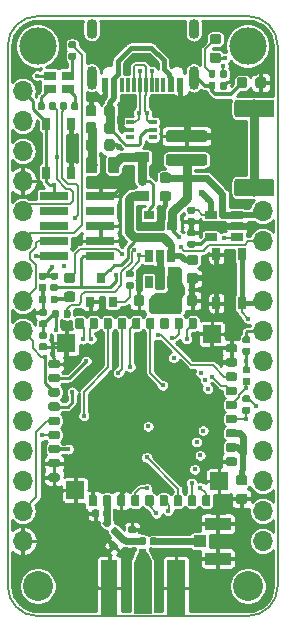
<source format=gtl>
G04 #@! TF.GenerationSoftware,KiCad,Pcbnew,(5.1.4)-1*
G04 #@! TF.CreationDate,2019-11-09T19:33:29+01:00*
G04 #@! TF.ProjectId,TLM-4260-breakout-v1_0,544c4d2d-3432-4363-902d-627265616b6f,1.1*
G04 #@! TF.SameCoordinates,Original*
G04 #@! TF.FileFunction,Copper,L1,Top*
G04 #@! TF.FilePolarity,Positive*
%FSLAX46Y46*%
G04 Gerber Fmt 4.6, Leading zero omitted, Abs format (unit mm)*
G04 Created by KiCad (PCBNEW (5.1.4)-1) date 2019-11-09 19:33:29*
%MOMM*%
%LPD*%
G04 APERTURE LIST*
%ADD10C,0.150000*%
%ADD11C,0.100000*%
%ADD12C,0.590000*%
%ADD13R,1.200000X0.900000*%
%ADD14R,2.200000X1.050000*%
%ADD15R,1.050000X1.000000*%
%ADD16C,1.000000*%
%ADD17C,1.500000*%
%ADD18C,0.875000*%
%ADD19R,1.000000X0.800000*%
%ADD20C,0.975000*%
%ADD21R,2.400000X0.740000*%
%ADD22R,1.350000X4.700000*%
%ADD23R,1.500000X4.700000*%
%ADD24R,1.500000X4.400000*%
%ADD25R,1.060000X0.650000*%
%ADD26R,0.650000X0.400000*%
%ADD27R,0.800000X0.900000*%
%ADD28R,0.650000X1.060000*%
%ADD29C,3.175000*%
%ADD30C,2.540000*%
%ADD31O,1.700000X1.700000*%
%ADD32O,0.900000X2.000000*%
%ADD33O,0.900000X1.700000*%
%ADD34R,0.300000X1.160000*%
%ADD35R,0.600000X1.160000*%
%ADD36R,0.660000X1.050000*%
%ADD37R,0.900000X0.800000*%
%ADD38R,1.500000X1.500000*%
%ADD39C,0.700000*%
%ADD40C,0.600000*%
%ADD41C,0.450000*%
%ADD42C,0.550000*%
%ADD43C,0.600000*%
%ADD44C,0.800000*%
%ADD45C,0.400000*%
%ADD46C,0.300000*%
%ADD47C,0.350000*%
%ADD48C,0.500000*%
%ADD49C,0.250000*%
%ADD50C,0.200000*%
%ADD51C,0.180000*%
%ADD52C,0.609600*%
%ADD53C,0.254000*%
G04 APERTURE END LIST*
D10*
X127000000Y-119380000D02*
G75*
G02X124460000Y-116840000I0J2540000D01*
G01*
X147320000Y-116840000D02*
G75*
G02X144780000Y-119380000I-2540000J0D01*
G01*
X144780000Y-68580000D02*
G75*
G02X147320000Y-71120000I0J-2540000D01*
G01*
X124460000Y-71120000D02*
G75*
G02X127000000Y-68580000I2540000J0D01*
G01*
X124460000Y-116840000D02*
X124460000Y-71120000D01*
X144780000Y-119380000D02*
X127000000Y-119380000D01*
X147320000Y-71120000D02*
X147320000Y-116840000D01*
X127000000Y-68580000D02*
X144780000Y-68580000D01*
D11*
G36*
X127636958Y-93385710D02*
G01*
X127651276Y-93387834D01*
X127665317Y-93391351D01*
X127678946Y-93396228D01*
X127692031Y-93402417D01*
X127704447Y-93409858D01*
X127716073Y-93418481D01*
X127726798Y-93428202D01*
X127736519Y-93438927D01*
X127745142Y-93450553D01*
X127752583Y-93462969D01*
X127758772Y-93476054D01*
X127763649Y-93489683D01*
X127767166Y-93503724D01*
X127769290Y-93518042D01*
X127770000Y-93532500D01*
X127770000Y-93827500D01*
X127769290Y-93841958D01*
X127767166Y-93856276D01*
X127763649Y-93870317D01*
X127758772Y-93883946D01*
X127752583Y-93897031D01*
X127745142Y-93909447D01*
X127736519Y-93921073D01*
X127726798Y-93931798D01*
X127716073Y-93941519D01*
X127704447Y-93950142D01*
X127692031Y-93957583D01*
X127678946Y-93963772D01*
X127665317Y-93968649D01*
X127651276Y-93972166D01*
X127636958Y-93974290D01*
X127622500Y-93975000D01*
X127277500Y-93975000D01*
X127263042Y-93974290D01*
X127248724Y-93972166D01*
X127234683Y-93968649D01*
X127221054Y-93963772D01*
X127207969Y-93957583D01*
X127195553Y-93950142D01*
X127183927Y-93941519D01*
X127173202Y-93931798D01*
X127163481Y-93921073D01*
X127154858Y-93909447D01*
X127147417Y-93897031D01*
X127141228Y-93883946D01*
X127136351Y-93870317D01*
X127132834Y-93856276D01*
X127130710Y-93841958D01*
X127130000Y-93827500D01*
X127130000Y-93532500D01*
X127130710Y-93518042D01*
X127132834Y-93503724D01*
X127136351Y-93489683D01*
X127141228Y-93476054D01*
X127147417Y-93462969D01*
X127154858Y-93450553D01*
X127163481Y-93438927D01*
X127173202Y-93428202D01*
X127183927Y-93418481D01*
X127195553Y-93409858D01*
X127207969Y-93402417D01*
X127221054Y-93396228D01*
X127234683Y-93391351D01*
X127248724Y-93387834D01*
X127263042Y-93385710D01*
X127277500Y-93385000D01*
X127622500Y-93385000D01*
X127636958Y-93385710D01*
X127636958Y-93385710D01*
G37*
D12*
X127450000Y-93680000D03*
D11*
G36*
X127636958Y-94355710D02*
G01*
X127651276Y-94357834D01*
X127665317Y-94361351D01*
X127678946Y-94366228D01*
X127692031Y-94372417D01*
X127704447Y-94379858D01*
X127716073Y-94388481D01*
X127726798Y-94398202D01*
X127736519Y-94408927D01*
X127745142Y-94420553D01*
X127752583Y-94432969D01*
X127758772Y-94446054D01*
X127763649Y-94459683D01*
X127767166Y-94473724D01*
X127769290Y-94488042D01*
X127770000Y-94502500D01*
X127770000Y-94797500D01*
X127769290Y-94811958D01*
X127767166Y-94826276D01*
X127763649Y-94840317D01*
X127758772Y-94853946D01*
X127752583Y-94867031D01*
X127745142Y-94879447D01*
X127736519Y-94891073D01*
X127726798Y-94901798D01*
X127716073Y-94911519D01*
X127704447Y-94920142D01*
X127692031Y-94927583D01*
X127678946Y-94933772D01*
X127665317Y-94938649D01*
X127651276Y-94942166D01*
X127636958Y-94944290D01*
X127622500Y-94945000D01*
X127277500Y-94945000D01*
X127263042Y-94944290D01*
X127248724Y-94942166D01*
X127234683Y-94938649D01*
X127221054Y-94933772D01*
X127207969Y-94927583D01*
X127195553Y-94920142D01*
X127183927Y-94911519D01*
X127173202Y-94901798D01*
X127163481Y-94891073D01*
X127154858Y-94879447D01*
X127147417Y-94867031D01*
X127141228Y-94853946D01*
X127136351Y-94840317D01*
X127132834Y-94826276D01*
X127130710Y-94811958D01*
X127130000Y-94797500D01*
X127130000Y-94502500D01*
X127130710Y-94488042D01*
X127132834Y-94473724D01*
X127136351Y-94459683D01*
X127141228Y-94446054D01*
X127147417Y-94432969D01*
X127154858Y-94420553D01*
X127163481Y-94408927D01*
X127173202Y-94398202D01*
X127183927Y-94388481D01*
X127195553Y-94379858D01*
X127207969Y-94372417D01*
X127221054Y-94366228D01*
X127234683Y-94361351D01*
X127248724Y-94357834D01*
X127263042Y-94355710D01*
X127277500Y-94355000D01*
X127622500Y-94355000D01*
X127636958Y-94355710D01*
X127636958Y-94355710D01*
G37*
D12*
X127450000Y-94650000D03*
D13*
X135800000Y-83850000D03*
X135800000Y-80550000D03*
D14*
X142235000Y-114515000D03*
D15*
X140710000Y-113040000D03*
D14*
X142235000Y-111565000D03*
D11*
G36*
X141124504Y-80251204D02*
G01*
X141148773Y-80254804D01*
X141172571Y-80260765D01*
X141195671Y-80269030D01*
X141217849Y-80279520D01*
X141238893Y-80292133D01*
X141258598Y-80306747D01*
X141276777Y-80323223D01*
X141293253Y-80341402D01*
X141307867Y-80361107D01*
X141320480Y-80382151D01*
X141330970Y-80404329D01*
X141339235Y-80427429D01*
X141345196Y-80451227D01*
X141348796Y-80475496D01*
X141350000Y-80500000D01*
X141350000Y-81000000D01*
X141348796Y-81024504D01*
X141345196Y-81048773D01*
X141339235Y-81072571D01*
X141330970Y-81095671D01*
X141320480Y-81117849D01*
X141307867Y-81138893D01*
X141293253Y-81158598D01*
X141276777Y-81176777D01*
X141258598Y-81193253D01*
X141238893Y-81207867D01*
X141217849Y-81220480D01*
X141195671Y-81230970D01*
X141172571Y-81239235D01*
X141148773Y-81245196D01*
X141124504Y-81248796D01*
X141100000Y-81250000D01*
X138100000Y-81250000D01*
X138075496Y-81248796D01*
X138051227Y-81245196D01*
X138027429Y-81239235D01*
X138004329Y-81230970D01*
X137982151Y-81220480D01*
X137961107Y-81207867D01*
X137941402Y-81193253D01*
X137923223Y-81176777D01*
X137906747Y-81158598D01*
X137892133Y-81138893D01*
X137879520Y-81117849D01*
X137869030Y-81095671D01*
X137860765Y-81072571D01*
X137854804Y-81048773D01*
X137851204Y-81024504D01*
X137850000Y-81000000D01*
X137850000Y-80500000D01*
X137851204Y-80475496D01*
X137854804Y-80451227D01*
X137860765Y-80427429D01*
X137869030Y-80404329D01*
X137879520Y-80382151D01*
X137892133Y-80361107D01*
X137906747Y-80341402D01*
X137923223Y-80323223D01*
X137941402Y-80306747D01*
X137961107Y-80292133D01*
X137982151Y-80279520D01*
X138004329Y-80269030D01*
X138027429Y-80260765D01*
X138051227Y-80254804D01*
X138075496Y-80251204D01*
X138100000Y-80250000D01*
X141100000Y-80250000D01*
X141124504Y-80251204D01*
X141124504Y-80251204D01*
G37*
D16*
X139600000Y-80750000D03*
D11*
G36*
X141124504Y-78251204D02*
G01*
X141148773Y-78254804D01*
X141172571Y-78260765D01*
X141195671Y-78269030D01*
X141217849Y-78279520D01*
X141238893Y-78292133D01*
X141258598Y-78306747D01*
X141276777Y-78323223D01*
X141293253Y-78341402D01*
X141307867Y-78361107D01*
X141320480Y-78382151D01*
X141330970Y-78404329D01*
X141339235Y-78427429D01*
X141345196Y-78451227D01*
X141348796Y-78475496D01*
X141350000Y-78500000D01*
X141350000Y-79000000D01*
X141348796Y-79024504D01*
X141345196Y-79048773D01*
X141339235Y-79072571D01*
X141330970Y-79095671D01*
X141320480Y-79117849D01*
X141307867Y-79138893D01*
X141293253Y-79158598D01*
X141276777Y-79176777D01*
X141258598Y-79193253D01*
X141238893Y-79207867D01*
X141217849Y-79220480D01*
X141195671Y-79230970D01*
X141172571Y-79239235D01*
X141148773Y-79245196D01*
X141124504Y-79248796D01*
X141100000Y-79250000D01*
X138100000Y-79250000D01*
X138075496Y-79248796D01*
X138051227Y-79245196D01*
X138027429Y-79239235D01*
X138004329Y-79230970D01*
X137982151Y-79220480D01*
X137961107Y-79207867D01*
X137941402Y-79193253D01*
X137923223Y-79176777D01*
X137906747Y-79158598D01*
X137892133Y-79138893D01*
X137879520Y-79117849D01*
X137869030Y-79095671D01*
X137860765Y-79072571D01*
X137854804Y-79048773D01*
X137851204Y-79024504D01*
X137850000Y-79000000D01*
X137850000Y-78500000D01*
X137851204Y-78475496D01*
X137854804Y-78451227D01*
X137860765Y-78427429D01*
X137869030Y-78404329D01*
X137879520Y-78382151D01*
X137892133Y-78361107D01*
X137906747Y-78341402D01*
X137923223Y-78323223D01*
X137941402Y-78306747D01*
X137961107Y-78292133D01*
X137982151Y-78279520D01*
X138004329Y-78269030D01*
X138027429Y-78260765D01*
X138051227Y-78254804D01*
X138075496Y-78251204D01*
X138100000Y-78250000D01*
X141100000Y-78250000D01*
X141124504Y-78251204D01*
X141124504Y-78251204D01*
G37*
D16*
X139600000Y-78750000D03*
D11*
G36*
X146824504Y-82351204D02*
G01*
X146848773Y-82354804D01*
X146872571Y-82360765D01*
X146895671Y-82369030D01*
X146917849Y-82379520D01*
X146938893Y-82392133D01*
X146958598Y-82406747D01*
X146976777Y-82423223D01*
X146993253Y-82441402D01*
X147007867Y-82461107D01*
X147020480Y-82482151D01*
X147030970Y-82504329D01*
X147039235Y-82527429D01*
X147045196Y-82551227D01*
X147048796Y-82575496D01*
X147050000Y-82600000D01*
X147050000Y-83600000D01*
X147048796Y-83624504D01*
X147045196Y-83648773D01*
X147039235Y-83672571D01*
X147030970Y-83695671D01*
X147020480Y-83717849D01*
X147007867Y-83738893D01*
X146993253Y-83758598D01*
X146976777Y-83776777D01*
X146958598Y-83793253D01*
X146938893Y-83807867D01*
X146917849Y-83820480D01*
X146895671Y-83830970D01*
X146872571Y-83839235D01*
X146848773Y-83845196D01*
X146824504Y-83848796D01*
X146800000Y-83850000D01*
X143900000Y-83850000D01*
X143875496Y-83848796D01*
X143851227Y-83845196D01*
X143827429Y-83839235D01*
X143804329Y-83830970D01*
X143782151Y-83820480D01*
X143761107Y-83807867D01*
X143741402Y-83793253D01*
X143723223Y-83776777D01*
X143706747Y-83758598D01*
X143692133Y-83738893D01*
X143679520Y-83717849D01*
X143669030Y-83695671D01*
X143660765Y-83672571D01*
X143654804Y-83648773D01*
X143651204Y-83624504D01*
X143650000Y-83600000D01*
X143650000Y-82600000D01*
X143651204Y-82575496D01*
X143654804Y-82551227D01*
X143660765Y-82527429D01*
X143669030Y-82504329D01*
X143679520Y-82482151D01*
X143692133Y-82461107D01*
X143706747Y-82441402D01*
X143723223Y-82423223D01*
X143741402Y-82406747D01*
X143761107Y-82392133D01*
X143782151Y-82379520D01*
X143804329Y-82369030D01*
X143827429Y-82360765D01*
X143851227Y-82354804D01*
X143875496Y-82351204D01*
X143900000Y-82350000D01*
X146800000Y-82350000D01*
X146824504Y-82351204D01*
X146824504Y-82351204D01*
G37*
D17*
X145350000Y-83100000D03*
D11*
G36*
X146824504Y-75651204D02*
G01*
X146848773Y-75654804D01*
X146872571Y-75660765D01*
X146895671Y-75669030D01*
X146917849Y-75679520D01*
X146938893Y-75692133D01*
X146958598Y-75706747D01*
X146976777Y-75723223D01*
X146993253Y-75741402D01*
X147007867Y-75761107D01*
X147020480Y-75782151D01*
X147030970Y-75804329D01*
X147039235Y-75827429D01*
X147045196Y-75851227D01*
X147048796Y-75875496D01*
X147050000Y-75900000D01*
X147050000Y-76900000D01*
X147048796Y-76924504D01*
X147045196Y-76948773D01*
X147039235Y-76972571D01*
X147030970Y-76995671D01*
X147020480Y-77017849D01*
X147007867Y-77038893D01*
X146993253Y-77058598D01*
X146976777Y-77076777D01*
X146958598Y-77093253D01*
X146938893Y-77107867D01*
X146917849Y-77120480D01*
X146895671Y-77130970D01*
X146872571Y-77139235D01*
X146848773Y-77145196D01*
X146824504Y-77148796D01*
X146800000Y-77150000D01*
X143900000Y-77150000D01*
X143875496Y-77148796D01*
X143851227Y-77145196D01*
X143827429Y-77139235D01*
X143804329Y-77130970D01*
X143782151Y-77120480D01*
X143761107Y-77107867D01*
X143741402Y-77093253D01*
X143723223Y-77076777D01*
X143706747Y-77058598D01*
X143692133Y-77038893D01*
X143679520Y-77017849D01*
X143669030Y-76995671D01*
X143660765Y-76972571D01*
X143654804Y-76948773D01*
X143651204Y-76924504D01*
X143650000Y-76900000D01*
X143650000Y-75900000D01*
X143651204Y-75875496D01*
X143654804Y-75851227D01*
X143660765Y-75827429D01*
X143669030Y-75804329D01*
X143679520Y-75782151D01*
X143692133Y-75761107D01*
X143706747Y-75741402D01*
X143723223Y-75723223D01*
X143741402Y-75706747D01*
X143761107Y-75692133D01*
X143782151Y-75679520D01*
X143804329Y-75669030D01*
X143827429Y-75660765D01*
X143851227Y-75654804D01*
X143875496Y-75651204D01*
X143900000Y-75650000D01*
X146800000Y-75650000D01*
X146824504Y-75651204D01*
X146824504Y-75651204D01*
G37*
D17*
X145350000Y-76400000D03*
D11*
G36*
X146117691Y-73736053D02*
G01*
X146138926Y-73739203D01*
X146159750Y-73744419D01*
X146179962Y-73751651D01*
X146199368Y-73760830D01*
X146217781Y-73771866D01*
X146235024Y-73784654D01*
X146250930Y-73799070D01*
X146265346Y-73814976D01*
X146278134Y-73832219D01*
X146289170Y-73850632D01*
X146298349Y-73870038D01*
X146305581Y-73890250D01*
X146310797Y-73911074D01*
X146313947Y-73932309D01*
X146315000Y-73953750D01*
X146315000Y-74466250D01*
X146313947Y-74487691D01*
X146310797Y-74508926D01*
X146305581Y-74529750D01*
X146298349Y-74549962D01*
X146289170Y-74569368D01*
X146278134Y-74587781D01*
X146265346Y-74605024D01*
X146250930Y-74620930D01*
X146235024Y-74635346D01*
X146217781Y-74648134D01*
X146199368Y-74659170D01*
X146179962Y-74668349D01*
X146159750Y-74675581D01*
X146138926Y-74680797D01*
X146117691Y-74683947D01*
X146096250Y-74685000D01*
X145658750Y-74685000D01*
X145637309Y-74683947D01*
X145616074Y-74680797D01*
X145595250Y-74675581D01*
X145575038Y-74668349D01*
X145555632Y-74659170D01*
X145537219Y-74648134D01*
X145519976Y-74635346D01*
X145504070Y-74620930D01*
X145489654Y-74605024D01*
X145476866Y-74587781D01*
X145465830Y-74569368D01*
X145456651Y-74549962D01*
X145449419Y-74529750D01*
X145444203Y-74508926D01*
X145441053Y-74487691D01*
X145440000Y-74466250D01*
X145440000Y-73953750D01*
X145441053Y-73932309D01*
X145444203Y-73911074D01*
X145449419Y-73890250D01*
X145456651Y-73870038D01*
X145465830Y-73850632D01*
X145476866Y-73832219D01*
X145489654Y-73814976D01*
X145504070Y-73799070D01*
X145519976Y-73784654D01*
X145537219Y-73771866D01*
X145555632Y-73760830D01*
X145575038Y-73751651D01*
X145595250Y-73744419D01*
X145616074Y-73739203D01*
X145637309Y-73736053D01*
X145658750Y-73735000D01*
X146096250Y-73735000D01*
X146117691Y-73736053D01*
X146117691Y-73736053D01*
G37*
D18*
X145877500Y-74210000D03*
D11*
G36*
X144542691Y-73736053D02*
G01*
X144563926Y-73739203D01*
X144584750Y-73744419D01*
X144604962Y-73751651D01*
X144624368Y-73760830D01*
X144642781Y-73771866D01*
X144660024Y-73784654D01*
X144675930Y-73799070D01*
X144690346Y-73814976D01*
X144703134Y-73832219D01*
X144714170Y-73850632D01*
X144723349Y-73870038D01*
X144730581Y-73890250D01*
X144735797Y-73911074D01*
X144738947Y-73932309D01*
X144740000Y-73953750D01*
X144740000Y-74466250D01*
X144738947Y-74487691D01*
X144735797Y-74508926D01*
X144730581Y-74529750D01*
X144723349Y-74549962D01*
X144714170Y-74569368D01*
X144703134Y-74587781D01*
X144690346Y-74605024D01*
X144675930Y-74620930D01*
X144660024Y-74635346D01*
X144642781Y-74648134D01*
X144624368Y-74659170D01*
X144604962Y-74668349D01*
X144584750Y-74675581D01*
X144563926Y-74680797D01*
X144542691Y-74683947D01*
X144521250Y-74685000D01*
X144083750Y-74685000D01*
X144062309Y-74683947D01*
X144041074Y-74680797D01*
X144020250Y-74675581D01*
X144000038Y-74668349D01*
X143980632Y-74659170D01*
X143962219Y-74648134D01*
X143944976Y-74635346D01*
X143929070Y-74620930D01*
X143914654Y-74605024D01*
X143901866Y-74587781D01*
X143890830Y-74569368D01*
X143881651Y-74549962D01*
X143874419Y-74529750D01*
X143869203Y-74508926D01*
X143866053Y-74487691D01*
X143865000Y-74466250D01*
X143865000Y-73953750D01*
X143866053Y-73932309D01*
X143869203Y-73911074D01*
X143874419Y-73890250D01*
X143881651Y-73870038D01*
X143890830Y-73850632D01*
X143901866Y-73832219D01*
X143914654Y-73814976D01*
X143929070Y-73799070D01*
X143944976Y-73784654D01*
X143962219Y-73771866D01*
X143980632Y-73760830D01*
X144000038Y-73751651D01*
X144020250Y-73744419D01*
X144041074Y-73739203D01*
X144062309Y-73736053D01*
X144083750Y-73735000D01*
X144521250Y-73735000D01*
X144542691Y-73736053D01*
X144542691Y-73736053D01*
G37*
D18*
X144302500Y-74210000D03*
D11*
G36*
X133327691Y-76126053D02*
G01*
X133348926Y-76129203D01*
X133369750Y-76134419D01*
X133389962Y-76141651D01*
X133409368Y-76150830D01*
X133427781Y-76161866D01*
X133445024Y-76174654D01*
X133460930Y-76189070D01*
X133475346Y-76204976D01*
X133488134Y-76222219D01*
X133499170Y-76240632D01*
X133508349Y-76260038D01*
X133515581Y-76280250D01*
X133520797Y-76301074D01*
X133523947Y-76322309D01*
X133525000Y-76343750D01*
X133525000Y-76856250D01*
X133523947Y-76877691D01*
X133520797Y-76898926D01*
X133515581Y-76919750D01*
X133508349Y-76939962D01*
X133499170Y-76959368D01*
X133488134Y-76977781D01*
X133475346Y-76995024D01*
X133460930Y-77010930D01*
X133445024Y-77025346D01*
X133427781Y-77038134D01*
X133409368Y-77049170D01*
X133389962Y-77058349D01*
X133369750Y-77065581D01*
X133348926Y-77070797D01*
X133327691Y-77073947D01*
X133306250Y-77075000D01*
X132868750Y-77075000D01*
X132847309Y-77073947D01*
X132826074Y-77070797D01*
X132805250Y-77065581D01*
X132785038Y-77058349D01*
X132765632Y-77049170D01*
X132747219Y-77038134D01*
X132729976Y-77025346D01*
X132714070Y-77010930D01*
X132699654Y-76995024D01*
X132686866Y-76977781D01*
X132675830Y-76959368D01*
X132666651Y-76939962D01*
X132659419Y-76919750D01*
X132654203Y-76898926D01*
X132651053Y-76877691D01*
X132650000Y-76856250D01*
X132650000Y-76343750D01*
X132651053Y-76322309D01*
X132654203Y-76301074D01*
X132659419Y-76280250D01*
X132666651Y-76260038D01*
X132675830Y-76240632D01*
X132686866Y-76222219D01*
X132699654Y-76204976D01*
X132714070Y-76189070D01*
X132729976Y-76174654D01*
X132747219Y-76161866D01*
X132765632Y-76150830D01*
X132785038Y-76141651D01*
X132805250Y-76134419D01*
X132826074Y-76129203D01*
X132847309Y-76126053D01*
X132868750Y-76125000D01*
X133306250Y-76125000D01*
X133327691Y-76126053D01*
X133327691Y-76126053D01*
G37*
D18*
X133087500Y-76600000D03*
D11*
G36*
X131752691Y-76126053D02*
G01*
X131773926Y-76129203D01*
X131794750Y-76134419D01*
X131814962Y-76141651D01*
X131834368Y-76150830D01*
X131852781Y-76161866D01*
X131870024Y-76174654D01*
X131885930Y-76189070D01*
X131900346Y-76204976D01*
X131913134Y-76222219D01*
X131924170Y-76240632D01*
X131933349Y-76260038D01*
X131940581Y-76280250D01*
X131945797Y-76301074D01*
X131948947Y-76322309D01*
X131950000Y-76343750D01*
X131950000Y-76856250D01*
X131948947Y-76877691D01*
X131945797Y-76898926D01*
X131940581Y-76919750D01*
X131933349Y-76939962D01*
X131924170Y-76959368D01*
X131913134Y-76977781D01*
X131900346Y-76995024D01*
X131885930Y-77010930D01*
X131870024Y-77025346D01*
X131852781Y-77038134D01*
X131834368Y-77049170D01*
X131814962Y-77058349D01*
X131794750Y-77065581D01*
X131773926Y-77070797D01*
X131752691Y-77073947D01*
X131731250Y-77075000D01*
X131293750Y-77075000D01*
X131272309Y-77073947D01*
X131251074Y-77070797D01*
X131230250Y-77065581D01*
X131210038Y-77058349D01*
X131190632Y-77049170D01*
X131172219Y-77038134D01*
X131154976Y-77025346D01*
X131139070Y-77010930D01*
X131124654Y-76995024D01*
X131111866Y-76977781D01*
X131100830Y-76959368D01*
X131091651Y-76939962D01*
X131084419Y-76919750D01*
X131079203Y-76898926D01*
X131076053Y-76877691D01*
X131075000Y-76856250D01*
X131075000Y-76343750D01*
X131076053Y-76322309D01*
X131079203Y-76301074D01*
X131084419Y-76280250D01*
X131091651Y-76260038D01*
X131100830Y-76240632D01*
X131111866Y-76222219D01*
X131124654Y-76204976D01*
X131139070Y-76189070D01*
X131154976Y-76174654D01*
X131172219Y-76161866D01*
X131190632Y-76150830D01*
X131210038Y-76141651D01*
X131230250Y-76134419D01*
X131251074Y-76129203D01*
X131272309Y-76126053D01*
X131293750Y-76125000D01*
X131731250Y-76125000D01*
X131752691Y-76126053D01*
X131752691Y-76126053D01*
G37*
D18*
X131512500Y-76600000D03*
D11*
G36*
X133327691Y-79026053D02*
G01*
X133348926Y-79029203D01*
X133369750Y-79034419D01*
X133389962Y-79041651D01*
X133409368Y-79050830D01*
X133427781Y-79061866D01*
X133445024Y-79074654D01*
X133460930Y-79089070D01*
X133475346Y-79104976D01*
X133488134Y-79122219D01*
X133499170Y-79140632D01*
X133508349Y-79160038D01*
X133515581Y-79180250D01*
X133520797Y-79201074D01*
X133523947Y-79222309D01*
X133525000Y-79243750D01*
X133525000Y-79756250D01*
X133523947Y-79777691D01*
X133520797Y-79798926D01*
X133515581Y-79819750D01*
X133508349Y-79839962D01*
X133499170Y-79859368D01*
X133488134Y-79877781D01*
X133475346Y-79895024D01*
X133460930Y-79910930D01*
X133445024Y-79925346D01*
X133427781Y-79938134D01*
X133409368Y-79949170D01*
X133389962Y-79958349D01*
X133369750Y-79965581D01*
X133348926Y-79970797D01*
X133327691Y-79973947D01*
X133306250Y-79975000D01*
X132868750Y-79975000D01*
X132847309Y-79973947D01*
X132826074Y-79970797D01*
X132805250Y-79965581D01*
X132785038Y-79958349D01*
X132765632Y-79949170D01*
X132747219Y-79938134D01*
X132729976Y-79925346D01*
X132714070Y-79910930D01*
X132699654Y-79895024D01*
X132686866Y-79877781D01*
X132675830Y-79859368D01*
X132666651Y-79839962D01*
X132659419Y-79819750D01*
X132654203Y-79798926D01*
X132651053Y-79777691D01*
X132650000Y-79756250D01*
X132650000Y-79243750D01*
X132651053Y-79222309D01*
X132654203Y-79201074D01*
X132659419Y-79180250D01*
X132666651Y-79160038D01*
X132675830Y-79140632D01*
X132686866Y-79122219D01*
X132699654Y-79104976D01*
X132714070Y-79089070D01*
X132729976Y-79074654D01*
X132747219Y-79061866D01*
X132765632Y-79050830D01*
X132785038Y-79041651D01*
X132805250Y-79034419D01*
X132826074Y-79029203D01*
X132847309Y-79026053D01*
X132868750Y-79025000D01*
X133306250Y-79025000D01*
X133327691Y-79026053D01*
X133327691Y-79026053D01*
G37*
D18*
X133087500Y-79500000D03*
D11*
G36*
X131752691Y-79026053D02*
G01*
X131773926Y-79029203D01*
X131794750Y-79034419D01*
X131814962Y-79041651D01*
X131834368Y-79050830D01*
X131852781Y-79061866D01*
X131870024Y-79074654D01*
X131885930Y-79089070D01*
X131900346Y-79104976D01*
X131913134Y-79122219D01*
X131924170Y-79140632D01*
X131933349Y-79160038D01*
X131940581Y-79180250D01*
X131945797Y-79201074D01*
X131948947Y-79222309D01*
X131950000Y-79243750D01*
X131950000Y-79756250D01*
X131948947Y-79777691D01*
X131945797Y-79798926D01*
X131940581Y-79819750D01*
X131933349Y-79839962D01*
X131924170Y-79859368D01*
X131913134Y-79877781D01*
X131900346Y-79895024D01*
X131885930Y-79910930D01*
X131870024Y-79925346D01*
X131852781Y-79938134D01*
X131834368Y-79949170D01*
X131814962Y-79958349D01*
X131794750Y-79965581D01*
X131773926Y-79970797D01*
X131752691Y-79973947D01*
X131731250Y-79975000D01*
X131293750Y-79975000D01*
X131272309Y-79973947D01*
X131251074Y-79970797D01*
X131230250Y-79965581D01*
X131210038Y-79958349D01*
X131190632Y-79949170D01*
X131172219Y-79938134D01*
X131154976Y-79925346D01*
X131139070Y-79910930D01*
X131124654Y-79895024D01*
X131111866Y-79877781D01*
X131100830Y-79859368D01*
X131091651Y-79839962D01*
X131084419Y-79819750D01*
X131079203Y-79798926D01*
X131076053Y-79777691D01*
X131075000Y-79756250D01*
X131075000Y-79243750D01*
X131076053Y-79222309D01*
X131079203Y-79201074D01*
X131084419Y-79180250D01*
X131091651Y-79160038D01*
X131100830Y-79140632D01*
X131111866Y-79122219D01*
X131124654Y-79104976D01*
X131139070Y-79089070D01*
X131154976Y-79074654D01*
X131172219Y-79061866D01*
X131190632Y-79050830D01*
X131210038Y-79041651D01*
X131230250Y-79034419D01*
X131251074Y-79029203D01*
X131272309Y-79026053D01*
X131293750Y-79025000D01*
X131731250Y-79025000D01*
X131752691Y-79026053D01*
X131752691Y-79026053D01*
G37*
D18*
X131512500Y-79500000D03*
D11*
G36*
X140377691Y-90351053D02*
G01*
X140398926Y-90354203D01*
X140419750Y-90359419D01*
X140439962Y-90366651D01*
X140459368Y-90375830D01*
X140477781Y-90386866D01*
X140495024Y-90399654D01*
X140510930Y-90414070D01*
X140525346Y-90429976D01*
X140538134Y-90447219D01*
X140549170Y-90465632D01*
X140558349Y-90485038D01*
X140565581Y-90505250D01*
X140570797Y-90526074D01*
X140573947Y-90547309D01*
X140575000Y-90568750D01*
X140575000Y-91006250D01*
X140573947Y-91027691D01*
X140570797Y-91048926D01*
X140565581Y-91069750D01*
X140558349Y-91089962D01*
X140549170Y-91109368D01*
X140538134Y-91127781D01*
X140525346Y-91145024D01*
X140510930Y-91160930D01*
X140495024Y-91175346D01*
X140477781Y-91188134D01*
X140459368Y-91199170D01*
X140439962Y-91208349D01*
X140419750Y-91215581D01*
X140398926Y-91220797D01*
X140377691Y-91223947D01*
X140356250Y-91225000D01*
X139843750Y-91225000D01*
X139822309Y-91223947D01*
X139801074Y-91220797D01*
X139780250Y-91215581D01*
X139760038Y-91208349D01*
X139740632Y-91199170D01*
X139722219Y-91188134D01*
X139704976Y-91175346D01*
X139689070Y-91160930D01*
X139674654Y-91145024D01*
X139661866Y-91127781D01*
X139650830Y-91109368D01*
X139641651Y-91089962D01*
X139634419Y-91069750D01*
X139629203Y-91048926D01*
X139626053Y-91027691D01*
X139625000Y-91006250D01*
X139625000Y-90568750D01*
X139626053Y-90547309D01*
X139629203Y-90526074D01*
X139634419Y-90505250D01*
X139641651Y-90485038D01*
X139650830Y-90465632D01*
X139661866Y-90447219D01*
X139674654Y-90429976D01*
X139689070Y-90414070D01*
X139704976Y-90399654D01*
X139722219Y-90386866D01*
X139740632Y-90375830D01*
X139760038Y-90366651D01*
X139780250Y-90359419D01*
X139801074Y-90354203D01*
X139822309Y-90351053D01*
X139843750Y-90350000D01*
X140356250Y-90350000D01*
X140377691Y-90351053D01*
X140377691Y-90351053D01*
G37*
D18*
X140100000Y-90787500D03*
D11*
G36*
X140377691Y-88776053D02*
G01*
X140398926Y-88779203D01*
X140419750Y-88784419D01*
X140439962Y-88791651D01*
X140459368Y-88800830D01*
X140477781Y-88811866D01*
X140495024Y-88824654D01*
X140510930Y-88839070D01*
X140525346Y-88854976D01*
X140538134Y-88872219D01*
X140549170Y-88890632D01*
X140558349Y-88910038D01*
X140565581Y-88930250D01*
X140570797Y-88951074D01*
X140573947Y-88972309D01*
X140575000Y-88993750D01*
X140575000Y-89431250D01*
X140573947Y-89452691D01*
X140570797Y-89473926D01*
X140565581Y-89494750D01*
X140558349Y-89514962D01*
X140549170Y-89534368D01*
X140538134Y-89552781D01*
X140525346Y-89570024D01*
X140510930Y-89585930D01*
X140495024Y-89600346D01*
X140477781Y-89613134D01*
X140459368Y-89624170D01*
X140439962Y-89633349D01*
X140419750Y-89640581D01*
X140398926Y-89645797D01*
X140377691Y-89648947D01*
X140356250Y-89650000D01*
X139843750Y-89650000D01*
X139822309Y-89648947D01*
X139801074Y-89645797D01*
X139780250Y-89640581D01*
X139760038Y-89633349D01*
X139740632Y-89624170D01*
X139722219Y-89613134D01*
X139704976Y-89600346D01*
X139689070Y-89585930D01*
X139674654Y-89570024D01*
X139661866Y-89552781D01*
X139650830Y-89534368D01*
X139641651Y-89514962D01*
X139634419Y-89494750D01*
X139629203Y-89473926D01*
X139626053Y-89452691D01*
X139625000Y-89431250D01*
X139625000Y-88993750D01*
X139626053Y-88972309D01*
X139629203Y-88951074D01*
X139634419Y-88930250D01*
X139641651Y-88910038D01*
X139650830Y-88890632D01*
X139661866Y-88872219D01*
X139674654Y-88854976D01*
X139689070Y-88839070D01*
X139704976Y-88824654D01*
X139722219Y-88811866D01*
X139740632Y-88800830D01*
X139760038Y-88791651D01*
X139780250Y-88784419D01*
X139801074Y-88779203D01*
X139822309Y-88776053D01*
X139843750Y-88775000D01*
X140356250Y-88775000D01*
X140377691Y-88776053D01*
X140377691Y-88776053D01*
G37*
D18*
X140100000Y-89212500D03*
D11*
G36*
X144549691Y-109012253D02*
G01*
X144570926Y-109015403D01*
X144591750Y-109020619D01*
X144611962Y-109027851D01*
X144631368Y-109037030D01*
X144649781Y-109048066D01*
X144667024Y-109060854D01*
X144682930Y-109075270D01*
X144697346Y-109091176D01*
X144710134Y-109108419D01*
X144721170Y-109126832D01*
X144730349Y-109146238D01*
X144737581Y-109166450D01*
X144742797Y-109187274D01*
X144745947Y-109208509D01*
X144747000Y-109229950D01*
X144747000Y-109667450D01*
X144745947Y-109688891D01*
X144742797Y-109710126D01*
X144737581Y-109730950D01*
X144730349Y-109751162D01*
X144721170Y-109770568D01*
X144710134Y-109788981D01*
X144697346Y-109806224D01*
X144682930Y-109822130D01*
X144667024Y-109836546D01*
X144649781Y-109849334D01*
X144631368Y-109860370D01*
X144611962Y-109869549D01*
X144591750Y-109876781D01*
X144570926Y-109881997D01*
X144549691Y-109885147D01*
X144528250Y-109886200D01*
X144015750Y-109886200D01*
X143994309Y-109885147D01*
X143973074Y-109881997D01*
X143952250Y-109876781D01*
X143932038Y-109869549D01*
X143912632Y-109860370D01*
X143894219Y-109849334D01*
X143876976Y-109836546D01*
X143861070Y-109822130D01*
X143846654Y-109806224D01*
X143833866Y-109788981D01*
X143822830Y-109770568D01*
X143813651Y-109751162D01*
X143806419Y-109730950D01*
X143801203Y-109710126D01*
X143798053Y-109688891D01*
X143797000Y-109667450D01*
X143797000Y-109229950D01*
X143798053Y-109208509D01*
X143801203Y-109187274D01*
X143806419Y-109166450D01*
X143813651Y-109146238D01*
X143822830Y-109126832D01*
X143833866Y-109108419D01*
X143846654Y-109091176D01*
X143861070Y-109075270D01*
X143876976Y-109060854D01*
X143894219Y-109048066D01*
X143912632Y-109037030D01*
X143932038Y-109027851D01*
X143952250Y-109020619D01*
X143973074Y-109015403D01*
X143994309Y-109012253D01*
X144015750Y-109011200D01*
X144528250Y-109011200D01*
X144549691Y-109012253D01*
X144549691Y-109012253D01*
G37*
D18*
X144272000Y-109448700D03*
D11*
G36*
X144549691Y-107437253D02*
G01*
X144570926Y-107440403D01*
X144591750Y-107445619D01*
X144611962Y-107452851D01*
X144631368Y-107462030D01*
X144649781Y-107473066D01*
X144667024Y-107485854D01*
X144682930Y-107500270D01*
X144697346Y-107516176D01*
X144710134Y-107533419D01*
X144721170Y-107551832D01*
X144730349Y-107571238D01*
X144737581Y-107591450D01*
X144742797Y-107612274D01*
X144745947Y-107633509D01*
X144747000Y-107654950D01*
X144747000Y-108092450D01*
X144745947Y-108113891D01*
X144742797Y-108135126D01*
X144737581Y-108155950D01*
X144730349Y-108176162D01*
X144721170Y-108195568D01*
X144710134Y-108213981D01*
X144697346Y-108231224D01*
X144682930Y-108247130D01*
X144667024Y-108261546D01*
X144649781Y-108274334D01*
X144631368Y-108285370D01*
X144611962Y-108294549D01*
X144591750Y-108301781D01*
X144570926Y-108306997D01*
X144549691Y-108310147D01*
X144528250Y-108311200D01*
X144015750Y-108311200D01*
X143994309Y-108310147D01*
X143973074Y-108306997D01*
X143952250Y-108301781D01*
X143932038Y-108294549D01*
X143912632Y-108285370D01*
X143894219Y-108274334D01*
X143876976Y-108261546D01*
X143861070Y-108247130D01*
X143846654Y-108231224D01*
X143833866Y-108213981D01*
X143822830Y-108195568D01*
X143813651Y-108176162D01*
X143806419Y-108155950D01*
X143801203Y-108135126D01*
X143798053Y-108113891D01*
X143797000Y-108092450D01*
X143797000Y-107654950D01*
X143798053Y-107633509D01*
X143801203Y-107612274D01*
X143806419Y-107591450D01*
X143813651Y-107571238D01*
X143822830Y-107551832D01*
X143833866Y-107533419D01*
X143846654Y-107516176D01*
X143861070Y-107500270D01*
X143876976Y-107485854D01*
X143894219Y-107473066D01*
X143912632Y-107462030D01*
X143932038Y-107452851D01*
X143952250Y-107445619D01*
X143973074Y-107440403D01*
X143994309Y-107437253D01*
X144015750Y-107436200D01*
X144528250Y-107436200D01*
X144549691Y-107437253D01*
X144549691Y-107437253D01*
G37*
D18*
X144272000Y-107873700D03*
D11*
G36*
X140327691Y-92176053D02*
G01*
X140348926Y-92179203D01*
X140369750Y-92184419D01*
X140389962Y-92191651D01*
X140409368Y-92200830D01*
X140427781Y-92211866D01*
X140445024Y-92224654D01*
X140460930Y-92239070D01*
X140475346Y-92254976D01*
X140488134Y-92272219D01*
X140499170Y-92290632D01*
X140508349Y-92310038D01*
X140515581Y-92330250D01*
X140520797Y-92351074D01*
X140523947Y-92372309D01*
X140525000Y-92393750D01*
X140525000Y-92906250D01*
X140523947Y-92927691D01*
X140520797Y-92948926D01*
X140515581Y-92969750D01*
X140508349Y-92989962D01*
X140499170Y-93009368D01*
X140488134Y-93027781D01*
X140475346Y-93045024D01*
X140460930Y-93060930D01*
X140445024Y-93075346D01*
X140427781Y-93088134D01*
X140409368Y-93099170D01*
X140389962Y-93108349D01*
X140369750Y-93115581D01*
X140348926Y-93120797D01*
X140327691Y-93123947D01*
X140306250Y-93125000D01*
X139868750Y-93125000D01*
X139847309Y-93123947D01*
X139826074Y-93120797D01*
X139805250Y-93115581D01*
X139785038Y-93108349D01*
X139765632Y-93099170D01*
X139747219Y-93088134D01*
X139729976Y-93075346D01*
X139714070Y-93060930D01*
X139699654Y-93045024D01*
X139686866Y-93027781D01*
X139675830Y-93009368D01*
X139666651Y-92989962D01*
X139659419Y-92969750D01*
X139654203Y-92948926D01*
X139651053Y-92927691D01*
X139650000Y-92906250D01*
X139650000Y-92393750D01*
X139651053Y-92372309D01*
X139654203Y-92351074D01*
X139659419Y-92330250D01*
X139666651Y-92310038D01*
X139675830Y-92290632D01*
X139686866Y-92272219D01*
X139699654Y-92254976D01*
X139714070Y-92239070D01*
X139729976Y-92224654D01*
X139747219Y-92211866D01*
X139765632Y-92200830D01*
X139785038Y-92191651D01*
X139805250Y-92184419D01*
X139826074Y-92179203D01*
X139847309Y-92176053D01*
X139868750Y-92175000D01*
X140306250Y-92175000D01*
X140327691Y-92176053D01*
X140327691Y-92176053D01*
G37*
D18*
X140087500Y-92650000D03*
D11*
G36*
X138752691Y-92176053D02*
G01*
X138773926Y-92179203D01*
X138794750Y-92184419D01*
X138814962Y-92191651D01*
X138834368Y-92200830D01*
X138852781Y-92211866D01*
X138870024Y-92224654D01*
X138885930Y-92239070D01*
X138900346Y-92254976D01*
X138913134Y-92272219D01*
X138924170Y-92290632D01*
X138933349Y-92310038D01*
X138940581Y-92330250D01*
X138945797Y-92351074D01*
X138948947Y-92372309D01*
X138950000Y-92393750D01*
X138950000Y-92906250D01*
X138948947Y-92927691D01*
X138945797Y-92948926D01*
X138940581Y-92969750D01*
X138933349Y-92989962D01*
X138924170Y-93009368D01*
X138913134Y-93027781D01*
X138900346Y-93045024D01*
X138885930Y-93060930D01*
X138870024Y-93075346D01*
X138852781Y-93088134D01*
X138834368Y-93099170D01*
X138814962Y-93108349D01*
X138794750Y-93115581D01*
X138773926Y-93120797D01*
X138752691Y-93123947D01*
X138731250Y-93125000D01*
X138293750Y-93125000D01*
X138272309Y-93123947D01*
X138251074Y-93120797D01*
X138230250Y-93115581D01*
X138210038Y-93108349D01*
X138190632Y-93099170D01*
X138172219Y-93088134D01*
X138154976Y-93075346D01*
X138139070Y-93060930D01*
X138124654Y-93045024D01*
X138111866Y-93027781D01*
X138100830Y-93009368D01*
X138091651Y-92989962D01*
X138084419Y-92969750D01*
X138079203Y-92948926D01*
X138076053Y-92927691D01*
X138075000Y-92906250D01*
X138075000Y-92393750D01*
X138076053Y-92372309D01*
X138079203Y-92351074D01*
X138084419Y-92330250D01*
X138091651Y-92310038D01*
X138100830Y-92290632D01*
X138111866Y-92272219D01*
X138124654Y-92254976D01*
X138139070Y-92239070D01*
X138154976Y-92224654D01*
X138172219Y-92211866D01*
X138190632Y-92200830D01*
X138210038Y-92191651D01*
X138230250Y-92184419D01*
X138251074Y-92179203D01*
X138272309Y-92176053D01*
X138293750Y-92175000D01*
X138731250Y-92175000D01*
X138752691Y-92176053D01*
X138752691Y-92176053D01*
G37*
D18*
X138512500Y-92650000D03*
D11*
G36*
X134114727Y-112378989D02*
G01*
X134129045Y-112381113D01*
X134143086Y-112384630D01*
X134156715Y-112389507D01*
X134169800Y-112395696D01*
X134182216Y-112403137D01*
X134193842Y-112411760D01*
X134204567Y-112421481D01*
X134448519Y-112665433D01*
X134458240Y-112676158D01*
X134466863Y-112687784D01*
X134474304Y-112700200D01*
X134480493Y-112713285D01*
X134485370Y-112726914D01*
X134488887Y-112740955D01*
X134491011Y-112755273D01*
X134491721Y-112769731D01*
X134491011Y-112784189D01*
X134488887Y-112798507D01*
X134485370Y-112812548D01*
X134480493Y-112826177D01*
X134474304Y-112839262D01*
X134466863Y-112851678D01*
X134458240Y-112863304D01*
X134448519Y-112874029D01*
X134239923Y-113082625D01*
X134229198Y-113092346D01*
X134217572Y-113100969D01*
X134205156Y-113108410D01*
X134192071Y-113114599D01*
X134178442Y-113119476D01*
X134164401Y-113122993D01*
X134150083Y-113125117D01*
X134135625Y-113125827D01*
X134121167Y-113125117D01*
X134106849Y-113122993D01*
X134092808Y-113119476D01*
X134079179Y-113114599D01*
X134066094Y-113108410D01*
X134053678Y-113100969D01*
X134042052Y-113092346D01*
X134031327Y-113082625D01*
X133787375Y-112838673D01*
X133777654Y-112827948D01*
X133769031Y-112816322D01*
X133761590Y-112803906D01*
X133755401Y-112790821D01*
X133750524Y-112777192D01*
X133747007Y-112763151D01*
X133744883Y-112748833D01*
X133744173Y-112734375D01*
X133744883Y-112719917D01*
X133747007Y-112705599D01*
X133750524Y-112691558D01*
X133755401Y-112677929D01*
X133761590Y-112664844D01*
X133769031Y-112652428D01*
X133777654Y-112640802D01*
X133787375Y-112630077D01*
X133995971Y-112421481D01*
X134006696Y-112411760D01*
X134018322Y-112403137D01*
X134030738Y-112395696D01*
X134043823Y-112389507D01*
X134057452Y-112384630D01*
X134071493Y-112381113D01*
X134085811Y-112378989D01*
X134100269Y-112378279D01*
X134114727Y-112378989D01*
X134114727Y-112378989D01*
G37*
D12*
X134117947Y-112752053D03*
D11*
G36*
X133428833Y-113064883D02*
G01*
X133443151Y-113067007D01*
X133457192Y-113070524D01*
X133470821Y-113075401D01*
X133483906Y-113081590D01*
X133496322Y-113089031D01*
X133507948Y-113097654D01*
X133518673Y-113107375D01*
X133762625Y-113351327D01*
X133772346Y-113362052D01*
X133780969Y-113373678D01*
X133788410Y-113386094D01*
X133794599Y-113399179D01*
X133799476Y-113412808D01*
X133802993Y-113426849D01*
X133805117Y-113441167D01*
X133805827Y-113455625D01*
X133805117Y-113470083D01*
X133802993Y-113484401D01*
X133799476Y-113498442D01*
X133794599Y-113512071D01*
X133788410Y-113525156D01*
X133780969Y-113537572D01*
X133772346Y-113549198D01*
X133762625Y-113559923D01*
X133554029Y-113768519D01*
X133543304Y-113778240D01*
X133531678Y-113786863D01*
X133519262Y-113794304D01*
X133506177Y-113800493D01*
X133492548Y-113805370D01*
X133478507Y-113808887D01*
X133464189Y-113811011D01*
X133449731Y-113811721D01*
X133435273Y-113811011D01*
X133420955Y-113808887D01*
X133406914Y-113805370D01*
X133393285Y-113800493D01*
X133380200Y-113794304D01*
X133367784Y-113786863D01*
X133356158Y-113778240D01*
X133345433Y-113768519D01*
X133101481Y-113524567D01*
X133091760Y-113513842D01*
X133083137Y-113502216D01*
X133075696Y-113489800D01*
X133069507Y-113476715D01*
X133064630Y-113463086D01*
X133061113Y-113449045D01*
X133058989Y-113434727D01*
X133058279Y-113420269D01*
X133058989Y-113405811D01*
X133061113Y-113391493D01*
X133064630Y-113377452D01*
X133069507Y-113363823D01*
X133075696Y-113350738D01*
X133083137Y-113338322D01*
X133091760Y-113326696D01*
X133101481Y-113315971D01*
X133310077Y-113107375D01*
X133320802Y-113097654D01*
X133332428Y-113089031D01*
X133344844Y-113081590D01*
X133357929Y-113075401D01*
X133371558Y-113070524D01*
X133385599Y-113067007D01*
X133399917Y-113064883D01*
X133414375Y-113064173D01*
X133428833Y-113064883D01*
X133428833Y-113064883D01*
G37*
D12*
X133432053Y-113437947D03*
D11*
G36*
X132889189Y-111128989D02*
G01*
X132903507Y-111131113D01*
X132917548Y-111134630D01*
X132931177Y-111139507D01*
X132944262Y-111145696D01*
X132956678Y-111153137D01*
X132968304Y-111161760D01*
X132979029Y-111171481D01*
X133187625Y-111380077D01*
X133197346Y-111390802D01*
X133205969Y-111402428D01*
X133213410Y-111414844D01*
X133219599Y-111427929D01*
X133224476Y-111441558D01*
X133227993Y-111455599D01*
X133230117Y-111469917D01*
X133230827Y-111484375D01*
X133230117Y-111498833D01*
X133227993Y-111513151D01*
X133224476Y-111527192D01*
X133219599Y-111540821D01*
X133213410Y-111553906D01*
X133205969Y-111566322D01*
X133197346Y-111577948D01*
X133187625Y-111588673D01*
X132943673Y-111832625D01*
X132932948Y-111842346D01*
X132921322Y-111850969D01*
X132908906Y-111858410D01*
X132895821Y-111864599D01*
X132882192Y-111869476D01*
X132868151Y-111872993D01*
X132853833Y-111875117D01*
X132839375Y-111875827D01*
X132824917Y-111875117D01*
X132810599Y-111872993D01*
X132796558Y-111869476D01*
X132782929Y-111864599D01*
X132769844Y-111858410D01*
X132757428Y-111850969D01*
X132745802Y-111842346D01*
X132735077Y-111832625D01*
X132526481Y-111624029D01*
X132516760Y-111613304D01*
X132508137Y-111601678D01*
X132500696Y-111589262D01*
X132494507Y-111576177D01*
X132489630Y-111562548D01*
X132486113Y-111548507D01*
X132483989Y-111534189D01*
X132483279Y-111519731D01*
X132483989Y-111505273D01*
X132486113Y-111490955D01*
X132489630Y-111476914D01*
X132494507Y-111463285D01*
X132500696Y-111450200D01*
X132508137Y-111437784D01*
X132516760Y-111426158D01*
X132526481Y-111415433D01*
X132770433Y-111171481D01*
X132781158Y-111161760D01*
X132792784Y-111153137D01*
X132805200Y-111145696D01*
X132818285Y-111139507D01*
X132831914Y-111134630D01*
X132845955Y-111131113D01*
X132860273Y-111128989D01*
X132874731Y-111128279D01*
X132889189Y-111128989D01*
X132889189Y-111128989D01*
G37*
D12*
X132857053Y-111502053D03*
D11*
G36*
X133575083Y-111814883D02*
G01*
X133589401Y-111817007D01*
X133603442Y-111820524D01*
X133617071Y-111825401D01*
X133630156Y-111831590D01*
X133642572Y-111839031D01*
X133654198Y-111847654D01*
X133664923Y-111857375D01*
X133873519Y-112065971D01*
X133883240Y-112076696D01*
X133891863Y-112088322D01*
X133899304Y-112100738D01*
X133905493Y-112113823D01*
X133910370Y-112127452D01*
X133913887Y-112141493D01*
X133916011Y-112155811D01*
X133916721Y-112170269D01*
X133916011Y-112184727D01*
X133913887Y-112199045D01*
X133910370Y-112213086D01*
X133905493Y-112226715D01*
X133899304Y-112239800D01*
X133891863Y-112252216D01*
X133883240Y-112263842D01*
X133873519Y-112274567D01*
X133629567Y-112518519D01*
X133618842Y-112528240D01*
X133607216Y-112536863D01*
X133594800Y-112544304D01*
X133581715Y-112550493D01*
X133568086Y-112555370D01*
X133554045Y-112558887D01*
X133539727Y-112561011D01*
X133525269Y-112561721D01*
X133510811Y-112561011D01*
X133496493Y-112558887D01*
X133482452Y-112555370D01*
X133468823Y-112550493D01*
X133455738Y-112544304D01*
X133443322Y-112536863D01*
X133431696Y-112528240D01*
X133420971Y-112518519D01*
X133212375Y-112309923D01*
X133202654Y-112299198D01*
X133194031Y-112287572D01*
X133186590Y-112275156D01*
X133180401Y-112262071D01*
X133175524Y-112248442D01*
X133172007Y-112234401D01*
X133169883Y-112220083D01*
X133169173Y-112205625D01*
X133169883Y-112191167D01*
X133172007Y-112176849D01*
X133175524Y-112162808D01*
X133180401Y-112149179D01*
X133186590Y-112136094D01*
X133194031Y-112123678D01*
X133202654Y-112112052D01*
X133212375Y-112101327D01*
X133456327Y-111857375D01*
X133467052Y-111847654D01*
X133478678Y-111839031D01*
X133491094Y-111831590D01*
X133504179Y-111825401D01*
X133517808Y-111820524D01*
X133531849Y-111817007D01*
X133546167Y-111814883D01*
X133560625Y-111814173D01*
X133575083Y-111814883D01*
X133575083Y-111814883D01*
G37*
D12*
X133542947Y-112187947D03*
D11*
G36*
X132051958Y-110355710D02*
G01*
X132066276Y-110357834D01*
X132080317Y-110361351D01*
X132093946Y-110366228D01*
X132107031Y-110372417D01*
X132119447Y-110379858D01*
X132131073Y-110388481D01*
X132141798Y-110398202D01*
X132151519Y-110408927D01*
X132160142Y-110420553D01*
X132167583Y-110432969D01*
X132173772Y-110446054D01*
X132178649Y-110459683D01*
X132182166Y-110473724D01*
X132184290Y-110488042D01*
X132185000Y-110502500D01*
X132185000Y-110847500D01*
X132184290Y-110861958D01*
X132182166Y-110876276D01*
X132178649Y-110890317D01*
X132173772Y-110903946D01*
X132167583Y-110917031D01*
X132160142Y-110929447D01*
X132151519Y-110941073D01*
X132141798Y-110951798D01*
X132131073Y-110961519D01*
X132119447Y-110970142D01*
X132107031Y-110977583D01*
X132093946Y-110983772D01*
X132080317Y-110988649D01*
X132066276Y-110992166D01*
X132051958Y-110994290D01*
X132037500Y-110995000D01*
X131742500Y-110995000D01*
X131728042Y-110994290D01*
X131713724Y-110992166D01*
X131699683Y-110988649D01*
X131686054Y-110983772D01*
X131672969Y-110977583D01*
X131660553Y-110970142D01*
X131648927Y-110961519D01*
X131638202Y-110951798D01*
X131628481Y-110941073D01*
X131619858Y-110929447D01*
X131612417Y-110917031D01*
X131606228Y-110903946D01*
X131601351Y-110890317D01*
X131597834Y-110876276D01*
X131595710Y-110861958D01*
X131595000Y-110847500D01*
X131595000Y-110502500D01*
X131595710Y-110488042D01*
X131597834Y-110473724D01*
X131601351Y-110459683D01*
X131606228Y-110446054D01*
X131612417Y-110432969D01*
X131619858Y-110420553D01*
X131628481Y-110408927D01*
X131638202Y-110398202D01*
X131648927Y-110388481D01*
X131660553Y-110379858D01*
X131672969Y-110372417D01*
X131686054Y-110366228D01*
X131699683Y-110361351D01*
X131713724Y-110357834D01*
X131728042Y-110355710D01*
X131742500Y-110355000D01*
X132037500Y-110355000D01*
X132051958Y-110355710D01*
X132051958Y-110355710D01*
G37*
D12*
X131890000Y-110675000D03*
D11*
G36*
X133021958Y-110355710D02*
G01*
X133036276Y-110357834D01*
X133050317Y-110361351D01*
X133063946Y-110366228D01*
X133077031Y-110372417D01*
X133089447Y-110379858D01*
X133101073Y-110388481D01*
X133111798Y-110398202D01*
X133121519Y-110408927D01*
X133130142Y-110420553D01*
X133137583Y-110432969D01*
X133143772Y-110446054D01*
X133148649Y-110459683D01*
X133152166Y-110473724D01*
X133154290Y-110488042D01*
X133155000Y-110502500D01*
X133155000Y-110847500D01*
X133154290Y-110861958D01*
X133152166Y-110876276D01*
X133148649Y-110890317D01*
X133143772Y-110903946D01*
X133137583Y-110917031D01*
X133130142Y-110929447D01*
X133121519Y-110941073D01*
X133111798Y-110951798D01*
X133101073Y-110961519D01*
X133089447Y-110970142D01*
X133077031Y-110977583D01*
X133063946Y-110983772D01*
X133050317Y-110988649D01*
X133036276Y-110992166D01*
X133021958Y-110994290D01*
X133007500Y-110995000D01*
X132712500Y-110995000D01*
X132698042Y-110994290D01*
X132683724Y-110992166D01*
X132669683Y-110988649D01*
X132656054Y-110983772D01*
X132642969Y-110977583D01*
X132630553Y-110970142D01*
X132618927Y-110961519D01*
X132608202Y-110951798D01*
X132598481Y-110941073D01*
X132589858Y-110929447D01*
X132582417Y-110917031D01*
X132576228Y-110903946D01*
X132571351Y-110890317D01*
X132567834Y-110876276D01*
X132565710Y-110861958D01*
X132565000Y-110847500D01*
X132565000Y-110502500D01*
X132565710Y-110488042D01*
X132567834Y-110473724D01*
X132571351Y-110459683D01*
X132576228Y-110446054D01*
X132582417Y-110432969D01*
X132589858Y-110420553D01*
X132598481Y-110408927D01*
X132608202Y-110398202D01*
X132618927Y-110388481D01*
X132630553Y-110379858D01*
X132642969Y-110372417D01*
X132656054Y-110366228D01*
X132669683Y-110361351D01*
X132683724Y-110357834D01*
X132698042Y-110355710D01*
X132712500Y-110355000D01*
X133007500Y-110355000D01*
X133021958Y-110355710D01*
X133021958Y-110355710D01*
G37*
D12*
X132860000Y-110675000D03*
D11*
G36*
X137377691Y-92176053D02*
G01*
X137398926Y-92179203D01*
X137419750Y-92184419D01*
X137439962Y-92191651D01*
X137459368Y-92200830D01*
X137477781Y-92211866D01*
X137495024Y-92224654D01*
X137510930Y-92239070D01*
X137525346Y-92254976D01*
X137538134Y-92272219D01*
X137549170Y-92290632D01*
X137558349Y-92310038D01*
X137565581Y-92330250D01*
X137570797Y-92351074D01*
X137573947Y-92372309D01*
X137575000Y-92393750D01*
X137575000Y-92906250D01*
X137573947Y-92927691D01*
X137570797Y-92948926D01*
X137565581Y-92969750D01*
X137558349Y-92989962D01*
X137549170Y-93009368D01*
X137538134Y-93027781D01*
X137525346Y-93045024D01*
X137510930Y-93060930D01*
X137495024Y-93075346D01*
X137477781Y-93088134D01*
X137459368Y-93099170D01*
X137439962Y-93108349D01*
X137419750Y-93115581D01*
X137398926Y-93120797D01*
X137377691Y-93123947D01*
X137356250Y-93125000D01*
X136918750Y-93125000D01*
X136897309Y-93123947D01*
X136876074Y-93120797D01*
X136855250Y-93115581D01*
X136835038Y-93108349D01*
X136815632Y-93099170D01*
X136797219Y-93088134D01*
X136779976Y-93075346D01*
X136764070Y-93060930D01*
X136749654Y-93045024D01*
X136736866Y-93027781D01*
X136725830Y-93009368D01*
X136716651Y-92989962D01*
X136709419Y-92969750D01*
X136704203Y-92948926D01*
X136701053Y-92927691D01*
X136700000Y-92906250D01*
X136700000Y-92393750D01*
X136701053Y-92372309D01*
X136704203Y-92351074D01*
X136709419Y-92330250D01*
X136716651Y-92310038D01*
X136725830Y-92290632D01*
X136736866Y-92272219D01*
X136749654Y-92254976D01*
X136764070Y-92239070D01*
X136779976Y-92224654D01*
X136797219Y-92211866D01*
X136815632Y-92200830D01*
X136835038Y-92191651D01*
X136855250Y-92184419D01*
X136876074Y-92179203D01*
X136897309Y-92176053D01*
X136918750Y-92175000D01*
X137356250Y-92175000D01*
X137377691Y-92176053D01*
X137377691Y-92176053D01*
G37*
D18*
X137137500Y-92650000D03*
D11*
G36*
X135802691Y-92176053D02*
G01*
X135823926Y-92179203D01*
X135844750Y-92184419D01*
X135864962Y-92191651D01*
X135884368Y-92200830D01*
X135902781Y-92211866D01*
X135920024Y-92224654D01*
X135935930Y-92239070D01*
X135950346Y-92254976D01*
X135963134Y-92272219D01*
X135974170Y-92290632D01*
X135983349Y-92310038D01*
X135990581Y-92330250D01*
X135995797Y-92351074D01*
X135998947Y-92372309D01*
X136000000Y-92393750D01*
X136000000Y-92906250D01*
X135998947Y-92927691D01*
X135995797Y-92948926D01*
X135990581Y-92969750D01*
X135983349Y-92989962D01*
X135974170Y-93009368D01*
X135963134Y-93027781D01*
X135950346Y-93045024D01*
X135935930Y-93060930D01*
X135920024Y-93075346D01*
X135902781Y-93088134D01*
X135884368Y-93099170D01*
X135864962Y-93108349D01*
X135844750Y-93115581D01*
X135823926Y-93120797D01*
X135802691Y-93123947D01*
X135781250Y-93125000D01*
X135343750Y-93125000D01*
X135322309Y-93123947D01*
X135301074Y-93120797D01*
X135280250Y-93115581D01*
X135260038Y-93108349D01*
X135240632Y-93099170D01*
X135222219Y-93088134D01*
X135204976Y-93075346D01*
X135189070Y-93060930D01*
X135174654Y-93045024D01*
X135161866Y-93027781D01*
X135150830Y-93009368D01*
X135141651Y-92989962D01*
X135134419Y-92969750D01*
X135129203Y-92948926D01*
X135126053Y-92927691D01*
X135125000Y-92906250D01*
X135125000Y-92393750D01*
X135126053Y-92372309D01*
X135129203Y-92351074D01*
X135134419Y-92330250D01*
X135141651Y-92310038D01*
X135150830Y-92290632D01*
X135161866Y-92272219D01*
X135174654Y-92254976D01*
X135189070Y-92239070D01*
X135204976Y-92224654D01*
X135222219Y-92211866D01*
X135240632Y-92200830D01*
X135260038Y-92191651D01*
X135280250Y-92184419D01*
X135301074Y-92179203D01*
X135322309Y-92176053D01*
X135343750Y-92175000D01*
X135781250Y-92175000D01*
X135802691Y-92176053D01*
X135802691Y-92176053D01*
G37*
D18*
X135562500Y-92650000D03*
D11*
G36*
X142314491Y-71674253D02*
G01*
X142335726Y-71677403D01*
X142356550Y-71682619D01*
X142376762Y-71689851D01*
X142396168Y-71699030D01*
X142414581Y-71710066D01*
X142431824Y-71722854D01*
X142447730Y-71737270D01*
X142462146Y-71753176D01*
X142474934Y-71770419D01*
X142485970Y-71788832D01*
X142495149Y-71808238D01*
X142502381Y-71828450D01*
X142507597Y-71849274D01*
X142510747Y-71870509D01*
X142511800Y-71891950D01*
X142511800Y-72329450D01*
X142510747Y-72350891D01*
X142507597Y-72372126D01*
X142502381Y-72392950D01*
X142495149Y-72413162D01*
X142485970Y-72432568D01*
X142474934Y-72450981D01*
X142462146Y-72468224D01*
X142447730Y-72484130D01*
X142431824Y-72498546D01*
X142414581Y-72511334D01*
X142396168Y-72522370D01*
X142376762Y-72531549D01*
X142356550Y-72538781D01*
X142335726Y-72543997D01*
X142314491Y-72547147D01*
X142293050Y-72548200D01*
X141780550Y-72548200D01*
X141759109Y-72547147D01*
X141737874Y-72543997D01*
X141717050Y-72538781D01*
X141696838Y-72531549D01*
X141677432Y-72522370D01*
X141659019Y-72511334D01*
X141641776Y-72498546D01*
X141625870Y-72484130D01*
X141611454Y-72468224D01*
X141598666Y-72450981D01*
X141587630Y-72432568D01*
X141578451Y-72413162D01*
X141571219Y-72392950D01*
X141566003Y-72372126D01*
X141562853Y-72350891D01*
X141561800Y-72329450D01*
X141561800Y-71891950D01*
X141562853Y-71870509D01*
X141566003Y-71849274D01*
X141571219Y-71828450D01*
X141578451Y-71808238D01*
X141587630Y-71788832D01*
X141598666Y-71770419D01*
X141611454Y-71753176D01*
X141625870Y-71737270D01*
X141641776Y-71722854D01*
X141659019Y-71710066D01*
X141677432Y-71699030D01*
X141696838Y-71689851D01*
X141717050Y-71682619D01*
X141737874Y-71677403D01*
X141759109Y-71674253D01*
X141780550Y-71673200D01*
X142293050Y-71673200D01*
X142314491Y-71674253D01*
X142314491Y-71674253D01*
G37*
D18*
X142036800Y-72110700D03*
D11*
G36*
X142314491Y-70099253D02*
G01*
X142335726Y-70102403D01*
X142356550Y-70107619D01*
X142376762Y-70114851D01*
X142396168Y-70124030D01*
X142414581Y-70135066D01*
X142431824Y-70147854D01*
X142447730Y-70162270D01*
X142462146Y-70178176D01*
X142474934Y-70195419D01*
X142485970Y-70213832D01*
X142495149Y-70233238D01*
X142502381Y-70253450D01*
X142507597Y-70274274D01*
X142510747Y-70295509D01*
X142511800Y-70316950D01*
X142511800Y-70754450D01*
X142510747Y-70775891D01*
X142507597Y-70797126D01*
X142502381Y-70817950D01*
X142495149Y-70838162D01*
X142485970Y-70857568D01*
X142474934Y-70875981D01*
X142462146Y-70893224D01*
X142447730Y-70909130D01*
X142431824Y-70923546D01*
X142414581Y-70936334D01*
X142396168Y-70947370D01*
X142376762Y-70956549D01*
X142356550Y-70963781D01*
X142335726Y-70968997D01*
X142314491Y-70972147D01*
X142293050Y-70973200D01*
X141780550Y-70973200D01*
X141759109Y-70972147D01*
X141737874Y-70968997D01*
X141717050Y-70963781D01*
X141696838Y-70956549D01*
X141677432Y-70947370D01*
X141659019Y-70936334D01*
X141641776Y-70923546D01*
X141625870Y-70909130D01*
X141611454Y-70893224D01*
X141598666Y-70875981D01*
X141587630Y-70857568D01*
X141578451Y-70838162D01*
X141571219Y-70817950D01*
X141566003Y-70797126D01*
X141562853Y-70775891D01*
X141561800Y-70754450D01*
X141561800Y-70316950D01*
X141562853Y-70295509D01*
X141566003Y-70274274D01*
X141571219Y-70253450D01*
X141578451Y-70233238D01*
X141587630Y-70213832D01*
X141598666Y-70195419D01*
X141611454Y-70178176D01*
X141625870Y-70162270D01*
X141641776Y-70147854D01*
X141659019Y-70135066D01*
X141677432Y-70124030D01*
X141696838Y-70114851D01*
X141717050Y-70107619D01*
X141737874Y-70102403D01*
X141759109Y-70099253D01*
X141780550Y-70098200D01*
X142293050Y-70098200D01*
X142314491Y-70099253D01*
X142314491Y-70099253D01*
G37*
D18*
X142036800Y-70535700D03*
D19*
X129528000Y-74718000D03*
X128028000Y-74718000D03*
X128028000Y-73618000D03*
X129528000Y-73618000D03*
D11*
G36*
X129977691Y-90326053D02*
G01*
X129998926Y-90329203D01*
X130019750Y-90334419D01*
X130039962Y-90341651D01*
X130059368Y-90350830D01*
X130077781Y-90361866D01*
X130095024Y-90374654D01*
X130110930Y-90389070D01*
X130125346Y-90404976D01*
X130138134Y-90422219D01*
X130149170Y-90440632D01*
X130158349Y-90460038D01*
X130165581Y-90480250D01*
X130170797Y-90501074D01*
X130173947Y-90522309D01*
X130175000Y-90543750D01*
X130175000Y-90981250D01*
X130173947Y-91002691D01*
X130170797Y-91023926D01*
X130165581Y-91044750D01*
X130158349Y-91064962D01*
X130149170Y-91084368D01*
X130138134Y-91102781D01*
X130125346Y-91120024D01*
X130110930Y-91135930D01*
X130095024Y-91150346D01*
X130077781Y-91163134D01*
X130059368Y-91174170D01*
X130039962Y-91183349D01*
X130019750Y-91190581D01*
X129998926Y-91195797D01*
X129977691Y-91198947D01*
X129956250Y-91200000D01*
X129443750Y-91200000D01*
X129422309Y-91198947D01*
X129401074Y-91195797D01*
X129380250Y-91190581D01*
X129360038Y-91183349D01*
X129340632Y-91174170D01*
X129322219Y-91163134D01*
X129304976Y-91150346D01*
X129289070Y-91135930D01*
X129274654Y-91120024D01*
X129261866Y-91102781D01*
X129250830Y-91084368D01*
X129241651Y-91064962D01*
X129234419Y-91044750D01*
X129229203Y-91023926D01*
X129226053Y-91002691D01*
X129225000Y-90981250D01*
X129225000Y-90543750D01*
X129226053Y-90522309D01*
X129229203Y-90501074D01*
X129234419Y-90480250D01*
X129241651Y-90460038D01*
X129250830Y-90440632D01*
X129261866Y-90422219D01*
X129274654Y-90404976D01*
X129289070Y-90389070D01*
X129304976Y-90374654D01*
X129322219Y-90361866D01*
X129340632Y-90350830D01*
X129360038Y-90341651D01*
X129380250Y-90334419D01*
X129401074Y-90329203D01*
X129422309Y-90326053D01*
X129443750Y-90325000D01*
X129956250Y-90325000D01*
X129977691Y-90326053D01*
X129977691Y-90326053D01*
G37*
D18*
X129700000Y-90762500D03*
D11*
G36*
X129977691Y-91901053D02*
G01*
X129998926Y-91904203D01*
X130019750Y-91909419D01*
X130039962Y-91916651D01*
X130059368Y-91925830D01*
X130077781Y-91936866D01*
X130095024Y-91949654D01*
X130110930Y-91964070D01*
X130125346Y-91979976D01*
X130138134Y-91997219D01*
X130149170Y-92015632D01*
X130158349Y-92035038D01*
X130165581Y-92055250D01*
X130170797Y-92076074D01*
X130173947Y-92097309D01*
X130175000Y-92118750D01*
X130175000Y-92556250D01*
X130173947Y-92577691D01*
X130170797Y-92598926D01*
X130165581Y-92619750D01*
X130158349Y-92639962D01*
X130149170Y-92659368D01*
X130138134Y-92677781D01*
X130125346Y-92695024D01*
X130110930Y-92710930D01*
X130095024Y-92725346D01*
X130077781Y-92738134D01*
X130059368Y-92749170D01*
X130039962Y-92758349D01*
X130019750Y-92765581D01*
X129998926Y-92770797D01*
X129977691Y-92773947D01*
X129956250Y-92775000D01*
X129443750Y-92775000D01*
X129422309Y-92773947D01*
X129401074Y-92770797D01*
X129380250Y-92765581D01*
X129360038Y-92758349D01*
X129340632Y-92749170D01*
X129322219Y-92738134D01*
X129304976Y-92725346D01*
X129289070Y-92710930D01*
X129274654Y-92695024D01*
X129261866Y-92677781D01*
X129250830Y-92659368D01*
X129241651Y-92639962D01*
X129234419Y-92619750D01*
X129229203Y-92598926D01*
X129226053Y-92577691D01*
X129225000Y-92556250D01*
X129225000Y-92118750D01*
X129226053Y-92097309D01*
X129229203Y-92076074D01*
X129234419Y-92055250D01*
X129241651Y-92035038D01*
X129250830Y-92015632D01*
X129261866Y-91997219D01*
X129274654Y-91979976D01*
X129289070Y-91964070D01*
X129304976Y-91949654D01*
X129322219Y-91936866D01*
X129340632Y-91925830D01*
X129360038Y-91916651D01*
X129380250Y-91909419D01*
X129401074Y-91904203D01*
X129422309Y-91901053D01*
X129443750Y-91900000D01*
X129956250Y-91900000D01*
X129977691Y-91901053D01*
X129977691Y-91901053D01*
G37*
D18*
X129700000Y-92337500D03*
D11*
G36*
X131830142Y-80501174D02*
G01*
X131853803Y-80504684D01*
X131877007Y-80510496D01*
X131899529Y-80518554D01*
X131921153Y-80528782D01*
X131941670Y-80541079D01*
X131960883Y-80555329D01*
X131978607Y-80571393D01*
X131994671Y-80589117D01*
X132008921Y-80608330D01*
X132021218Y-80628847D01*
X132031446Y-80650471D01*
X132039504Y-80672993D01*
X132045316Y-80696197D01*
X132048826Y-80719858D01*
X132050000Y-80743750D01*
X132050000Y-81656250D01*
X132048826Y-81680142D01*
X132045316Y-81703803D01*
X132039504Y-81727007D01*
X132031446Y-81749529D01*
X132021218Y-81771153D01*
X132008921Y-81791670D01*
X131994671Y-81810883D01*
X131978607Y-81828607D01*
X131960883Y-81844671D01*
X131941670Y-81858921D01*
X131921153Y-81871218D01*
X131899529Y-81881446D01*
X131877007Y-81889504D01*
X131853803Y-81895316D01*
X131830142Y-81898826D01*
X131806250Y-81900000D01*
X131318750Y-81900000D01*
X131294858Y-81898826D01*
X131271197Y-81895316D01*
X131247993Y-81889504D01*
X131225471Y-81881446D01*
X131203847Y-81871218D01*
X131183330Y-81858921D01*
X131164117Y-81844671D01*
X131146393Y-81828607D01*
X131130329Y-81810883D01*
X131116079Y-81791670D01*
X131103782Y-81771153D01*
X131093554Y-81749529D01*
X131085496Y-81727007D01*
X131079684Y-81703803D01*
X131076174Y-81680142D01*
X131075000Y-81656250D01*
X131075000Y-80743750D01*
X131076174Y-80719858D01*
X131079684Y-80696197D01*
X131085496Y-80672993D01*
X131093554Y-80650471D01*
X131103782Y-80628847D01*
X131116079Y-80608330D01*
X131130329Y-80589117D01*
X131146393Y-80571393D01*
X131164117Y-80555329D01*
X131183330Y-80541079D01*
X131203847Y-80528782D01*
X131225471Y-80518554D01*
X131247993Y-80510496D01*
X131271197Y-80504684D01*
X131294858Y-80501174D01*
X131318750Y-80500000D01*
X131806250Y-80500000D01*
X131830142Y-80501174D01*
X131830142Y-80501174D01*
G37*
D20*
X131562500Y-81200000D03*
D11*
G36*
X133705142Y-80501174D02*
G01*
X133728803Y-80504684D01*
X133752007Y-80510496D01*
X133774529Y-80518554D01*
X133796153Y-80528782D01*
X133816670Y-80541079D01*
X133835883Y-80555329D01*
X133853607Y-80571393D01*
X133869671Y-80589117D01*
X133883921Y-80608330D01*
X133896218Y-80628847D01*
X133906446Y-80650471D01*
X133914504Y-80672993D01*
X133920316Y-80696197D01*
X133923826Y-80719858D01*
X133925000Y-80743750D01*
X133925000Y-81656250D01*
X133923826Y-81680142D01*
X133920316Y-81703803D01*
X133914504Y-81727007D01*
X133906446Y-81749529D01*
X133896218Y-81771153D01*
X133883921Y-81791670D01*
X133869671Y-81810883D01*
X133853607Y-81828607D01*
X133835883Y-81844671D01*
X133816670Y-81858921D01*
X133796153Y-81871218D01*
X133774529Y-81881446D01*
X133752007Y-81889504D01*
X133728803Y-81895316D01*
X133705142Y-81898826D01*
X133681250Y-81900000D01*
X133193750Y-81900000D01*
X133169858Y-81898826D01*
X133146197Y-81895316D01*
X133122993Y-81889504D01*
X133100471Y-81881446D01*
X133078847Y-81871218D01*
X133058330Y-81858921D01*
X133039117Y-81844671D01*
X133021393Y-81828607D01*
X133005329Y-81810883D01*
X132991079Y-81791670D01*
X132978782Y-81771153D01*
X132968554Y-81749529D01*
X132960496Y-81727007D01*
X132954684Y-81703803D01*
X132951174Y-81680142D01*
X132950000Y-81656250D01*
X132950000Y-80743750D01*
X132951174Y-80719858D01*
X132954684Y-80696197D01*
X132960496Y-80672993D01*
X132968554Y-80650471D01*
X132978782Y-80628847D01*
X132991079Y-80608330D01*
X133005329Y-80589117D01*
X133021393Y-80571393D01*
X133039117Y-80555329D01*
X133058330Y-80541079D01*
X133078847Y-80528782D01*
X133100471Y-80518554D01*
X133122993Y-80510496D01*
X133146197Y-80504684D01*
X133169858Y-80501174D01*
X133193750Y-80500000D01*
X133681250Y-80500000D01*
X133705142Y-80501174D01*
X133705142Y-80501174D01*
G37*
D20*
X133437500Y-81200000D03*
D11*
G36*
X133327691Y-77576053D02*
G01*
X133348926Y-77579203D01*
X133369750Y-77584419D01*
X133389962Y-77591651D01*
X133409368Y-77600830D01*
X133427781Y-77611866D01*
X133445024Y-77624654D01*
X133460930Y-77639070D01*
X133475346Y-77654976D01*
X133488134Y-77672219D01*
X133499170Y-77690632D01*
X133508349Y-77710038D01*
X133515581Y-77730250D01*
X133520797Y-77751074D01*
X133523947Y-77772309D01*
X133525000Y-77793750D01*
X133525000Y-78306250D01*
X133523947Y-78327691D01*
X133520797Y-78348926D01*
X133515581Y-78369750D01*
X133508349Y-78389962D01*
X133499170Y-78409368D01*
X133488134Y-78427781D01*
X133475346Y-78445024D01*
X133460930Y-78460930D01*
X133445024Y-78475346D01*
X133427781Y-78488134D01*
X133409368Y-78499170D01*
X133389962Y-78508349D01*
X133369750Y-78515581D01*
X133348926Y-78520797D01*
X133327691Y-78523947D01*
X133306250Y-78525000D01*
X132868750Y-78525000D01*
X132847309Y-78523947D01*
X132826074Y-78520797D01*
X132805250Y-78515581D01*
X132785038Y-78508349D01*
X132765632Y-78499170D01*
X132747219Y-78488134D01*
X132729976Y-78475346D01*
X132714070Y-78460930D01*
X132699654Y-78445024D01*
X132686866Y-78427781D01*
X132675830Y-78409368D01*
X132666651Y-78389962D01*
X132659419Y-78369750D01*
X132654203Y-78348926D01*
X132651053Y-78327691D01*
X132650000Y-78306250D01*
X132650000Y-77793750D01*
X132651053Y-77772309D01*
X132654203Y-77751074D01*
X132659419Y-77730250D01*
X132666651Y-77710038D01*
X132675830Y-77690632D01*
X132686866Y-77672219D01*
X132699654Y-77654976D01*
X132714070Y-77639070D01*
X132729976Y-77624654D01*
X132747219Y-77611866D01*
X132765632Y-77600830D01*
X132785038Y-77591651D01*
X132805250Y-77584419D01*
X132826074Y-77579203D01*
X132847309Y-77576053D01*
X132868750Y-77575000D01*
X133306250Y-77575000D01*
X133327691Y-77576053D01*
X133327691Y-77576053D01*
G37*
D18*
X133087500Y-78050000D03*
D11*
G36*
X131752691Y-77576053D02*
G01*
X131773926Y-77579203D01*
X131794750Y-77584419D01*
X131814962Y-77591651D01*
X131834368Y-77600830D01*
X131852781Y-77611866D01*
X131870024Y-77624654D01*
X131885930Y-77639070D01*
X131900346Y-77654976D01*
X131913134Y-77672219D01*
X131924170Y-77690632D01*
X131933349Y-77710038D01*
X131940581Y-77730250D01*
X131945797Y-77751074D01*
X131948947Y-77772309D01*
X131950000Y-77793750D01*
X131950000Y-78306250D01*
X131948947Y-78327691D01*
X131945797Y-78348926D01*
X131940581Y-78369750D01*
X131933349Y-78389962D01*
X131924170Y-78409368D01*
X131913134Y-78427781D01*
X131900346Y-78445024D01*
X131885930Y-78460930D01*
X131870024Y-78475346D01*
X131852781Y-78488134D01*
X131834368Y-78499170D01*
X131814962Y-78508349D01*
X131794750Y-78515581D01*
X131773926Y-78520797D01*
X131752691Y-78523947D01*
X131731250Y-78525000D01*
X131293750Y-78525000D01*
X131272309Y-78523947D01*
X131251074Y-78520797D01*
X131230250Y-78515581D01*
X131210038Y-78508349D01*
X131190632Y-78499170D01*
X131172219Y-78488134D01*
X131154976Y-78475346D01*
X131139070Y-78460930D01*
X131124654Y-78445024D01*
X131111866Y-78427781D01*
X131100830Y-78409368D01*
X131091651Y-78389962D01*
X131084419Y-78369750D01*
X131079203Y-78348926D01*
X131076053Y-78327691D01*
X131075000Y-78306250D01*
X131075000Y-77793750D01*
X131076053Y-77772309D01*
X131079203Y-77751074D01*
X131084419Y-77730250D01*
X131091651Y-77710038D01*
X131100830Y-77690632D01*
X131111866Y-77672219D01*
X131124654Y-77654976D01*
X131139070Y-77639070D01*
X131154976Y-77624654D01*
X131172219Y-77611866D01*
X131190632Y-77600830D01*
X131210038Y-77591651D01*
X131230250Y-77584419D01*
X131251074Y-77579203D01*
X131272309Y-77576053D01*
X131293750Y-77575000D01*
X131731250Y-77575000D01*
X131752691Y-77576053D01*
X131752691Y-77576053D01*
G37*
D18*
X131512500Y-78050000D03*
D21*
X132300000Y-88890000D03*
X128400000Y-88890000D03*
X132300000Y-87620000D03*
X128400000Y-87620000D03*
X132300000Y-86350000D03*
X128400000Y-86350000D03*
X132300000Y-85080000D03*
X128400000Y-85080000D03*
X132300000Y-83810000D03*
X128400000Y-83810000D03*
D22*
X133065000Y-116990000D03*
D23*
X138715000Y-116990000D03*
D24*
X135890000Y-116967000D03*
D11*
G36*
X141919358Y-74163510D02*
G01*
X141933676Y-74165634D01*
X141947717Y-74169151D01*
X141961346Y-74174028D01*
X141974431Y-74180217D01*
X141986847Y-74187658D01*
X141998473Y-74196281D01*
X142009198Y-74206002D01*
X142018919Y-74216727D01*
X142027542Y-74228353D01*
X142034983Y-74240769D01*
X142041172Y-74253854D01*
X142046049Y-74267483D01*
X142049566Y-74281524D01*
X142051690Y-74295842D01*
X142052400Y-74310300D01*
X142052400Y-74655300D01*
X142051690Y-74669758D01*
X142049566Y-74684076D01*
X142046049Y-74698117D01*
X142041172Y-74711746D01*
X142034983Y-74724831D01*
X142027542Y-74737247D01*
X142018919Y-74748873D01*
X142009198Y-74759598D01*
X141998473Y-74769319D01*
X141986847Y-74777942D01*
X141974431Y-74785383D01*
X141961346Y-74791572D01*
X141947717Y-74796449D01*
X141933676Y-74799966D01*
X141919358Y-74802090D01*
X141904900Y-74802800D01*
X141609900Y-74802800D01*
X141595442Y-74802090D01*
X141581124Y-74799966D01*
X141567083Y-74796449D01*
X141553454Y-74791572D01*
X141540369Y-74785383D01*
X141527953Y-74777942D01*
X141516327Y-74769319D01*
X141505602Y-74759598D01*
X141495881Y-74748873D01*
X141487258Y-74737247D01*
X141479817Y-74724831D01*
X141473628Y-74711746D01*
X141468751Y-74698117D01*
X141465234Y-74684076D01*
X141463110Y-74669758D01*
X141462400Y-74655300D01*
X141462400Y-74310300D01*
X141463110Y-74295842D01*
X141465234Y-74281524D01*
X141468751Y-74267483D01*
X141473628Y-74253854D01*
X141479817Y-74240769D01*
X141487258Y-74228353D01*
X141495881Y-74216727D01*
X141505602Y-74206002D01*
X141516327Y-74196281D01*
X141527953Y-74187658D01*
X141540369Y-74180217D01*
X141553454Y-74174028D01*
X141567083Y-74169151D01*
X141581124Y-74165634D01*
X141595442Y-74163510D01*
X141609900Y-74162800D01*
X141904900Y-74162800D01*
X141919358Y-74163510D01*
X141919358Y-74163510D01*
G37*
D12*
X141757400Y-74482800D03*
D11*
G36*
X142889358Y-74163510D02*
G01*
X142903676Y-74165634D01*
X142917717Y-74169151D01*
X142931346Y-74174028D01*
X142944431Y-74180217D01*
X142956847Y-74187658D01*
X142968473Y-74196281D01*
X142979198Y-74206002D01*
X142988919Y-74216727D01*
X142997542Y-74228353D01*
X143004983Y-74240769D01*
X143011172Y-74253854D01*
X143016049Y-74267483D01*
X143019566Y-74281524D01*
X143021690Y-74295842D01*
X143022400Y-74310300D01*
X143022400Y-74655300D01*
X143021690Y-74669758D01*
X143019566Y-74684076D01*
X143016049Y-74698117D01*
X143011172Y-74711746D01*
X143004983Y-74724831D01*
X142997542Y-74737247D01*
X142988919Y-74748873D01*
X142979198Y-74759598D01*
X142968473Y-74769319D01*
X142956847Y-74777942D01*
X142944431Y-74785383D01*
X142931346Y-74791572D01*
X142917717Y-74796449D01*
X142903676Y-74799966D01*
X142889358Y-74802090D01*
X142874900Y-74802800D01*
X142579900Y-74802800D01*
X142565442Y-74802090D01*
X142551124Y-74799966D01*
X142537083Y-74796449D01*
X142523454Y-74791572D01*
X142510369Y-74785383D01*
X142497953Y-74777942D01*
X142486327Y-74769319D01*
X142475602Y-74759598D01*
X142465881Y-74748873D01*
X142457258Y-74737247D01*
X142449817Y-74724831D01*
X142443628Y-74711746D01*
X142438751Y-74698117D01*
X142435234Y-74684076D01*
X142433110Y-74669758D01*
X142432400Y-74655300D01*
X142432400Y-74310300D01*
X142433110Y-74295842D01*
X142435234Y-74281524D01*
X142438751Y-74267483D01*
X142443628Y-74253854D01*
X142449817Y-74240769D01*
X142457258Y-74228353D01*
X142465881Y-74216727D01*
X142475602Y-74206002D01*
X142486327Y-74196281D01*
X142497953Y-74187658D01*
X142510369Y-74180217D01*
X142523454Y-74174028D01*
X142537083Y-74169151D01*
X142551124Y-74165634D01*
X142565442Y-74163510D01*
X142579900Y-74162800D01*
X142874900Y-74162800D01*
X142889358Y-74163510D01*
X142889358Y-74163510D01*
G37*
D12*
X142727400Y-74482800D03*
D11*
G36*
X140186958Y-87590710D02*
G01*
X140201276Y-87592834D01*
X140215317Y-87596351D01*
X140228946Y-87601228D01*
X140242031Y-87607417D01*
X140254447Y-87614858D01*
X140266073Y-87623481D01*
X140276798Y-87633202D01*
X140286519Y-87643927D01*
X140295142Y-87655553D01*
X140302583Y-87667969D01*
X140308772Y-87681054D01*
X140313649Y-87694683D01*
X140317166Y-87708724D01*
X140319290Y-87723042D01*
X140320000Y-87737500D01*
X140320000Y-88032500D01*
X140319290Y-88046958D01*
X140317166Y-88061276D01*
X140313649Y-88075317D01*
X140308772Y-88088946D01*
X140302583Y-88102031D01*
X140295142Y-88114447D01*
X140286519Y-88126073D01*
X140276798Y-88136798D01*
X140266073Y-88146519D01*
X140254447Y-88155142D01*
X140242031Y-88162583D01*
X140228946Y-88168772D01*
X140215317Y-88173649D01*
X140201276Y-88177166D01*
X140186958Y-88179290D01*
X140172500Y-88180000D01*
X139827500Y-88180000D01*
X139813042Y-88179290D01*
X139798724Y-88177166D01*
X139784683Y-88173649D01*
X139771054Y-88168772D01*
X139757969Y-88162583D01*
X139745553Y-88155142D01*
X139733927Y-88146519D01*
X139723202Y-88136798D01*
X139713481Y-88126073D01*
X139704858Y-88114447D01*
X139697417Y-88102031D01*
X139691228Y-88088946D01*
X139686351Y-88075317D01*
X139682834Y-88061276D01*
X139680710Y-88046958D01*
X139680000Y-88032500D01*
X139680000Y-87737500D01*
X139680710Y-87723042D01*
X139682834Y-87708724D01*
X139686351Y-87694683D01*
X139691228Y-87681054D01*
X139697417Y-87667969D01*
X139704858Y-87655553D01*
X139713481Y-87643927D01*
X139723202Y-87633202D01*
X139733927Y-87623481D01*
X139745553Y-87614858D01*
X139757969Y-87607417D01*
X139771054Y-87601228D01*
X139784683Y-87596351D01*
X139798724Y-87592834D01*
X139813042Y-87590710D01*
X139827500Y-87590000D01*
X140172500Y-87590000D01*
X140186958Y-87590710D01*
X140186958Y-87590710D01*
G37*
D12*
X140000000Y-87885000D03*
D11*
G36*
X140186958Y-86620710D02*
G01*
X140201276Y-86622834D01*
X140215317Y-86626351D01*
X140228946Y-86631228D01*
X140242031Y-86637417D01*
X140254447Y-86644858D01*
X140266073Y-86653481D01*
X140276798Y-86663202D01*
X140286519Y-86673927D01*
X140295142Y-86685553D01*
X140302583Y-86697969D01*
X140308772Y-86711054D01*
X140313649Y-86724683D01*
X140317166Y-86738724D01*
X140319290Y-86753042D01*
X140320000Y-86767500D01*
X140320000Y-87062500D01*
X140319290Y-87076958D01*
X140317166Y-87091276D01*
X140313649Y-87105317D01*
X140308772Y-87118946D01*
X140302583Y-87132031D01*
X140295142Y-87144447D01*
X140286519Y-87156073D01*
X140276798Y-87166798D01*
X140266073Y-87176519D01*
X140254447Y-87185142D01*
X140242031Y-87192583D01*
X140228946Y-87198772D01*
X140215317Y-87203649D01*
X140201276Y-87207166D01*
X140186958Y-87209290D01*
X140172500Y-87210000D01*
X139827500Y-87210000D01*
X139813042Y-87209290D01*
X139798724Y-87207166D01*
X139784683Y-87203649D01*
X139771054Y-87198772D01*
X139757969Y-87192583D01*
X139745553Y-87185142D01*
X139733927Y-87176519D01*
X139723202Y-87166798D01*
X139713481Y-87156073D01*
X139704858Y-87144447D01*
X139697417Y-87132031D01*
X139691228Y-87118946D01*
X139686351Y-87105317D01*
X139682834Y-87091276D01*
X139680710Y-87076958D01*
X139680000Y-87062500D01*
X139680000Y-86767500D01*
X139680710Y-86753042D01*
X139682834Y-86738724D01*
X139686351Y-86724683D01*
X139691228Y-86711054D01*
X139697417Y-86697969D01*
X139704858Y-86685553D01*
X139713481Y-86673927D01*
X139723202Y-86663202D01*
X139733927Y-86653481D01*
X139745553Y-86644858D01*
X139757969Y-86637417D01*
X139771054Y-86631228D01*
X139784683Y-86626351D01*
X139798724Y-86622834D01*
X139813042Y-86620710D01*
X139827500Y-86620000D01*
X140172500Y-86620000D01*
X140186958Y-86620710D01*
X140186958Y-86620710D01*
G37*
D12*
X140000000Y-86915000D03*
D11*
G36*
X141919358Y-73147510D02*
G01*
X141933676Y-73149634D01*
X141947717Y-73153151D01*
X141961346Y-73158028D01*
X141974431Y-73164217D01*
X141986847Y-73171658D01*
X141998473Y-73180281D01*
X142009198Y-73190002D01*
X142018919Y-73200727D01*
X142027542Y-73212353D01*
X142034983Y-73224769D01*
X142041172Y-73237854D01*
X142046049Y-73251483D01*
X142049566Y-73265524D01*
X142051690Y-73279842D01*
X142052400Y-73294300D01*
X142052400Y-73639300D01*
X142051690Y-73653758D01*
X142049566Y-73668076D01*
X142046049Y-73682117D01*
X142041172Y-73695746D01*
X142034983Y-73708831D01*
X142027542Y-73721247D01*
X142018919Y-73732873D01*
X142009198Y-73743598D01*
X141998473Y-73753319D01*
X141986847Y-73761942D01*
X141974431Y-73769383D01*
X141961346Y-73775572D01*
X141947717Y-73780449D01*
X141933676Y-73783966D01*
X141919358Y-73786090D01*
X141904900Y-73786800D01*
X141609900Y-73786800D01*
X141595442Y-73786090D01*
X141581124Y-73783966D01*
X141567083Y-73780449D01*
X141553454Y-73775572D01*
X141540369Y-73769383D01*
X141527953Y-73761942D01*
X141516327Y-73753319D01*
X141505602Y-73743598D01*
X141495881Y-73732873D01*
X141487258Y-73721247D01*
X141479817Y-73708831D01*
X141473628Y-73695746D01*
X141468751Y-73682117D01*
X141465234Y-73668076D01*
X141463110Y-73653758D01*
X141462400Y-73639300D01*
X141462400Y-73294300D01*
X141463110Y-73279842D01*
X141465234Y-73265524D01*
X141468751Y-73251483D01*
X141473628Y-73237854D01*
X141479817Y-73224769D01*
X141487258Y-73212353D01*
X141495881Y-73200727D01*
X141505602Y-73190002D01*
X141516327Y-73180281D01*
X141527953Y-73171658D01*
X141540369Y-73164217D01*
X141553454Y-73158028D01*
X141567083Y-73153151D01*
X141581124Y-73149634D01*
X141595442Y-73147510D01*
X141609900Y-73146800D01*
X141904900Y-73146800D01*
X141919358Y-73147510D01*
X141919358Y-73147510D01*
G37*
D12*
X141757400Y-73466800D03*
D11*
G36*
X142889358Y-73147510D02*
G01*
X142903676Y-73149634D01*
X142917717Y-73153151D01*
X142931346Y-73158028D01*
X142944431Y-73164217D01*
X142956847Y-73171658D01*
X142968473Y-73180281D01*
X142979198Y-73190002D01*
X142988919Y-73200727D01*
X142997542Y-73212353D01*
X143004983Y-73224769D01*
X143011172Y-73237854D01*
X143016049Y-73251483D01*
X143019566Y-73265524D01*
X143021690Y-73279842D01*
X143022400Y-73294300D01*
X143022400Y-73639300D01*
X143021690Y-73653758D01*
X143019566Y-73668076D01*
X143016049Y-73682117D01*
X143011172Y-73695746D01*
X143004983Y-73708831D01*
X142997542Y-73721247D01*
X142988919Y-73732873D01*
X142979198Y-73743598D01*
X142968473Y-73753319D01*
X142956847Y-73761942D01*
X142944431Y-73769383D01*
X142931346Y-73775572D01*
X142917717Y-73780449D01*
X142903676Y-73783966D01*
X142889358Y-73786090D01*
X142874900Y-73786800D01*
X142579900Y-73786800D01*
X142565442Y-73786090D01*
X142551124Y-73783966D01*
X142537083Y-73780449D01*
X142523454Y-73775572D01*
X142510369Y-73769383D01*
X142497953Y-73761942D01*
X142486327Y-73753319D01*
X142475602Y-73743598D01*
X142465881Y-73732873D01*
X142457258Y-73721247D01*
X142449817Y-73708831D01*
X142443628Y-73695746D01*
X142438751Y-73682117D01*
X142435234Y-73668076D01*
X142433110Y-73653758D01*
X142432400Y-73639300D01*
X142432400Y-73294300D01*
X142433110Y-73279842D01*
X142435234Y-73265524D01*
X142438751Y-73251483D01*
X142443628Y-73237854D01*
X142449817Y-73224769D01*
X142457258Y-73212353D01*
X142465881Y-73200727D01*
X142475602Y-73190002D01*
X142486327Y-73180281D01*
X142497953Y-73171658D01*
X142510369Y-73164217D01*
X142523454Y-73158028D01*
X142537083Y-73153151D01*
X142551124Y-73149634D01*
X142565442Y-73147510D01*
X142579900Y-73146800D01*
X142874900Y-73146800D01*
X142889358Y-73147510D01*
X142889358Y-73147510D01*
G37*
D12*
X142727400Y-73466800D03*
D11*
G36*
X129343958Y-75880710D02*
G01*
X129358276Y-75882834D01*
X129372317Y-75886351D01*
X129385946Y-75891228D01*
X129399031Y-75897417D01*
X129411447Y-75904858D01*
X129423073Y-75913481D01*
X129433798Y-75923202D01*
X129443519Y-75933927D01*
X129452142Y-75945553D01*
X129459583Y-75957969D01*
X129465772Y-75971054D01*
X129470649Y-75984683D01*
X129474166Y-75998724D01*
X129476290Y-76013042D01*
X129477000Y-76027500D01*
X129477000Y-76372500D01*
X129476290Y-76386958D01*
X129474166Y-76401276D01*
X129470649Y-76415317D01*
X129465772Y-76428946D01*
X129459583Y-76442031D01*
X129452142Y-76454447D01*
X129443519Y-76466073D01*
X129433798Y-76476798D01*
X129423073Y-76486519D01*
X129411447Y-76495142D01*
X129399031Y-76502583D01*
X129385946Y-76508772D01*
X129372317Y-76513649D01*
X129358276Y-76517166D01*
X129343958Y-76519290D01*
X129329500Y-76520000D01*
X129034500Y-76520000D01*
X129020042Y-76519290D01*
X129005724Y-76517166D01*
X128991683Y-76513649D01*
X128978054Y-76508772D01*
X128964969Y-76502583D01*
X128952553Y-76495142D01*
X128940927Y-76486519D01*
X128930202Y-76476798D01*
X128920481Y-76466073D01*
X128911858Y-76454447D01*
X128904417Y-76442031D01*
X128898228Y-76428946D01*
X128893351Y-76415317D01*
X128889834Y-76401276D01*
X128887710Y-76386958D01*
X128887000Y-76372500D01*
X128887000Y-76027500D01*
X128887710Y-76013042D01*
X128889834Y-75998724D01*
X128893351Y-75984683D01*
X128898228Y-75971054D01*
X128904417Y-75957969D01*
X128911858Y-75945553D01*
X128920481Y-75933927D01*
X128930202Y-75923202D01*
X128940927Y-75913481D01*
X128952553Y-75904858D01*
X128964969Y-75897417D01*
X128978054Y-75891228D01*
X128991683Y-75886351D01*
X129005724Y-75882834D01*
X129020042Y-75880710D01*
X129034500Y-75880000D01*
X129329500Y-75880000D01*
X129343958Y-75880710D01*
X129343958Y-75880710D01*
G37*
D12*
X129182000Y-76200000D03*
D11*
G36*
X130313958Y-75880710D02*
G01*
X130328276Y-75882834D01*
X130342317Y-75886351D01*
X130355946Y-75891228D01*
X130369031Y-75897417D01*
X130381447Y-75904858D01*
X130393073Y-75913481D01*
X130403798Y-75923202D01*
X130413519Y-75933927D01*
X130422142Y-75945553D01*
X130429583Y-75957969D01*
X130435772Y-75971054D01*
X130440649Y-75984683D01*
X130444166Y-75998724D01*
X130446290Y-76013042D01*
X130447000Y-76027500D01*
X130447000Y-76372500D01*
X130446290Y-76386958D01*
X130444166Y-76401276D01*
X130440649Y-76415317D01*
X130435772Y-76428946D01*
X130429583Y-76442031D01*
X130422142Y-76454447D01*
X130413519Y-76466073D01*
X130403798Y-76476798D01*
X130393073Y-76486519D01*
X130381447Y-76495142D01*
X130369031Y-76502583D01*
X130355946Y-76508772D01*
X130342317Y-76513649D01*
X130328276Y-76517166D01*
X130313958Y-76519290D01*
X130299500Y-76520000D01*
X130004500Y-76520000D01*
X129990042Y-76519290D01*
X129975724Y-76517166D01*
X129961683Y-76513649D01*
X129948054Y-76508772D01*
X129934969Y-76502583D01*
X129922553Y-76495142D01*
X129910927Y-76486519D01*
X129900202Y-76476798D01*
X129890481Y-76466073D01*
X129881858Y-76454447D01*
X129874417Y-76442031D01*
X129868228Y-76428946D01*
X129863351Y-76415317D01*
X129859834Y-76401276D01*
X129857710Y-76386958D01*
X129857000Y-76372500D01*
X129857000Y-76027500D01*
X129857710Y-76013042D01*
X129859834Y-75998724D01*
X129863351Y-75984683D01*
X129868228Y-75971054D01*
X129874417Y-75957969D01*
X129881858Y-75945553D01*
X129890481Y-75933927D01*
X129900202Y-75923202D01*
X129910927Y-75913481D01*
X129922553Y-75904858D01*
X129934969Y-75897417D01*
X129948054Y-75891228D01*
X129961683Y-75886351D01*
X129975724Y-75882834D01*
X129990042Y-75880710D01*
X130004500Y-75880000D01*
X130299500Y-75880000D01*
X130313958Y-75880710D01*
X130313958Y-75880710D01*
G37*
D12*
X130152000Y-76200000D03*
D11*
G36*
X144856958Y-98250710D02*
G01*
X144871276Y-98252834D01*
X144885317Y-98256351D01*
X144898946Y-98261228D01*
X144912031Y-98267417D01*
X144924447Y-98274858D01*
X144936073Y-98283481D01*
X144946798Y-98293202D01*
X144956519Y-98303927D01*
X144965142Y-98315553D01*
X144972583Y-98327969D01*
X144978772Y-98341054D01*
X144983649Y-98354683D01*
X144987166Y-98368724D01*
X144989290Y-98383042D01*
X144990000Y-98397500D01*
X144990000Y-98692500D01*
X144989290Y-98706958D01*
X144987166Y-98721276D01*
X144983649Y-98735317D01*
X144978772Y-98748946D01*
X144972583Y-98762031D01*
X144965142Y-98774447D01*
X144956519Y-98786073D01*
X144946798Y-98796798D01*
X144936073Y-98806519D01*
X144924447Y-98815142D01*
X144912031Y-98822583D01*
X144898946Y-98828772D01*
X144885317Y-98833649D01*
X144871276Y-98837166D01*
X144856958Y-98839290D01*
X144842500Y-98840000D01*
X144497500Y-98840000D01*
X144483042Y-98839290D01*
X144468724Y-98837166D01*
X144454683Y-98833649D01*
X144441054Y-98828772D01*
X144427969Y-98822583D01*
X144415553Y-98815142D01*
X144403927Y-98806519D01*
X144393202Y-98796798D01*
X144383481Y-98786073D01*
X144374858Y-98774447D01*
X144367417Y-98762031D01*
X144361228Y-98748946D01*
X144356351Y-98735317D01*
X144352834Y-98721276D01*
X144350710Y-98706958D01*
X144350000Y-98692500D01*
X144350000Y-98397500D01*
X144350710Y-98383042D01*
X144352834Y-98368724D01*
X144356351Y-98354683D01*
X144361228Y-98341054D01*
X144367417Y-98327969D01*
X144374858Y-98315553D01*
X144383481Y-98303927D01*
X144393202Y-98293202D01*
X144403927Y-98283481D01*
X144415553Y-98274858D01*
X144427969Y-98267417D01*
X144441054Y-98261228D01*
X144454683Y-98256351D01*
X144468724Y-98252834D01*
X144483042Y-98250710D01*
X144497500Y-98250000D01*
X144842500Y-98250000D01*
X144856958Y-98250710D01*
X144856958Y-98250710D01*
G37*
D12*
X144670000Y-98545000D03*
D11*
G36*
X144856958Y-99220710D02*
G01*
X144871276Y-99222834D01*
X144885317Y-99226351D01*
X144898946Y-99231228D01*
X144912031Y-99237417D01*
X144924447Y-99244858D01*
X144936073Y-99253481D01*
X144946798Y-99263202D01*
X144956519Y-99273927D01*
X144965142Y-99285553D01*
X144972583Y-99297969D01*
X144978772Y-99311054D01*
X144983649Y-99324683D01*
X144987166Y-99338724D01*
X144989290Y-99353042D01*
X144990000Y-99367500D01*
X144990000Y-99662500D01*
X144989290Y-99676958D01*
X144987166Y-99691276D01*
X144983649Y-99705317D01*
X144978772Y-99718946D01*
X144972583Y-99732031D01*
X144965142Y-99744447D01*
X144956519Y-99756073D01*
X144946798Y-99766798D01*
X144936073Y-99776519D01*
X144924447Y-99785142D01*
X144912031Y-99792583D01*
X144898946Y-99798772D01*
X144885317Y-99803649D01*
X144871276Y-99807166D01*
X144856958Y-99809290D01*
X144842500Y-99810000D01*
X144497500Y-99810000D01*
X144483042Y-99809290D01*
X144468724Y-99807166D01*
X144454683Y-99803649D01*
X144441054Y-99798772D01*
X144427969Y-99792583D01*
X144415553Y-99785142D01*
X144403927Y-99776519D01*
X144393202Y-99766798D01*
X144383481Y-99756073D01*
X144374858Y-99744447D01*
X144367417Y-99732031D01*
X144361228Y-99718946D01*
X144356351Y-99705317D01*
X144352834Y-99691276D01*
X144350710Y-99676958D01*
X144350000Y-99662500D01*
X144350000Y-99367500D01*
X144350710Y-99353042D01*
X144352834Y-99338724D01*
X144356351Y-99324683D01*
X144361228Y-99311054D01*
X144367417Y-99297969D01*
X144374858Y-99285553D01*
X144383481Y-99273927D01*
X144393202Y-99263202D01*
X144403927Y-99253481D01*
X144415553Y-99244858D01*
X144427969Y-99237417D01*
X144441054Y-99231228D01*
X144454683Y-99226351D01*
X144468724Y-99222834D01*
X144483042Y-99220710D01*
X144497500Y-99220000D01*
X144842500Y-99220000D01*
X144856958Y-99220710D01*
X144856958Y-99220710D01*
G37*
D12*
X144670000Y-99515000D03*
D11*
G36*
X130107958Y-71691710D02*
G01*
X130122276Y-71693834D01*
X130136317Y-71697351D01*
X130149946Y-71702228D01*
X130163031Y-71708417D01*
X130175447Y-71715858D01*
X130187073Y-71724481D01*
X130197798Y-71734202D01*
X130207519Y-71744927D01*
X130216142Y-71756553D01*
X130223583Y-71768969D01*
X130229772Y-71782054D01*
X130234649Y-71795683D01*
X130238166Y-71809724D01*
X130240290Y-71824042D01*
X130241000Y-71838500D01*
X130241000Y-72133500D01*
X130240290Y-72147958D01*
X130238166Y-72162276D01*
X130234649Y-72176317D01*
X130229772Y-72189946D01*
X130223583Y-72203031D01*
X130216142Y-72215447D01*
X130207519Y-72227073D01*
X130197798Y-72237798D01*
X130187073Y-72247519D01*
X130175447Y-72256142D01*
X130163031Y-72263583D01*
X130149946Y-72269772D01*
X130136317Y-72274649D01*
X130122276Y-72278166D01*
X130107958Y-72280290D01*
X130093500Y-72281000D01*
X129748500Y-72281000D01*
X129734042Y-72280290D01*
X129719724Y-72278166D01*
X129705683Y-72274649D01*
X129692054Y-72269772D01*
X129678969Y-72263583D01*
X129666553Y-72256142D01*
X129654927Y-72247519D01*
X129644202Y-72237798D01*
X129634481Y-72227073D01*
X129625858Y-72215447D01*
X129618417Y-72203031D01*
X129612228Y-72189946D01*
X129607351Y-72176317D01*
X129603834Y-72162276D01*
X129601710Y-72147958D01*
X129601000Y-72133500D01*
X129601000Y-71838500D01*
X129601710Y-71824042D01*
X129603834Y-71809724D01*
X129607351Y-71795683D01*
X129612228Y-71782054D01*
X129618417Y-71768969D01*
X129625858Y-71756553D01*
X129634481Y-71744927D01*
X129644202Y-71734202D01*
X129654927Y-71724481D01*
X129666553Y-71715858D01*
X129678969Y-71708417D01*
X129692054Y-71702228D01*
X129705683Y-71697351D01*
X129719724Y-71693834D01*
X129734042Y-71691710D01*
X129748500Y-71691000D01*
X130093500Y-71691000D01*
X130107958Y-71691710D01*
X130107958Y-71691710D01*
G37*
D12*
X129921000Y-71986000D03*
D11*
G36*
X130107958Y-70721710D02*
G01*
X130122276Y-70723834D01*
X130136317Y-70727351D01*
X130149946Y-70732228D01*
X130163031Y-70738417D01*
X130175447Y-70745858D01*
X130187073Y-70754481D01*
X130197798Y-70764202D01*
X130207519Y-70774927D01*
X130216142Y-70786553D01*
X130223583Y-70798969D01*
X130229772Y-70812054D01*
X130234649Y-70825683D01*
X130238166Y-70839724D01*
X130240290Y-70854042D01*
X130241000Y-70868500D01*
X130241000Y-71163500D01*
X130240290Y-71177958D01*
X130238166Y-71192276D01*
X130234649Y-71206317D01*
X130229772Y-71219946D01*
X130223583Y-71233031D01*
X130216142Y-71245447D01*
X130207519Y-71257073D01*
X130197798Y-71267798D01*
X130187073Y-71277519D01*
X130175447Y-71286142D01*
X130163031Y-71293583D01*
X130149946Y-71299772D01*
X130136317Y-71304649D01*
X130122276Y-71308166D01*
X130107958Y-71310290D01*
X130093500Y-71311000D01*
X129748500Y-71311000D01*
X129734042Y-71310290D01*
X129719724Y-71308166D01*
X129705683Y-71304649D01*
X129692054Y-71299772D01*
X129678969Y-71293583D01*
X129666553Y-71286142D01*
X129654927Y-71277519D01*
X129644202Y-71267798D01*
X129634481Y-71257073D01*
X129625858Y-71245447D01*
X129618417Y-71233031D01*
X129612228Y-71219946D01*
X129607351Y-71206317D01*
X129603834Y-71192276D01*
X129601710Y-71177958D01*
X129601000Y-71163500D01*
X129601000Y-70868500D01*
X129601710Y-70854042D01*
X129603834Y-70839724D01*
X129607351Y-70825683D01*
X129612228Y-70812054D01*
X129618417Y-70798969D01*
X129625858Y-70786553D01*
X129634481Y-70774927D01*
X129644202Y-70764202D01*
X129654927Y-70754481D01*
X129666553Y-70745858D01*
X129678969Y-70738417D01*
X129692054Y-70732228D01*
X129705683Y-70727351D01*
X129719724Y-70723834D01*
X129734042Y-70721710D01*
X129748500Y-70721000D01*
X130093500Y-70721000D01*
X130107958Y-70721710D01*
X130107958Y-70721710D01*
G37*
D12*
X129921000Y-71016000D03*
D11*
G36*
X144836958Y-100695710D02*
G01*
X144851276Y-100697834D01*
X144865317Y-100701351D01*
X144878946Y-100706228D01*
X144892031Y-100712417D01*
X144904447Y-100719858D01*
X144916073Y-100728481D01*
X144926798Y-100738202D01*
X144936519Y-100748927D01*
X144945142Y-100760553D01*
X144952583Y-100772969D01*
X144958772Y-100786054D01*
X144963649Y-100799683D01*
X144967166Y-100813724D01*
X144969290Y-100828042D01*
X144970000Y-100842500D01*
X144970000Y-101137500D01*
X144969290Y-101151958D01*
X144967166Y-101166276D01*
X144963649Y-101180317D01*
X144958772Y-101193946D01*
X144952583Y-101207031D01*
X144945142Y-101219447D01*
X144936519Y-101231073D01*
X144926798Y-101241798D01*
X144916073Y-101251519D01*
X144904447Y-101260142D01*
X144892031Y-101267583D01*
X144878946Y-101273772D01*
X144865317Y-101278649D01*
X144851276Y-101282166D01*
X144836958Y-101284290D01*
X144822500Y-101285000D01*
X144477500Y-101285000D01*
X144463042Y-101284290D01*
X144448724Y-101282166D01*
X144434683Y-101278649D01*
X144421054Y-101273772D01*
X144407969Y-101267583D01*
X144395553Y-101260142D01*
X144383927Y-101251519D01*
X144373202Y-101241798D01*
X144363481Y-101231073D01*
X144354858Y-101219447D01*
X144347417Y-101207031D01*
X144341228Y-101193946D01*
X144336351Y-101180317D01*
X144332834Y-101166276D01*
X144330710Y-101151958D01*
X144330000Y-101137500D01*
X144330000Y-100842500D01*
X144330710Y-100828042D01*
X144332834Y-100813724D01*
X144336351Y-100799683D01*
X144341228Y-100786054D01*
X144347417Y-100772969D01*
X144354858Y-100760553D01*
X144363481Y-100748927D01*
X144373202Y-100738202D01*
X144383927Y-100728481D01*
X144395553Y-100719858D01*
X144407969Y-100712417D01*
X144421054Y-100706228D01*
X144434683Y-100701351D01*
X144448724Y-100697834D01*
X144463042Y-100695710D01*
X144477500Y-100695000D01*
X144822500Y-100695000D01*
X144836958Y-100695710D01*
X144836958Y-100695710D01*
G37*
D12*
X144650000Y-100990000D03*
D11*
G36*
X144836958Y-101665710D02*
G01*
X144851276Y-101667834D01*
X144865317Y-101671351D01*
X144878946Y-101676228D01*
X144892031Y-101682417D01*
X144904447Y-101689858D01*
X144916073Y-101698481D01*
X144926798Y-101708202D01*
X144936519Y-101718927D01*
X144945142Y-101730553D01*
X144952583Y-101742969D01*
X144958772Y-101756054D01*
X144963649Y-101769683D01*
X144967166Y-101783724D01*
X144969290Y-101798042D01*
X144970000Y-101812500D01*
X144970000Y-102107500D01*
X144969290Y-102121958D01*
X144967166Y-102136276D01*
X144963649Y-102150317D01*
X144958772Y-102163946D01*
X144952583Y-102177031D01*
X144945142Y-102189447D01*
X144936519Y-102201073D01*
X144926798Y-102211798D01*
X144916073Y-102221519D01*
X144904447Y-102230142D01*
X144892031Y-102237583D01*
X144878946Y-102243772D01*
X144865317Y-102248649D01*
X144851276Y-102252166D01*
X144836958Y-102254290D01*
X144822500Y-102255000D01*
X144477500Y-102255000D01*
X144463042Y-102254290D01*
X144448724Y-102252166D01*
X144434683Y-102248649D01*
X144421054Y-102243772D01*
X144407969Y-102237583D01*
X144395553Y-102230142D01*
X144383927Y-102221519D01*
X144373202Y-102211798D01*
X144363481Y-102201073D01*
X144354858Y-102189447D01*
X144347417Y-102177031D01*
X144341228Y-102163946D01*
X144336351Y-102150317D01*
X144332834Y-102136276D01*
X144330710Y-102121958D01*
X144330000Y-102107500D01*
X144330000Y-101812500D01*
X144330710Y-101798042D01*
X144332834Y-101783724D01*
X144336351Y-101769683D01*
X144341228Y-101756054D01*
X144347417Y-101742969D01*
X144354858Y-101730553D01*
X144363481Y-101718927D01*
X144373202Y-101708202D01*
X144383927Y-101698481D01*
X144395553Y-101689858D01*
X144407969Y-101682417D01*
X144421054Y-101676228D01*
X144434683Y-101671351D01*
X144448724Y-101667834D01*
X144463042Y-101665710D01*
X144477500Y-101665000D01*
X144822500Y-101665000D01*
X144836958Y-101665710D01*
X144836958Y-101665710D01*
G37*
D12*
X144650000Y-101960000D03*
D11*
G36*
X128421958Y-75880710D02*
G01*
X128436276Y-75882834D01*
X128450317Y-75886351D01*
X128463946Y-75891228D01*
X128477031Y-75897417D01*
X128489447Y-75904858D01*
X128501073Y-75913481D01*
X128511798Y-75923202D01*
X128521519Y-75933927D01*
X128530142Y-75945553D01*
X128537583Y-75957969D01*
X128543772Y-75971054D01*
X128548649Y-75984683D01*
X128552166Y-75998724D01*
X128554290Y-76013042D01*
X128555000Y-76027500D01*
X128555000Y-76372500D01*
X128554290Y-76386958D01*
X128552166Y-76401276D01*
X128548649Y-76415317D01*
X128543772Y-76428946D01*
X128537583Y-76442031D01*
X128530142Y-76454447D01*
X128521519Y-76466073D01*
X128511798Y-76476798D01*
X128501073Y-76486519D01*
X128489447Y-76495142D01*
X128477031Y-76502583D01*
X128463946Y-76508772D01*
X128450317Y-76513649D01*
X128436276Y-76517166D01*
X128421958Y-76519290D01*
X128407500Y-76520000D01*
X128112500Y-76520000D01*
X128098042Y-76519290D01*
X128083724Y-76517166D01*
X128069683Y-76513649D01*
X128056054Y-76508772D01*
X128042969Y-76502583D01*
X128030553Y-76495142D01*
X128018927Y-76486519D01*
X128008202Y-76476798D01*
X127998481Y-76466073D01*
X127989858Y-76454447D01*
X127982417Y-76442031D01*
X127976228Y-76428946D01*
X127971351Y-76415317D01*
X127967834Y-76401276D01*
X127965710Y-76386958D01*
X127965000Y-76372500D01*
X127965000Y-76027500D01*
X127965710Y-76013042D01*
X127967834Y-75998724D01*
X127971351Y-75984683D01*
X127976228Y-75971054D01*
X127982417Y-75957969D01*
X127989858Y-75945553D01*
X127998481Y-75933927D01*
X128008202Y-75923202D01*
X128018927Y-75913481D01*
X128030553Y-75904858D01*
X128042969Y-75897417D01*
X128056054Y-75891228D01*
X128069683Y-75886351D01*
X128083724Y-75882834D01*
X128098042Y-75880710D01*
X128112500Y-75880000D01*
X128407500Y-75880000D01*
X128421958Y-75880710D01*
X128421958Y-75880710D01*
G37*
D12*
X128260000Y-76200000D03*
D11*
G36*
X127451958Y-75880710D02*
G01*
X127466276Y-75882834D01*
X127480317Y-75886351D01*
X127493946Y-75891228D01*
X127507031Y-75897417D01*
X127519447Y-75904858D01*
X127531073Y-75913481D01*
X127541798Y-75923202D01*
X127551519Y-75933927D01*
X127560142Y-75945553D01*
X127567583Y-75957969D01*
X127573772Y-75971054D01*
X127578649Y-75984683D01*
X127582166Y-75998724D01*
X127584290Y-76013042D01*
X127585000Y-76027500D01*
X127585000Y-76372500D01*
X127584290Y-76386958D01*
X127582166Y-76401276D01*
X127578649Y-76415317D01*
X127573772Y-76428946D01*
X127567583Y-76442031D01*
X127560142Y-76454447D01*
X127551519Y-76466073D01*
X127541798Y-76476798D01*
X127531073Y-76486519D01*
X127519447Y-76495142D01*
X127507031Y-76502583D01*
X127493946Y-76508772D01*
X127480317Y-76513649D01*
X127466276Y-76517166D01*
X127451958Y-76519290D01*
X127437500Y-76520000D01*
X127142500Y-76520000D01*
X127128042Y-76519290D01*
X127113724Y-76517166D01*
X127099683Y-76513649D01*
X127086054Y-76508772D01*
X127072969Y-76502583D01*
X127060553Y-76495142D01*
X127048927Y-76486519D01*
X127038202Y-76476798D01*
X127028481Y-76466073D01*
X127019858Y-76454447D01*
X127012417Y-76442031D01*
X127006228Y-76428946D01*
X127001351Y-76415317D01*
X126997834Y-76401276D01*
X126995710Y-76386958D01*
X126995000Y-76372500D01*
X126995000Y-76027500D01*
X126995710Y-76013042D01*
X126997834Y-75998724D01*
X127001351Y-75984683D01*
X127006228Y-75971054D01*
X127012417Y-75957969D01*
X127019858Y-75945553D01*
X127028481Y-75933927D01*
X127038202Y-75923202D01*
X127048927Y-75913481D01*
X127060553Y-75904858D01*
X127072969Y-75897417D01*
X127086054Y-75891228D01*
X127099683Y-75886351D01*
X127113724Y-75882834D01*
X127128042Y-75880710D01*
X127142500Y-75880000D01*
X127437500Y-75880000D01*
X127451958Y-75880710D01*
X127451958Y-75880710D01*
G37*
D12*
X127290000Y-76200000D03*
D11*
G36*
X128586958Y-90295710D02*
G01*
X128601276Y-90297834D01*
X128615317Y-90301351D01*
X128628946Y-90306228D01*
X128642031Y-90312417D01*
X128654447Y-90319858D01*
X128666073Y-90328481D01*
X128676798Y-90338202D01*
X128686519Y-90348927D01*
X128695142Y-90360553D01*
X128702583Y-90372969D01*
X128708772Y-90386054D01*
X128713649Y-90399683D01*
X128717166Y-90413724D01*
X128719290Y-90428042D01*
X128720000Y-90442500D01*
X128720000Y-90737500D01*
X128719290Y-90751958D01*
X128717166Y-90766276D01*
X128713649Y-90780317D01*
X128708772Y-90793946D01*
X128702583Y-90807031D01*
X128695142Y-90819447D01*
X128686519Y-90831073D01*
X128676798Y-90841798D01*
X128666073Y-90851519D01*
X128654447Y-90860142D01*
X128642031Y-90867583D01*
X128628946Y-90873772D01*
X128615317Y-90878649D01*
X128601276Y-90882166D01*
X128586958Y-90884290D01*
X128572500Y-90885000D01*
X128227500Y-90885000D01*
X128213042Y-90884290D01*
X128198724Y-90882166D01*
X128184683Y-90878649D01*
X128171054Y-90873772D01*
X128157969Y-90867583D01*
X128145553Y-90860142D01*
X128133927Y-90851519D01*
X128123202Y-90841798D01*
X128113481Y-90831073D01*
X128104858Y-90819447D01*
X128097417Y-90807031D01*
X128091228Y-90793946D01*
X128086351Y-90780317D01*
X128082834Y-90766276D01*
X128080710Y-90751958D01*
X128080000Y-90737500D01*
X128080000Y-90442500D01*
X128080710Y-90428042D01*
X128082834Y-90413724D01*
X128086351Y-90399683D01*
X128091228Y-90386054D01*
X128097417Y-90372969D01*
X128104858Y-90360553D01*
X128113481Y-90348927D01*
X128123202Y-90338202D01*
X128133927Y-90328481D01*
X128145553Y-90319858D01*
X128157969Y-90312417D01*
X128171054Y-90306228D01*
X128184683Y-90301351D01*
X128198724Y-90297834D01*
X128213042Y-90295710D01*
X128227500Y-90295000D01*
X128572500Y-90295000D01*
X128586958Y-90295710D01*
X128586958Y-90295710D01*
G37*
D12*
X128400000Y-90590000D03*
D11*
G36*
X128586958Y-91265710D02*
G01*
X128601276Y-91267834D01*
X128615317Y-91271351D01*
X128628946Y-91276228D01*
X128642031Y-91282417D01*
X128654447Y-91289858D01*
X128666073Y-91298481D01*
X128676798Y-91308202D01*
X128686519Y-91318927D01*
X128695142Y-91330553D01*
X128702583Y-91342969D01*
X128708772Y-91356054D01*
X128713649Y-91369683D01*
X128717166Y-91383724D01*
X128719290Y-91398042D01*
X128720000Y-91412500D01*
X128720000Y-91707500D01*
X128719290Y-91721958D01*
X128717166Y-91736276D01*
X128713649Y-91750317D01*
X128708772Y-91763946D01*
X128702583Y-91777031D01*
X128695142Y-91789447D01*
X128686519Y-91801073D01*
X128676798Y-91811798D01*
X128666073Y-91821519D01*
X128654447Y-91830142D01*
X128642031Y-91837583D01*
X128628946Y-91843772D01*
X128615317Y-91848649D01*
X128601276Y-91852166D01*
X128586958Y-91854290D01*
X128572500Y-91855000D01*
X128227500Y-91855000D01*
X128213042Y-91854290D01*
X128198724Y-91852166D01*
X128184683Y-91848649D01*
X128171054Y-91843772D01*
X128157969Y-91837583D01*
X128145553Y-91830142D01*
X128133927Y-91821519D01*
X128123202Y-91811798D01*
X128113481Y-91801073D01*
X128104858Y-91789447D01*
X128097417Y-91777031D01*
X128091228Y-91763946D01*
X128086351Y-91750317D01*
X128082834Y-91736276D01*
X128080710Y-91721958D01*
X128080000Y-91707500D01*
X128080000Y-91412500D01*
X128080710Y-91398042D01*
X128082834Y-91383724D01*
X128086351Y-91369683D01*
X128091228Y-91356054D01*
X128097417Y-91342969D01*
X128104858Y-91330553D01*
X128113481Y-91318927D01*
X128123202Y-91308202D01*
X128133927Y-91298481D01*
X128145553Y-91289858D01*
X128157969Y-91282417D01*
X128171054Y-91276228D01*
X128184683Y-91271351D01*
X128198724Y-91267834D01*
X128213042Y-91265710D01*
X128227500Y-91265000D01*
X128572500Y-91265000D01*
X128586958Y-91265710D01*
X128586958Y-91265710D01*
G37*
D12*
X128400000Y-91560000D03*
D11*
G36*
X129646958Y-93480710D02*
G01*
X129661276Y-93482834D01*
X129675317Y-93486351D01*
X129688946Y-93491228D01*
X129702031Y-93497417D01*
X129714447Y-93504858D01*
X129726073Y-93513481D01*
X129736798Y-93523202D01*
X129746519Y-93533927D01*
X129755142Y-93545553D01*
X129762583Y-93557969D01*
X129768772Y-93571054D01*
X129773649Y-93584683D01*
X129777166Y-93598724D01*
X129779290Y-93613042D01*
X129780000Y-93627500D01*
X129780000Y-93972500D01*
X129779290Y-93986958D01*
X129777166Y-94001276D01*
X129773649Y-94015317D01*
X129768772Y-94028946D01*
X129762583Y-94042031D01*
X129755142Y-94054447D01*
X129746519Y-94066073D01*
X129736798Y-94076798D01*
X129726073Y-94086519D01*
X129714447Y-94095142D01*
X129702031Y-94102583D01*
X129688946Y-94108772D01*
X129675317Y-94113649D01*
X129661276Y-94117166D01*
X129646958Y-94119290D01*
X129632500Y-94120000D01*
X129337500Y-94120000D01*
X129323042Y-94119290D01*
X129308724Y-94117166D01*
X129294683Y-94113649D01*
X129281054Y-94108772D01*
X129267969Y-94102583D01*
X129255553Y-94095142D01*
X129243927Y-94086519D01*
X129233202Y-94076798D01*
X129223481Y-94066073D01*
X129214858Y-94054447D01*
X129207417Y-94042031D01*
X129201228Y-94028946D01*
X129196351Y-94015317D01*
X129192834Y-94001276D01*
X129190710Y-93986958D01*
X129190000Y-93972500D01*
X129190000Y-93627500D01*
X129190710Y-93613042D01*
X129192834Y-93598724D01*
X129196351Y-93584683D01*
X129201228Y-93571054D01*
X129207417Y-93557969D01*
X129214858Y-93545553D01*
X129223481Y-93533927D01*
X129233202Y-93523202D01*
X129243927Y-93513481D01*
X129255553Y-93504858D01*
X129267969Y-93497417D01*
X129281054Y-93491228D01*
X129294683Y-93486351D01*
X129308724Y-93482834D01*
X129323042Y-93480710D01*
X129337500Y-93480000D01*
X129632500Y-93480000D01*
X129646958Y-93480710D01*
X129646958Y-93480710D01*
G37*
D12*
X129485000Y-93800000D03*
D11*
G36*
X128676958Y-93480710D02*
G01*
X128691276Y-93482834D01*
X128705317Y-93486351D01*
X128718946Y-93491228D01*
X128732031Y-93497417D01*
X128744447Y-93504858D01*
X128756073Y-93513481D01*
X128766798Y-93523202D01*
X128776519Y-93533927D01*
X128785142Y-93545553D01*
X128792583Y-93557969D01*
X128798772Y-93571054D01*
X128803649Y-93584683D01*
X128807166Y-93598724D01*
X128809290Y-93613042D01*
X128810000Y-93627500D01*
X128810000Y-93972500D01*
X128809290Y-93986958D01*
X128807166Y-94001276D01*
X128803649Y-94015317D01*
X128798772Y-94028946D01*
X128792583Y-94042031D01*
X128785142Y-94054447D01*
X128776519Y-94066073D01*
X128766798Y-94076798D01*
X128756073Y-94086519D01*
X128744447Y-94095142D01*
X128732031Y-94102583D01*
X128718946Y-94108772D01*
X128705317Y-94113649D01*
X128691276Y-94117166D01*
X128676958Y-94119290D01*
X128662500Y-94120000D01*
X128367500Y-94120000D01*
X128353042Y-94119290D01*
X128338724Y-94117166D01*
X128324683Y-94113649D01*
X128311054Y-94108772D01*
X128297969Y-94102583D01*
X128285553Y-94095142D01*
X128273927Y-94086519D01*
X128263202Y-94076798D01*
X128253481Y-94066073D01*
X128244858Y-94054447D01*
X128237417Y-94042031D01*
X128231228Y-94028946D01*
X128226351Y-94015317D01*
X128222834Y-94001276D01*
X128220710Y-93986958D01*
X128220000Y-93972500D01*
X128220000Y-93627500D01*
X128220710Y-93613042D01*
X128222834Y-93598724D01*
X128226351Y-93584683D01*
X128231228Y-93571054D01*
X128237417Y-93557969D01*
X128244858Y-93545553D01*
X128253481Y-93533927D01*
X128263202Y-93523202D01*
X128273927Y-93513481D01*
X128285553Y-93504858D01*
X128297969Y-93497417D01*
X128311054Y-93491228D01*
X128324683Y-93486351D01*
X128338724Y-93482834D01*
X128353042Y-93480710D01*
X128367500Y-93480000D01*
X128662500Y-93480000D01*
X128676958Y-93480710D01*
X128676958Y-93480710D01*
G37*
D12*
X128515000Y-93800000D03*
D11*
G36*
X127636958Y-96290710D02*
G01*
X127651276Y-96292834D01*
X127665317Y-96296351D01*
X127678946Y-96301228D01*
X127692031Y-96307417D01*
X127704447Y-96314858D01*
X127716073Y-96323481D01*
X127726798Y-96333202D01*
X127736519Y-96343927D01*
X127745142Y-96355553D01*
X127752583Y-96367969D01*
X127758772Y-96381054D01*
X127763649Y-96394683D01*
X127767166Y-96408724D01*
X127769290Y-96423042D01*
X127770000Y-96437500D01*
X127770000Y-96732500D01*
X127769290Y-96746958D01*
X127767166Y-96761276D01*
X127763649Y-96775317D01*
X127758772Y-96788946D01*
X127752583Y-96802031D01*
X127745142Y-96814447D01*
X127736519Y-96826073D01*
X127726798Y-96836798D01*
X127716073Y-96846519D01*
X127704447Y-96855142D01*
X127692031Y-96862583D01*
X127678946Y-96868772D01*
X127665317Y-96873649D01*
X127651276Y-96877166D01*
X127636958Y-96879290D01*
X127622500Y-96880000D01*
X127277500Y-96880000D01*
X127263042Y-96879290D01*
X127248724Y-96877166D01*
X127234683Y-96873649D01*
X127221054Y-96868772D01*
X127207969Y-96862583D01*
X127195553Y-96855142D01*
X127183927Y-96846519D01*
X127173202Y-96836798D01*
X127163481Y-96826073D01*
X127154858Y-96814447D01*
X127147417Y-96802031D01*
X127141228Y-96788946D01*
X127136351Y-96775317D01*
X127132834Y-96761276D01*
X127130710Y-96746958D01*
X127130000Y-96732500D01*
X127130000Y-96437500D01*
X127130710Y-96423042D01*
X127132834Y-96408724D01*
X127136351Y-96394683D01*
X127141228Y-96381054D01*
X127147417Y-96367969D01*
X127154858Y-96355553D01*
X127163481Y-96343927D01*
X127173202Y-96333202D01*
X127183927Y-96323481D01*
X127195553Y-96314858D01*
X127207969Y-96307417D01*
X127221054Y-96301228D01*
X127234683Y-96296351D01*
X127248724Y-96292834D01*
X127263042Y-96290710D01*
X127277500Y-96290000D01*
X127622500Y-96290000D01*
X127636958Y-96290710D01*
X127636958Y-96290710D01*
G37*
D12*
X127450000Y-96585000D03*
D11*
G36*
X127636958Y-95320710D02*
G01*
X127651276Y-95322834D01*
X127665317Y-95326351D01*
X127678946Y-95331228D01*
X127692031Y-95337417D01*
X127704447Y-95344858D01*
X127716073Y-95353481D01*
X127726798Y-95363202D01*
X127736519Y-95373927D01*
X127745142Y-95385553D01*
X127752583Y-95397969D01*
X127758772Y-95411054D01*
X127763649Y-95424683D01*
X127767166Y-95438724D01*
X127769290Y-95453042D01*
X127770000Y-95467500D01*
X127770000Y-95762500D01*
X127769290Y-95776958D01*
X127767166Y-95791276D01*
X127763649Y-95805317D01*
X127758772Y-95818946D01*
X127752583Y-95832031D01*
X127745142Y-95844447D01*
X127736519Y-95856073D01*
X127726798Y-95866798D01*
X127716073Y-95876519D01*
X127704447Y-95885142D01*
X127692031Y-95892583D01*
X127678946Y-95898772D01*
X127665317Y-95903649D01*
X127651276Y-95907166D01*
X127636958Y-95909290D01*
X127622500Y-95910000D01*
X127277500Y-95910000D01*
X127263042Y-95909290D01*
X127248724Y-95907166D01*
X127234683Y-95903649D01*
X127221054Y-95898772D01*
X127207969Y-95892583D01*
X127195553Y-95885142D01*
X127183927Y-95876519D01*
X127173202Y-95866798D01*
X127163481Y-95856073D01*
X127154858Y-95844447D01*
X127147417Y-95832031D01*
X127141228Y-95818946D01*
X127136351Y-95805317D01*
X127132834Y-95791276D01*
X127130710Y-95776958D01*
X127130000Y-95762500D01*
X127130000Y-95467500D01*
X127130710Y-95453042D01*
X127132834Y-95438724D01*
X127136351Y-95424683D01*
X127141228Y-95411054D01*
X127147417Y-95397969D01*
X127154858Y-95385553D01*
X127163481Y-95373927D01*
X127173202Y-95363202D01*
X127183927Y-95353481D01*
X127195553Y-95344858D01*
X127207969Y-95337417D01*
X127221054Y-95331228D01*
X127234683Y-95326351D01*
X127248724Y-95322834D01*
X127263042Y-95320710D01*
X127277500Y-95320000D01*
X127622500Y-95320000D01*
X127636958Y-95320710D01*
X127636958Y-95320710D01*
G37*
D12*
X127450000Y-95615000D03*
D11*
G36*
X128546958Y-92255710D02*
G01*
X128561276Y-92257834D01*
X128575317Y-92261351D01*
X128588946Y-92266228D01*
X128602031Y-92272417D01*
X128614447Y-92279858D01*
X128626073Y-92288481D01*
X128636798Y-92298202D01*
X128646519Y-92308927D01*
X128655142Y-92320553D01*
X128662583Y-92332969D01*
X128668772Y-92346054D01*
X128673649Y-92359683D01*
X128677166Y-92373724D01*
X128679290Y-92388042D01*
X128680000Y-92402500D01*
X128680000Y-92747500D01*
X128679290Y-92761958D01*
X128677166Y-92776276D01*
X128673649Y-92790317D01*
X128668772Y-92803946D01*
X128662583Y-92817031D01*
X128655142Y-92829447D01*
X128646519Y-92841073D01*
X128636798Y-92851798D01*
X128626073Y-92861519D01*
X128614447Y-92870142D01*
X128602031Y-92877583D01*
X128588946Y-92883772D01*
X128575317Y-92888649D01*
X128561276Y-92892166D01*
X128546958Y-92894290D01*
X128532500Y-92895000D01*
X128237500Y-92895000D01*
X128223042Y-92894290D01*
X128208724Y-92892166D01*
X128194683Y-92888649D01*
X128181054Y-92883772D01*
X128167969Y-92877583D01*
X128155553Y-92870142D01*
X128143927Y-92861519D01*
X128133202Y-92851798D01*
X128123481Y-92841073D01*
X128114858Y-92829447D01*
X128107417Y-92817031D01*
X128101228Y-92803946D01*
X128096351Y-92790317D01*
X128092834Y-92776276D01*
X128090710Y-92761958D01*
X128090000Y-92747500D01*
X128090000Y-92402500D01*
X128090710Y-92388042D01*
X128092834Y-92373724D01*
X128096351Y-92359683D01*
X128101228Y-92346054D01*
X128107417Y-92332969D01*
X128114858Y-92320553D01*
X128123481Y-92308927D01*
X128133202Y-92298202D01*
X128143927Y-92288481D01*
X128155553Y-92279858D01*
X128167969Y-92272417D01*
X128181054Y-92266228D01*
X128194683Y-92261351D01*
X128208724Y-92257834D01*
X128223042Y-92255710D01*
X128237500Y-92255000D01*
X128532500Y-92255000D01*
X128546958Y-92255710D01*
X128546958Y-92255710D01*
G37*
D12*
X128385000Y-92575000D03*
D11*
G36*
X127576958Y-92255710D02*
G01*
X127591276Y-92257834D01*
X127605317Y-92261351D01*
X127618946Y-92266228D01*
X127632031Y-92272417D01*
X127644447Y-92279858D01*
X127656073Y-92288481D01*
X127666798Y-92298202D01*
X127676519Y-92308927D01*
X127685142Y-92320553D01*
X127692583Y-92332969D01*
X127698772Y-92346054D01*
X127703649Y-92359683D01*
X127707166Y-92373724D01*
X127709290Y-92388042D01*
X127710000Y-92402500D01*
X127710000Y-92747500D01*
X127709290Y-92761958D01*
X127707166Y-92776276D01*
X127703649Y-92790317D01*
X127698772Y-92803946D01*
X127692583Y-92817031D01*
X127685142Y-92829447D01*
X127676519Y-92841073D01*
X127666798Y-92851798D01*
X127656073Y-92861519D01*
X127644447Y-92870142D01*
X127632031Y-92877583D01*
X127618946Y-92883772D01*
X127605317Y-92888649D01*
X127591276Y-92892166D01*
X127576958Y-92894290D01*
X127562500Y-92895000D01*
X127267500Y-92895000D01*
X127253042Y-92894290D01*
X127238724Y-92892166D01*
X127224683Y-92888649D01*
X127211054Y-92883772D01*
X127197969Y-92877583D01*
X127185553Y-92870142D01*
X127173927Y-92861519D01*
X127163202Y-92851798D01*
X127153481Y-92841073D01*
X127144858Y-92829447D01*
X127137417Y-92817031D01*
X127131228Y-92803946D01*
X127126351Y-92790317D01*
X127122834Y-92776276D01*
X127120710Y-92761958D01*
X127120000Y-92747500D01*
X127120000Y-92402500D01*
X127120710Y-92388042D01*
X127122834Y-92373724D01*
X127126351Y-92359683D01*
X127131228Y-92346054D01*
X127137417Y-92332969D01*
X127144858Y-92320553D01*
X127153481Y-92308927D01*
X127163202Y-92298202D01*
X127173927Y-92288481D01*
X127185553Y-92279858D01*
X127197969Y-92272417D01*
X127211054Y-92266228D01*
X127224683Y-92261351D01*
X127238724Y-92257834D01*
X127253042Y-92255710D01*
X127267500Y-92255000D01*
X127562500Y-92255000D01*
X127576958Y-92255710D01*
X127576958Y-92255710D01*
G37*
D12*
X127415000Y-92575000D03*
D11*
G36*
X136961742Y-112724860D02*
G01*
X136976060Y-112726984D01*
X136990101Y-112730501D01*
X137003730Y-112735378D01*
X137016815Y-112741567D01*
X137029231Y-112749008D01*
X137040857Y-112757631D01*
X137051582Y-112767352D01*
X137061303Y-112778077D01*
X137069926Y-112789703D01*
X137077367Y-112802119D01*
X137083556Y-112815204D01*
X137088433Y-112828833D01*
X137091950Y-112842874D01*
X137094074Y-112857192D01*
X137094784Y-112871650D01*
X137094784Y-113216650D01*
X137094074Y-113231108D01*
X137091950Y-113245426D01*
X137088433Y-113259467D01*
X137083556Y-113273096D01*
X137077367Y-113286181D01*
X137069926Y-113298597D01*
X137061303Y-113310223D01*
X137051582Y-113320948D01*
X137040857Y-113330669D01*
X137029231Y-113339292D01*
X137016815Y-113346733D01*
X137003730Y-113352922D01*
X136990101Y-113357799D01*
X136976060Y-113361316D01*
X136961742Y-113363440D01*
X136947284Y-113364150D01*
X136652284Y-113364150D01*
X136637826Y-113363440D01*
X136623508Y-113361316D01*
X136609467Y-113357799D01*
X136595838Y-113352922D01*
X136582753Y-113346733D01*
X136570337Y-113339292D01*
X136558711Y-113330669D01*
X136547986Y-113320948D01*
X136538265Y-113310223D01*
X136529642Y-113298597D01*
X136522201Y-113286181D01*
X136516012Y-113273096D01*
X136511135Y-113259467D01*
X136507618Y-113245426D01*
X136505494Y-113231108D01*
X136504784Y-113216650D01*
X136504784Y-112871650D01*
X136505494Y-112857192D01*
X136507618Y-112842874D01*
X136511135Y-112828833D01*
X136516012Y-112815204D01*
X136522201Y-112802119D01*
X136529642Y-112789703D01*
X136538265Y-112778077D01*
X136547986Y-112767352D01*
X136558711Y-112757631D01*
X136570337Y-112749008D01*
X136582753Y-112741567D01*
X136595838Y-112735378D01*
X136609467Y-112730501D01*
X136623508Y-112726984D01*
X136637826Y-112724860D01*
X136652284Y-112724150D01*
X136947284Y-112724150D01*
X136961742Y-112724860D01*
X136961742Y-112724860D01*
G37*
D12*
X136799784Y-113044150D03*
D11*
G36*
X135991742Y-112724860D02*
G01*
X136006060Y-112726984D01*
X136020101Y-112730501D01*
X136033730Y-112735378D01*
X136046815Y-112741567D01*
X136059231Y-112749008D01*
X136070857Y-112757631D01*
X136081582Y-112767352D01*
X136091303Y-112778077D01*
X136099926Y-112789703D01*
X136107367Y-112802119D01*
X136113556Y-112815204D01*
X136118433Y-112828833D01*
X136121950Y-112842874D01*
X136124074Y-112857192D01*
X136124784Y-112871650D01*
X136124784Y-113216650D01*
X136124074Y-113231108D01*
X136121950Y-113245426D01*
X136118433Y-113259467D01*
X136113556Y-113273096D01*
X136107367Y-113286181D01*
X136099926Y-113298597D01*
X136091303Y-113310223D01*
X136081582Y-113320948D01*
X136070857Y-113330669D01*
X136059231Y-113339292D01*
X136046815Y-113346733D01*
X136033730Y-113352922D01*
X136020101Y-113357799D01*
X136006060Y-113361316D01*
X135991742Y-113363440D01*
X135977284Y-113364150D01*
X135682284Y-113364150D01*
X135667826Y-113363440D01*
X135653508Y-113361316D01*
X135639467Y-113357799D01*
X135625838Y-113352922D01*
X135612753Y-113346733D01*
X135600337Y-113339292D01*
X135588711Y-113330669D01*
X135577986Y-113320948D01*
X135568265Y-113310223D01*
X135559642Y-113298597D01*
X135552201Y-113286181D01*
X135546012Y-113273096D01*
X135541135Y-113259467D01*
X135537618Y-113245426D01*
X135535494Y-113231108D01*
X135534784Y-113216650D01*
X135534784Y-112871650D01*
X135535494Y-112857192D01*
X135537618Y-112842874D01*
X135541135Y-112828833D01*
X135546012Y-112815204D01*
X135552201Y-112802119D01*
X135559642Y-112789703D01*
X135568265Y-112778077D01*
X135577986Y-112767352D01*
X135588711Y-112757631D01*
X135600337Y-112749008D01*
X135612753Y-112741567D01*
X135625838Y-112735378D01*
X135639467Y-112730501D01*
X135653508Y-112726984D01*
X135667826Y-112724860D01*
X135682284Y-112724150D01*
X135977284Y-112724150D01*
X135991742Y-112724860D01*
X135991742Y-112724860D01*
G37*
D12*
X135829784Y-113044150D03*
D11*
G36*
X136049826Y-113686776D02*
G01*
X136064144Y-113688900D01*
X136078185Y-113692417D01*
X136091814Y-113697294D01*
X136104899Y-113703483D01*
X136117315Y-113710924D01*
X136128941Y-113719547D01*
X136139666Y-113729268D01*
X136149387Y-113739993D01*
X136158010Y-113751619D01*
X136165451Y-113764035D01*
X136171640Y-113777120D01*
X136176517Y-113790749D01*
X136180034Y-113804790D01*
X136182158Y-113819108D01*
X136182868Y-113833566D01*
X136182868Y-114128566D01*
X136182158Y-114143024D01*
X136180034Y-114157342D01*
X136176517Y-114171383D01*
X136171640Y-114185012D01*
X136165451Y-114198097D01*
X136158010Y-114210513D01*
X136149387Y-114222139D01*
X136139666Y-114232864D01*
X136128941Y-114242585D01*
X136117315Y-114251208D01*
X136104899Y-114258649D01*
X136091814Y-114264838D01*
X136078185Y-114269715D01*
X136064144Y-114273232D01*
X136049826Y-114275356D01*
X136035368Y-114276066D01*
X135690368Y-114276066D01*
X135675910Y-114275356D01*
X135661592Y-114273232D01*
X135647551Y-114269715D01*
X135633922Y-114264838D01*
X135620837Y-114258649D01*
X135608421Y-114251208D01*
X135596795Y-114242585D01*
X135586070Y-114232864D01*
X135576349Y-114222139D01*
X135567726Y-114210513D01*
X135560285Y-114198097D01*
X135554096Y-114185012D01*
X135549219Y-114171383D01*
X135545702Y-114157342D01*
X135543578Y-114143024D01*
X135542868Y-114128566D01*
X135542868Y-113833566D01*
X135543578Y-113819108D01*
X135545702Y-113804790D01*
X135549219Y-113790749D01*
X135554096Y-113777120D01*
X135560285Y-113764035D01*
X135567726Y-113751619D01*
X135576349Y-113739993D01*
X135586070Y-113729268D01*
X135596795Y-113719547D01*
X135608421Y-113710924D01*
X135620837Y-113703483D01*
X135633922Y-113697294D01*
X135647551Y-113692417D01*
X135661592Y-113688900D01*
X135675910Y-113686776D01*
X135690368Y-113686066D01*
X136035368Y-113686066D01*
X136049826Y-113686776D01*
X136049826Y-113686776D01*
G37*
D12*
X135862868Y-113981066D03*
D11*
G36*
X136049826Y-112716776D02*
G01*
X136064144Y-112718900D01*
X136078185Y-112722417D01*
X136091814Y-112727294D01*
X136104899Y-112733483D01*
X136117315Y-112740924D01*
X136128941Y-112749547D01*
X136139666Y-112759268D01*
X136149387Y-112769993D01*
X136158010Y-112781619D01*
X136165451Y-112794035D01*
X136171640Y-112807120D01*
X136176517Y-112820749D01*
X136180034Y-112834790D01*
X136182158Y-112849108D01*
X136182868Y-112863566D01*
X136182868Y-113158566D01*
X136182158Y-113173024D01*
X136180034Y-113187342D01*
X136176517Y-113201383D01*
X136171640Y-113215012D01*
X136165451Y-113228097D01*
X136158010Y-113240513D01*
X136149387Y-113252139D01*
X136139666Y-113262864D01*
X136128941Y-113272585D01*
X136117315Y-113281208D01*
X136104899Y-113288649D01*
X136091814Y-113294838D01*
X136078185Y-113299715D01*
X136064144Y-113303232D01*
X136049826Y-113305356D01*
X136035368Y-113306066D01*
X135690368Y-113306066D01*
X135675910Y-113305356D01*
X135661592Y-113303232D01*
X135647551Y-113299715D01*
X135633922Y-113294838D01*
X135620837Y-113288649D01*
X135608421Y-113281208D01*
X135596795Y-113272585D01*
X135586070Y-113262864D01*
X135576349Y-113252139D01*
X135567726Y-113240513D01*
X135560285Y-113228097D01*
X135554096Y-113215012D01*
X135549219Y-113201383D01*
X135545702Y-113187342D01*
X135543578Y-113173024D01*
X135542868Y-113158566D01*
X135542868Y-112863566D01*
X135543578Y-112849108D01*
X135545702Y-112834790D01*
X135549219Y-112820749D01*
X135554096Y-112807120D01*
X135560285Y-112794035D01*
X135567726Y-112781619D01*
X135576349Y-112769993D01*
X135586070Y-112759268D01*
X135596795Y-112749547D01*
X135608421Y-112740924D01*
X135620837Y-112733483D01*
X135633922Y-112727294D01*
X135647551Y-112722417D01*
X135661592Y-112718900D01*
X135675910Y-112716776D01*
X135690368Y-112716066D01*
X136035368Y-112716066D01*
X136049826Y-112716776D01*
X136049826Y-112716776D01*
G37*
D12*
X135862868Y-113011066D03*
D25*
X143850000Y-87300000D03*
X143850000Y-86350000D03*
X143850000Y-85400000D03*
X141650000Y-85400000D03*
X141650000Y-87300000D03*
D26*
X134850000Y-77550000D03*
X134850000Y-78850000D03*
X136750000Y-78200000D03*
X134850000Y-78200000D03*
X136750000Y-78850000D03*
X136750000Y-77550000D03*
D27*
X131450000Y-92750000D03*
X133350000Y-92750000D03*
X132400000Y-90750000D03*
D28*
X138300000Y-91100000D03*
X136400000Y-91100000D03*
X136400000Y-88900000D03*
X137350000Y-88900000D03*
X138300000Y-88900000D03*
D29*
X127000000Y-71120000D03*
X144780000Y-71120000D03*
D30*
X144780000Y-116840000D03*
X127000000Y-116840000D03*
D31*
X125730000Y-74930000D03*
X125730000Y-77470000D03*
X125730000Y-80010000D03*
X125730000Y-82550000D03*
X125730000Y-85090000D03*
X125730000Y-87630000D03*
X125730000Y-90170000D03*
X125730000Y-92710000D03*
X125730000Y-95250000D03*
X125730000Y-97790000D03*
X125730000Y-100330000D03*
X125730000Y-102870000D03*
X125730000Y-105410000D03*
X125730000Y-107950000D03*
X125730000Y-110490000D03*
X125730000Y-113030000D03*
X146050000Y-113030000D03*
X146050000Y-110490000D03*
X146050000Y-107950000D03*
X146050000Y-105410000D03*
X146050000Y-102870000D03*
X146050000Y-100330000D03*
X146050000Y-97790000D03*
X146050000Y-95250000D03*
X146050000Y-92710000D03*
X146050000Y-90170000D03*
X146050000Y-87630000D03*
X146050000Y-85090000D03*
D32*
X140210000Y-73812000D03*
X131570000Y-73812000D03*
D33*
X140210000Y-69642000D03*
X131570000Y-69642000D03*
D34*
X136640000Y-74392000D03*
X136140000Y-74392000D03*
X135640000Y-74392000D03*
X137640000Y-74392000D03*
X137140000Y-74392000D03*
X134640000Y-74392000D03*
X135140000Y-74392000D03*
X134140000Y-74392000D03*
D35*
X138290000Y-74392000D03*
X138290000Y-74392000D03*
X139090000Y-74392000D03*
X139090000Y-74392000D03*
X133490000Y-74392000D03*
X132690000Y-74392000D03*
X133490000Y-74392000D03*
X132690000Y-74392000D03*
D36*
X127708000Y-81831000D03*
X129848000Y-81831000D03*
X127708000Y-77681000D03*
X129848000Y-77681000D03*
D11*
G36*
X127586958Y-90295710D02*
G01*
X127601276Y-90297834D01*
X127615317Y-90301351D01*
X127628946Y-90306228D01*
X127642031Y-90312417D01*
X127654447Y-90319858D01*
X127666073Y-90328481D01*
X127676798Y-90338202D01*
X127686519Y-90348927D01*
X127695142Y-90360553D01*
X127702583Y-90372969D01*
X127708772Y-90386054D01*
X127713649Y-90399683D01*
X127717166Y-90413724D01*
X127719290Y-90428042D01*
X127720000Y-90442500D01*
X127720000Y-90737500D01*
X127719290Y-90751958D01*
X127717166Y-90766276D01*
X127713649Y-90780317D01*
X127708772Y-90793946D01*
X127702583Y-90807031D01*
X127695142Y-90819447D01*
X127686519Y-90831073D01*
X127676798Y-90841798D01*
X127666073Y-90851519D01*
X127654447Y-90860142D01*
X127642031Y-90867583D01*
X127628946Y-90873772D01*
X127615317Y-90878649D01*
X127601276Y-90882166D01*
X127586958Y-90884290D01*
X127572500Y-90885000D01*
X127227500Y-90885000D01*
X127213042Y-90884290D01*
X127198724Y-90882166D01*
X127184683Y-90878649D01*
X127171054Y-90873772D01*
X127157969Y-90867583D01*
X127145553Y-90860142D01*
X127133927Y-90851519D01*
X127123202Y-90841798D01*
X127113481Y-90831073D01*
X127104858Y-90819447D01*
X127097417Y-90807031D01*
X127091228Y-90793946D01*
X127086351Y-90780317D01*
X127082834Y-90766276D01*
X127080710Y-90751958D01*
X127080000Y-90737500D01*
X127080000Y-90442500D01*
X127080710Y-90428042D01*
X127082834Y-90413724D01*
X127086351Y-90399683D01*
X127091228Y-90386054D01*
X127097417Y-90372969D01*
X127104858Y-90360553D01*
X127113481Y-90348927D01*
X127123202Y-90338202D01*
X127133927Y-90328481D01*
X127145553Y-90319858D01*
X127157969Y-90312417D01*
X127171054Y-90306228D01*
X127184683Y-90301351D01*
X127198724Y-90297834D01*
X127213042Y-90295710D01*
X127227500Y-90295000D01*
X127572500Y-90295000D01*
X127586958Y-90295710D01*
X127586958Y-90295710D01*
G37*
D12*
X127400000Y-90590000D03*
D11*
G36*
X127586958Y-91265710D02*
G01*
X127601276Y-91267834D01*
X127615317Y-91271351D01*
X127628946Y-91276228D01*
X127642031Y-91282417D01*
X127654447Y-91289858D01*
X127666073Y-91298481D01*
X127676798Y-91308202D01*
X127686519Y-91318927D01*
X127695142Y-91330553D01*
X127702583Y-91342969D01*
X127708772Y-91356054D01*
X127713649Y-91369683D01*
X127717166Y-91383724D01*
X127719290Y-91398042D01*
X127720000Y-91412500D01*
X127720000Y-91707500D01*
X127719290Y-91721958D01*
X127717166Y-91736276D01*
X127713649Y-91750317D01*
X127708772Y-91763946D01*
X127702583Y-91777031D01*
X127695142Y-91789447D01*
X127686519Y-91801073D01*
X127676798Y-91811798D01*
X127666073Y-91821519D01*
X127654447Y-91830142D01*
X127642031Y-91837583D01*
X127628946Y-91843772D01*
X127615317Y-91848649D01*
X127601276Y-91852166D01*
X127586958Y-91854290D01*
X127572500Y-91855000D01*
X127227500Y-91855000D01*
X127213042Y-91854290D01*
X127198724Y-91852166D01*
X127184683Y-91848649D01*
X127171054Y-91843772D01*
X127157969Y-91837583D01*
X127145553Y-91830142D01*
X127133927Y-91821519D01*
X127123202Y-91811798D01*
X127113481Y-91801073D01*
X127104858Y-91789447D01*
X127097417Y-91777031D01*
X127091228Y-91763946D01*
X127086351Y-91750317D01*
X127082834Y-91736276D01*
X127080710Y-91721958D01*
X127080000Y-91707500D01*
X127080000Y-91412500D01*
X127080710Y-91398042D01*
X127082834Y-91383724D01*
X127086351Y-91369683D01*
X127091228Y-91356054D01*
X127097417Y-91342969D01*
X127104858Y-91330553D01*
X127113481Y-91318927D01*
X127123202Y-91308202D01*
X127133927Y-91298481D01*
X127145553Y-91289858D01*
X127157969Y-91282417D01*
X127171054Y-91276228D01*
X127184683Y-91271351D01*
X127198724Y-91267834D01*
X127213042Y-91265710D01*
X127227500Y-91265000D01*
X127572500Y-91265000D01*
X127586958Y-91265710D01*
X127586958Y-91265710D01*
G37*
D12*
X127400000Y-91560000D03*
D11*
G36*
X138077691Y-81826053D02*
G01*
X138098926Y-81829203D01*
X138119750Y-81834419D01*
X138139962Y-81841651D01*
X138159368Y-81850830D01*
X138177781Y-81861866D01*
X138195024Y-81874654D01*
X138210930Y-81889070D01*
X138225346Y-81904976D01*
X138238134Y-81922219D01*
X138249170Y-81940632D01*
X138258349Y-81960038D01*
X138265581Y-81980250D01*
X138270797Y-82001074D01*
X138273947Y-82022309D01*
X138275000Y-82043750D01*
X138275000Y-82481250D01*
X138273947Y-82502691D01*
X138270797Y-82523926D01*
X138265581Y-82544750D01*
X138258349Y-82564962D01*
X138249170Y-82584368D01*
X138238134Y-82602781D01*
X138225346Y-82620024D01*
X138210930Y-82635930D01*
X138195024Y-82650346D01*
X138177781Y-82663134D01*
X138159368Y-82674170D01*
X138139962Y-82683349D01*
X138119750Y-82690581D01*
X138098926Y-82695797D01*
X138077691Y-82698947D01*
X138056250Y-82700000D01*
X137543750Y-82700000D01*
X137522309Y-82698947D01*
X137501074Y-82695797D01*
X137480250Y-82690581D01*
X137460038Y-82683349D01*
X137440632Y-82674170D01*
X137422219Y-82663134D01*
X137404976Y-82650346D01*
X137389070Y-82635930D01*
X137374654Y-82620024D01*
X137361866Y-82602781D01*
X137350830Y-82584368D01*
X137341651Y-82564962D01*
X137334419Y-82544750D01*
X137329203Y-82523926D01*
X137326053Y-82502691D01*
X137325000Y-82481250D01*
X137325000Y-82043750D01*
X137326053Y-82022309D01*
X137329203Y-82001074D01*
X137334419Y-81980250D01*
X137341651Y-81960038D01*
X137350830Y-81940632D01*
X137361866Y-81922219D01*
X137374654Y-81904976D01*
X137389070Y-81889070D01*
X137404976Y-81874654D01*
X137422219Y-81861866D01*
X137440632Y-81850830D01*
X137460038Y-81841651D01*
X137480250Y-81834419D01*
X137501074Y-81829203D01*
X137522309Y-81826053D01*
X137543750Y-81825000D01*
X138056250Y-81825000D01*
X138077691Y-81826053D01*
X138077691Y-81826053D01*
G37*
D18*
X137800000Y-82262500D03*
D11*
G36*
X138077691Y-83401053D02*
G01*
X138098926Y-83404203D01*
X138119750Y-83409419D01*
X138139962Y-83416651D01*
X138159368Y-83425830D01*
X138177781Y-83436866D01*
X138195024Y-83449654D01*
X138210930Y-83464070D01*
X138225346Y-83479976D01*
X138238134Y-83497219D01*
X138249170Y-83515632D01*
X138258349Y-83535038D01*
X138265581Y-83555250D01*
X138270797Y-83576074D01*
X138273947Y-83597309D01*
X138275000Y-83618750D01*
X138275000Y-84056250D01*
X138273947Y-84077691D01*
X138270797Y-84098926D01*
X138265581Y-84119750D01*
X138258349Y-84139962D01*
X138249170Y-84159368D01*
X138238134Y-84177781D01*
X138225346Y-84195024D01*
X138210930Y-84210930D01*
X138195024Y-84225346D01*
X138177781Y-84238134D01*
X138159368Y-84249170D01*
X138139962Y-84258349D01*
X138119750Y-84265581D01*
X138098926Y-84270797D01*
X138077691Y-84273947D01*
X138056250Y-84275000D01*
X137543750Y-84275000D01*
X137522309Y-84273947D01*
X137501074Y-84270797D01*
X137480250Y-84265581D01*
X137460038Y-84258349D01*
X137440632Y-84249170D01*
X137422219Y-84238134D01*
X137404976Y-84225346D01*
X137389070Y-84210930D01*
X137374654Y-84195024D01*
X137361866Y-84177781D01*
X137350830Y-84159368D01*
X137341651Y-84139962D01*
X137334419Y-84119750D01*
X137329203Y-84098926D01*
X137326053Y-84077691D01*
X137325000Y-84056250D01*
X137325000Y-83618750D01*
X137326053Y-83597309D01*
X137329203Y-83576074D01*
X137334419Y-83555250D01*
X137341651Y-83535038D01*
X137350830Y-83515632D01*
X137361866Y-83497219D01*
X137374654Y-83479976D01*
X137389070Y-83464070D01*
X137404976Y-83449654D01*
X137422219Y-83436866D01*
X137440632Y-83425830D01*
X137460038Y-83416651D01*
X137480250Y-83409419D01*
X137501074Y-83404203D01*
X137522309Y-83401053D01*
X137543750Y-83400000D01*
X138056250Y-83400000D01*
X138077691Y-83401053D01*
X138077691Y-83401053D01*
G37*
D18*
X137800000Y-83837500D03*
D37*
X136400000Y-85400000D03*
X136400000Y-87300000D03*
X138400000Y-86350000D03*
D11*
G36*
X134986958Y-91090710D02*
G01*
X135001276Y-91092834D01*
X135015317Y-91096351D01*
X135028946Y-91101228D01*
X135042031Y-91107417D01*
X135054447Y-91114858D01*
X135066073Y-91123481D01*
X135076798Y-91133202D01*
X135086519Y-91143927D01*
X135095142Y-91155553D01*
X135102583Y-91167969D01*
X135108772Y-91181054D01*
X135113649Y-91194683D01*
X135117166Y-91208724D01*
X135119290Y-91223042D01*
X135120000Y-91237500D01*
X135120000Y-91532500D01*
X135119290Y-91546958D01*
X135117166Y-91561276D01*
X135113649Y-91575317D01*
X135108772Y-91588946D01*
X135102583Y-91602031D01*
X135095142Y-91614447D01*
X135086519Y-91626073D01*
X135076798Y-91636798D01*
X135066073Y-91646519D01*
X135054447Y-91655142D01*
X135042031Y-91662583D01*
X135028946Y-91668772D01*
X135015317Y-91673649D01*
X135001276Y-91677166D01*
X134986958Y-91679290D01*
X134972500Y-91680000D01*
X134627500Y-91680000D01*
X134613042Y-91679290D01*
X134598724Y-91677166D01*
X134584683Y-91673649D01*
X134571054Y-91668772D01*
X134557969Y-91662583D01*
X134545553Y-91655142D01*
X134533927Y-91646519D01*
X134523202Y-91636798D01*
X134513481Y-91626073D01*
X134504858Y-91614447D01*
X134497417Y-91602031D01*
X134491228Y-91588946D01*
X134486351Y-91575317D01*
X134482834Y-91561276D01*
X134480710Y-91546958D01*
X134480000Y-91532500D01*
X134480000Y-91237500D01*
X134480710Y-91223042D01*
X134482834Y-91208724D01*
X134486351Y-91194683D01*
X134491228Y-91181054D01*
X134497417Y-91167969D01*
X134504858Y-91155553D01*
X134513481Y-91143927D01*
X134523202Y-91133202D01*
X134533927Y-91123481D01*
X134545553Y-91114858D01*
X134557969Y-91107417D01*
X134571054Y-91101228D01*
X134584683Y-91096351D01*
X134598724Y-91092834D01*
X134613042Y-91090710D01*
X134627500Y-91090000D01*
X134972500Y-91090000D01*
X134986958Y-91090710D01*
X134986958Y-91090710D01*
G37*
D12*
X134800000Y-91385000D03*
D11*
G36*
X134986958Y-90120710D02*
G01*
X135001276Y-90122834D01*
X135015317Y-90126351D01*
X135028946Y-90131228D01*
X135042031Y-90137417D01*
X135054447Y-90144858D01*
X135066073Y-90153481D01*
X135076798Y-90163202D01*
X135086519Y-90173927D01*
X135095142Y-90185553D01*
X135102583Y-90197969D01*
X135108772Y-90211054D01*
X135113649Y-90224683D01*
X135117166Y-90238724D01*
X135119290Y-90253042D01*
X135120000Y-90267500D01*
X135120000Y-90562500D01*
X135119290Y-90576958D01*
X135117166Y-90591276D01*
X135113649Y-90605317D01*
X135108772Y-90618946D01*
X135102583Y-90632031D01*
X135095142Y-90644447D01*
X135086519Y-90656073D01*
X135076798Y-90666798D01*
X135066073Y-90676519D01*
X135054447Y-90685142D01*
X135042031Y-90692583D01*
X135028946Y-90698772D01*
X135015317Y-90703649D01*
X135001276Y-90707166D01*
X134986958Y-90709290D01*
X134972500Y-90710000D01*
X134627500Y-90710000D01*
X134613042Y-90709290D01*
X134598724Y-90707166D01*
X134584683Y-90703649D01*
X134571054Y-90698772D01*
X134557969Y-90692583D01*
X134545553Y-90685142D01*
X134533927Y-90676519D01*
X134523202Y-90666798D01*
X134513481Y-90656073D01*
X134504858Y-90644447D01*
X134497417Y-90632031D01*
X134491228Y-90618946D01*
X134486351Y-90605317D01*
X134482834Y-90591276D01*
X134480710Y-90576958D01*
X134480000Y-90562500D01*
X134480000Y-90267500D01*
X134480710Y-90253042D01*
X134482834Y-90238724D01*
X134486351Y-90224683D01*
X134491228Y-90211054D01*
X134497417Y-90197969D01*
X134504858Y-90185553D01*
X134513481Y-90173927D01*
X134523202Y-90163202D01*
X134533927Y-90153481D01*
X134545553Y-90144858D01*
X134557969Y-90137417D01*
X134571054Y-90131228D01*
X134584683Y-90126351D01*
X134598724Y-90122834D01*
X134613042Y-90120710D01*
X134627500Y-90120000D01*
X134972500Y-90120000D01*
X134986958Y-90120710D01*
X134986958Y-90120710D01*
G37*
D12*
X134800000Y-90415000D03*
D11*
G36*
X140186958Y-84720710D02*
G01*
X140201276Y-84722834D01*
X140215317Y-84726351D01*
X140228946Y-84731228D01*
X140242031Y-84737417D01*
X140254447Y-84744858D01*
X140266073Y-84753481D01*
X140276798Y-84763202D01*
X140286519Y-84773927D01*
X140295142Y-84785553D01*
X140302583Y-84797969D01*
X140308772Y-84811054D01*
X140313649Y-84824683D01*
X140317166Y-84838724D01*
X140319290Y-84853042D01*
X140320000Y-84867500D01*
X140320000Y-85162500D01*
X140319290Y-85176958D01*
X140317166Y-85191276D01*
X140313649Y-85205317D01*
X140308772Y-85218946D01*
X140302583Y-85232031D01*
X140295142Y-85244447D01*
X140286519Y-85256073D01*
X140276798Y-85266798D01*
X140266073Y-85276519D01*
X140254447Y-85285142D01*
X140242031Y-85292583D01*
X140228946Y-85298772D01*
X140215317Y-85303649D01*
X140201276Y-85307166D01*
X140186958Y-85309290D01*
X140172500Y-85310000D01*
X139827500Y-85310000D01*
X139813042Y-85309290D01*
X139798724Y-85307166D01*
X139784683Y-85303649D01*
X139771054Y-85298772D01*
X139757969Y-85292583D01*
X139745553Y-85285142D01*
X139733927Y-85276519D01*
X139723202Y-85266798D01*
X139713481Y-85256073D01*
X139704858Y-85244447D01*
X139697417Y-85232031D01*
X139691228Y-85218946D01*
X139686351Y-85205317D01*
X139682834Y-85191276D01*
X139680710Y-85176958D01*
X139680000Y-85162500D01*
X139680000Y-84867500D01*
X139680710Y-84853042D01*
X139682834Y-84838724D01*
X139686351Y-84824683D01*
X139691228Y-84811054D01*
X139697417Y-84797969D01*
X139704858Y-84785553D01*
X139713481Y-84773927D01*
X139723202Y-84763202D01*
X139733927Y-84753481D01*
X139745553Y-84744858D01*
X139757969Y-84737417D01*
X139771054Y-84731228D01*
X139784683Y-84726351D01*
X139798724Y-84722834D01*
X139813042Y-84720710D01*
X139827500Y-84720000D01*
X140172500Y-84720000D01*
X140186958Y-84720710D01*
X140186958Y-84720710D01*
G37*
D12*
X140000000Y-85015000D03*
D11*
G36*
X140186958Y-85690710D02*
G01*
X140201276Y-85692834D01*
X140215317Y-85696351D01*
X140228946Y-85701228D01*
X140242031Y-85707417D01*
X140254447Y-85714858D01*
X140266073Y-85723481D01*
X140276798Y-85733202D01*
X140286519Y-85743927D01*
X140295142Y-85755553D01*
X140302583Y-85767969D01*
X140308772Y-85781054D01*
X140313649Y-85794683D01*
X140317166Y-85808724D01*
X140319290Y-85823042D01*
X140320000Y-85837500D01*
X140320000Y-86132500D01*
X140319290Y-86146958D01*
X140317166Y-86161276D01*
X140313649Y-86175317D01*
X140308772Y-86188946D01*
X140302583Y-86202031D01*
X140295142Y-86214447D01*
X140286519Y-86226073D01*
X140276798Y-86236798D01*
X140266073Y-86246519D01*
X140254447Y-86255142D01*
X140242031Y-86262583D01*
X140228946Y-86268772D01*
X140215317Y-86273649D01*
X140201276Y-86277166D01*
X140186958Y-86279290D01*
X140172500Y-86280000D01*
X139827500Y-86280000D01*
X139813042Y-86279290D01*
X139798724Y-86277166D01*
X139784683Y-86273649D01*
X139771054Y-86268772D01*
X139757969Y-86262583D01*
X139745553Y-86255142D01*
X139733927Y-86246519D01*
X139723202Y-86236798D01*
X139713481Y-86226073D01*
X139704858Y-86214447D01*
X139697417Y-86202031D01*
X139691228Y-86188946D01*
X139686351Y-86175317D01*
X139682834Y-86161276D01*
X139680710Y-86146958D01*
X139680000Y-86132500D01*
X139680000Y-85837500D01*
X139680710Y-85823042D01*
X139682834Y-85808724D01*
X139686351Y-85794683D01*
X139691228Y-85781054D01*
X139697417Y-85767969D01*
X139704858Y-85755553D01*
X139713481Y-85743927D01*
X139723202Y-85733202D01*
X139733927Y-85723481D01*
X139745553Y-85714858D01*
X139757969Y-85707417D01*
X139771054Y-85701228D01*
X139784683Y-85696351D01*
X139798724Y-85692834D01*
X139813042Y-85690710D01*
X139827500Y-85690000D01*
X140172500Y-85690000D01*
X140186958Y-85690710D01*
X140186958Y-85690710D01*
G37*
D12*
X140000000Y-85985000D03*
D38*
X130180000Y-108711000D03*
X129420000Y-96271000D03*
X141740000Y-95501000D03*
X142370000Y-107951000D03*
D11*
G36*
X131862153Y-109126843D02*
G01*
X131879141Y-109129363D01*
X131895800Y-109133535D01*
X131911970Y-109139321D01*
X131927494Y-109146664D01*
X131942225Y-109155493D01*
X131956019Y-109165723D01*
X131968744Y-109177256D01*
X131980277Y-109189981D01*
X131990507Y-109203775D01*
X131999336Y-109218506D01*
X132006679Y-109234030D01*
X132012465Y-109250200D01*
X132016637Y-109266859D01*
X132019157Y-109283847D01*
X132020000Y-109301000D01*
X132020000Y-109901000D01*
X132019157Y-109918153D01*
X132016637Y-109935141D01*
X132012465Y-109951800D01*
X132006679Y-109967970D01*
X131999336Y-109983494D01*
X131990507Y-109998225D01*
X131980277Y-110012019D01*
X131968744Y-110024744D01*
X131956019Y-110036277D01*
X131942225Y-110046507D01*
X131927494Y-110055336D01*
X131911970Y-110062679D01*
X131895800Y-110068465D01*
X131879141Y-110072637D01*
X131862153Y-110075157D01*
X131845000Y-110076000D01*
X131495000Y-110076000D01*
X131477847Y-110075157D01*
X131460859Y-110072637D01*
X131444200Y-110068465D01*
X131428030Y-110062679D01*
X131412506Y-110055336D01*
X131397775Y-110046507D01*
X131383981Y-110036277D01*
X131371256Y-110024744D01*
X131359723Y-110012019D01*
X131349493Y-109998225D01*
X131340664Y-109983494D01*
X131333321Y-109967970D01*
X131327535Y-109951800D01*
X131323363Y-109935141D01*
X131320843Y-109918153D01*
X131320000Y-109901000D01*
X131320000Y-109301000D01*
X131320843Y-109283847D01*
X131323363Y-109266859D01*
X131327535Y-109250200D01*
X131333321Y-109234030D01*
X131340664Y-109218506D01*
X131349493Y-109203775D01*
X131359723Y-109189981D01*
X131371256Y-109177256D01*
X131383981Y-109165723D01*
X131397775Y-109155493D01*
X131412506Y-109146664D01*
X131428030Y-109139321D01*
X131444200Y-109133535D01*
X131460859Y-109129363D01*
X131477847Y-109126843D01*
X131495000Y-109126000D01*
X131845000Y-109126000D01*
X131862153Y-109126843D01*
X131862153Y-109126843D01*
G37*
D39*
X131670000Y-109601000D03*
D11*
G36*
X133062153Y-109126843D02*
G01*
X133079141Y-109129363D01*
X133095800Y-109133535D01*
X133111970Y-109139321D01*
X133127494Y-109146664D01*
X133142225Y-109155493D01*
X133156019Y-109165723D01*
X133168744Y-109177256D01*
X133180277Y-109189981D01*
X133190507Y-109203775D01*
X133199336Y-109218506D01*
X133206679Y-109234030D01*
X133212465Y-109250200D01*
X133216637Y-109266859D01*
X133219157Y-109283847D01*
X133220000Y-109301000D01*
X133220000Y-109901000D01*
X133219157Y-109918153D01*
X133216637Y-109935141D01*
X133212465Y-109951800D01*
X133206679Y-109967970D01*
X133199336Y-109983494D01*
X133190507Y-109998225D01*
X133180277Y-110012019D01*
X133168744Y-110024744D01*
X133156019Y-110036277D01*
X133142225Y-110046507D01*
X133127494Y-110055336D01*
X133111970Y-110062679D01*
X133095800Y-110068465D01*
X133079141Y-110072637D01*
X133062153Y-110075157D01*
X133045000Y-110076000D01*
X132695000Y-110076000D01*
X132677847Y-110075157D01*
X132660859Y-110072637D01*
X132644200Y-110068465D01*
X132628030Y-110062679D01*
X132612506Y-110055336D01*
X132597775Y-110046507D01*
X132583981Y-110036277D01*
X132571256Y-110024744D01*
X132559723Y-110012019D01*
X132549493Y-109998225D01*
X132540664Y-109983494D01*
X132533321Y-109967970D01*
X132527535Y-109951800D01*
X132523363Y-109935141D01*
X132520843Y-109918153D01*
X132520000Y-109901000D01*
X132520000Y-109301000D01*
X132520843Y-109283847D01*
X132523363Y-109266859D01*
X132527535Y-109250200D01*
X132533321Y-109234030D01*
X132540664Y-109218506D01*
X132549493Y-109203775D01*
X132559723Y-109189981D01*
X132571256Y-109177256D01*
X132583981Y-109165723D01*
X132597775Y-109155493D01*
X132612506Y-109146664D01*
X132628030Y-109139321D01*
X132644200Y-109133535D01*
X132660859Y-109129363D01*
X132677847Y-109126843D01*
X132695000Y-109126000D01*
X133045000Y-109126000D01*
X133062153Y-109126843D01*
X133062153Y-109126843D01*
G37*
D39*
X132870000Y-109601000D03*
D11*
G36*
X134262153Y-109126843D02*
G01*
X134279141Y-109129363D01*
X134295800Y-109133535D01*
X134311970Y-109139321D01*
X134327494Y-109146664D01*
X134342225Y-109155493D01*
X134356019Y-109165723D01*
X134368744Y-109177256D01*
X134380277Y-109189981D01*
X134390507Y-109203775D01*
X134399336Y-109218506D01*
X134406679Y-109234030D01*
X134412465Y-109250200D01*
X134416637Y-109266859D01*
X134419157Y-109283847D01*
X134420000Y-109301000D01*
X134420000Y-109901000D01*
X134419157Y-109918153D01*
X134416637Y-109935141D01*
X134412465Y-109951800D01*
X134406679Y-109967970D01*
X134399336Y-109983494D01*
X134390507Y-109998225D01*
X134380277Y-110012019D01*
X134368744Y-110024744D01*
X134356019Y-110036277D01*
X134342225Y-110046507D01*
X134327494Y-110055336D01*
X134311970Y-110062679D01*
X134295800Y-110068465D01*
X134279141Y-110072637D01*
X134262153Y-110075157D01*
X134245000Y-110076000D01*
X133895000Y-110076000D01*
X133877847Y-110075157D01*
X133860859Y-110072637D01*
X133844200Y-110068465D01*
X133828030Y-110062679D01*
X133812506Y-110055336D01*
X133797775Y-110046507D01*
X133783981Y-110036277D01*
X133771256Y-110024744D01*
X133759723Y-110012019D01*
X133749493Y-109998225D01*
X133740664Y-109983494D01*
X133733321Y-109967970D01*
X133727535Y-109951800D01*
X133723363Y-109935141D01*
X133720843Y-109918153D01*
X133720000Y-109901000D01*
X133720000Y-109301000D01*
X133720843Y-109283847D01*
X133723363Y-109266859D01*
X133727535Y-109250200D01*
X133733321Y-109234030D01*
X133740664Y-109218506D01*
X133749493Y-109203775D01*
X133759723Y-109189981D01*
X133771256Y-109177256D01*
X133783981Y-109165723D01*
X133797775Y-109155493D01*
X133812506Y-109146664D01*
X133828030Y-109139321D01*
X133844200Y-109133535D01*
X133860859Y-109129363D01*
X133877847Y-109126843D01*
X133895000Y-109126000D01*
X134245000Y-109126000D01*
X134262153Y-109126843D01*
X134262153Y-109126843D01*
G37*
D39*
X134070000Y-109601000D03*
D11*
G36*
X135462153Y-109126843D02*
G01*
X135479141Y-109129363D01*
X135495800Y-109133535D01*
X135511970Y-109139321D01*
X135527494Y-109146664D01*
X135542225Y-109155493D01*
X135556019Y-109165723D01*
X135568744Y-109177256D01*
X135580277Y-109189981D01*
X135590507Y-109203775D01*
X135599336Y-109218506D01*
X135606679Y-109234030D01*
X135612465Y-109250200D01*
X135616637Y-109266859D01*
X135619157Y-109283847D01*
X135620000Y-109301000D01*
X135620000Y-109901000D01*
X135619157Y-109918153D01*
X135616637Y-109935141D01*
X135612465Y-109951800D01*
X135606679Y-109967970D01*
X135599336Y-109983494D01*
X135590507Y-109998225D01*
X135580277Y-110012019D01*
X135568744Y-110024744D01*
X135556019Y-110036277D01*
X135542225Y-110046507D01*
X135527494Y-110055336D01*
X135511970Y-110062679D01*
X135495800Y-110068465D01*
X135479141Y-110072637D01*
X135462153Y-110075157D01*
X135445000Y-110076000D01*
X135095000Y-110076000D01*
X135077847Y-110075157D01*
X135060859Y-110072637D01*
X135044200Y-110068465D01*
X135028030Y-110062679D01*
X135012506Y-110055336D01*
X134997775Y-110046507D01*
X134983981Y-110036277D01*
X134971256Y-110024744D01*
X134959723Y-110012019D01*
X134949493Y-109998225D01*
X134940664Y-109983494D01*
X134933321Y-109967970D01*
X134927535Y-109951800D01*
X134923363Y-109935141D01*
X134920843Y-109918153D01*
X134920000Y-109901000D01*
X134920000Y-109301000D01*
X134920843Y-109283847D01*
X134923363Y-109266859D01*
X134927535Y-109250200D01*
X134933321Y-109234030D01*
X134940664Y-109218506D01*
X134949493Y-109203775D01*
X134959723Y-109189981D01*
X134971256Y-109177256D01*
X134983981Y-109165723D01*
X134997775Y-109155493D01*
X135012506Y-109146664D01*
X135028030Y-109139321D01*
X135044200Y-109133535D01*
X135060859Y-109129363D01*
X135077847Y-109126843D01*
X135095000Y-109126000D01*
X135445000Y-109126000D01*
X135462153Y-109126843D01*
X135462153Y-109126843D01*
G37*
D39*
X135270000Y-109601000D03*
D11*
G36*
X136662153Y-109126843D02*
G01*
X136679141Y-109129363D01*
X136695800Y-109133535D01*
X136711970Y-109139321D01*
X136727494Y-109146664D01*
X136742225Y-109155493D01*
X136756019Y-109165723D01*
X136768744Y-109177256D01*
X136780277Y-109189981D01*
X136790507Y-109203775D01*
X136799336Y-109218506D01*
X136806679Y-109234030D01*
X136812465Y-109250200D01*
X136816637Y-109266859D01*
X136819157Y-109283847D01*
X136820000Y-109301000D01*
X136820000Y-109901000D01*
X136819157Y-109918153D01*
X136816637Y-109935141D01*
X136812465Y-109951800D01*
X136806679Y-109967970D01*
X136799336Y-109983494D01*
X136790507Y-109998225D01*
X136780277Y-110012019D01*
X136768744Y-110024744D01*
X136756019Y-110036277D01*
X136742225Y-110046507D01*
X136727494Y-110055336D01*
X136711970Y-110062679D01*
X136695800Y-110068465D01*
X136679141Y-110072637D01*
X136662153Y-110075157D01*
X136645000Y-110076000D01*
X136295000Y-110076000D01*
X136277847Y-110075157D01*
X136260859Y-110072637D01*
X136244200Y-110068465D01*
X136228030Y-110062679D01*
X136212506Y-110055336D01*
X136197775Y-110046507D01*
X136183981Y-110036277D01*
X136171256Y-110024744D01*
X136159723Y-110012019D01*
X136149493Y-109998225D01*
X136140664Y-109983494D01*
X136133321Y-109967970D01*
X136127535Y-109951800D01*
X136123363Y-109935141D01*
X136120843Y-109918153D01*
X136120000Y-109901000D01*
X136120000Y-109301000D01*
X136120843Y-109283847D01*
X136123363Y-109266859D01*
X136127535Y-109250200D01*
X136133321Y-109234030D01*
X136140664Y-109218506D01*
X136149493Y-109203775D01*
X136159723Y-109189981D01*
X136171256Y-109177256D01*
X136183981Y-109165723D01*
X136197775Y-109155493D01*
X136212506Y-109146664D01*
X136228030Y-109139321D01*
X136244200Y-109133535D01*
X136260859Y-109129363D01*
X136277847Y-109126843D01*
X136295000Y-109126000D01*
X136645000Y-109126000D01*
X136662153Y-109126843D01*
X136662153Y-109126843D01*
G37*
D39*
X136470000Y-109601000D03*
D11*
G36*
X137862153Y-109126843D02*
G01*
X137879141Y-109129363D01*
X137895800Y-109133535D01*
X137911970Y-109139321D01*
X137927494Y-109146664D01*
X137942225Y-109155493D01*
X137956019Y-109165723D01*
X137968744Y-109177256D01*
X137980277Y-109189981D01*
X137990507Y-109203775D01*
X137999336Y-109218506D01*
X138006679Y-109234030D01*
X138012465Y-109250200D01*
X138016637Y-109266859D01*
X138019157Y-109283847D01*
X138020000Y-109301000D01*
X138020000Y-109901000D01*
X138019157Y-109918153D01*
X138016637Y-109935141D01*
X138012465Y-109951800D01*
X138006679Y-109967970D01*
X137999336Y-109983494D01*
X137990507Y-109998225D01*
X137980277Y-110012019D01*
X137968744Y-110024744D01*
X137956019Y-110036277D01*
X137942225Y-110046507D01*
X137927494Y-110055336D01*
X137911970Y-110062679D01*
X137895800Y-110068465D01*
X137879141Y-110072637D01*
X137862153Y-110075157D01*
X137845000Y-110076000D01*
X137495000Y-110076000D01*
X137477847Y-110075157D01*
X137460859Y-110072637D01*
X137444200Y-110068465D01*
X137428030Y-110062679D01*
X137412506Y-110055336D01*
X137397775Y-110046507D01*
X137383981Y-110036277D01*
X137371256Y-110024744D01*
X137359723Y-110012019D01*
X137349493Y-109998225D01*
X137340664Y-109983494D01*
X137333321Y-109967970D01*
X137327535Y-109951800D01*
X137323363Y-109935141D01*
X137320843Y-109918153D01*
X137320000Y-109901000D01*
X137320000Y-109301000D01*
X137320843Y-109283847D01*
X137323363Y-109266859D01*
X137327535Y-109250200D01*
X137333321Y-109234030D01*
X137340664Y-109218506D01*
X137349493Y-109203775D01*
X137359723Y-109189981D01*
X137371256Y-109177256D01*
X137383981Y-109165723D01*
X137397775Y-109155493D01*
X137412506Y-109146664D01*
X137428030Y-109139321D01*
X137444200Y-109133535D01*
X137460859Y-109129363D01*
X137477847Y-109126843D01*
X137495000Y-109126000D01*
X137845000Y-109126000D01*
X137862153Y-109126843D01*
X137862153Y-109126843D01*
G37*
D39*
X137670000Y-109601000D03*
D11*
G36*
X139062153Y-109126843D02*
G01*
X139079141Y-109129363D01*
X139095800Y-109133535D01*
X139111970Y-109139321D01*
X139127494Y-109146664D01*
X139142225Y-109155493D01*
X139156019Y-109165723D01*
X139168744Y-109177256D01*
X139180277Y-109189981D01*
X139190507Y-109203775D01*
X139199336Y-109218506D01*
X139206679Y-109234030D01*
X139212465Y-109250200D01*
X139216637Y-109266859D01*
X139219157Y-109283847D01*
X139220000Y-109301000D01*
X139220000Y-109901000D01*
X139219157Y-109918153D01*
X139216637Y-109935141D01*
X139212465Y-109951800D01*
X139206679Y-109967970D01*
X139199336Y-109983494D01*
X139190507Y-109998225D01*
X139180277Y-110012019D01*
X139168744Y-110024744D01*
X139156019Y-110036277D01*
X139142225Y-110046507D01*
X139127494Y-110055336D01*
X139111970Y-110062679D01*
X139095800Y-110068465D01*
X139079141Y-110072637D01*
X139062153Y-110075157D01*
X139045000Y-110076000D01*
X138695000Y-110076000D01*
X138677847Y-110075157D01*
X138660859Y-110072637D01*
X138644200Y-110068465D01*
X138628030Y-110062679D01*
X138612506Y-110055336D01*
X138597775Y-110046507D01*
X138583981Y-110036277D01*
X138571256Y-110024744D01*
X138559723Y-110012019D01*
X138549493Y-109998225D01*
X138540664Y-109983494D01*
X138533321Y-109967970D01*
X138527535Y-109951800D01*
X138523363Y-109935141D01*
X138520843Y-109918153D01*
X138520000Y-109901000D01*
X138520000Y-109301000D01*
X138520843Y-109283847D01*
X138523363Y-109266859D01*
X138527535Y-109250200D01*
X138533321Y-109234030D01*
X138540664Y-109218506D01*
X138549493Y-109203775D01*
X138559723Y-109189981D01*
X138571256Y-109177256D01*
X138583981Y-109165723D01*
X138597775Y-109155493D01*
X138612506Y-109146664D01*
X138628030Y-109139321D01*
X138644200Y-109133535D01*
X138660859Y-109129363D01*
X138677847Y-109126843D01*
X138695000Y-109126000D01*
X139045000Y-109126000D01*
X139062153Y-109126843D01*
X139062153Y-109126843D01*
G37*
D39*
X138870000Y-109601000D03*
D11*
G36*
X140262153Y-109126843D02*
G01*
X140279141Y-109129363D01*
X140295800Y-109133535D01*
X140311970Y-109139321D01*
X140327494Y-109146664D01*
X140342225Y-109155493D01*
X140356019Y-109165723D01*
X140368744Y-109177256D01*
X140380277Y-109189981D01*
X140390507Y-109203775D01*
X140399336Y-109218506D01*
X140406679Y-109234030D01*
X140412465Y-109250200D01*
X140416637Y-109266859D01*
X140419157Y-109283847D01*
X140420000Y-109301000D01*
X140420000Y-109901000D01*
X140419157Y-109918153D01*
X140416637Y-109935141D01*
X140412465Y-109951800D01*
X140406679Y-109967970D01*
X140399336Y-109983494D01*
X140390507Y-109998225D01*
X140380277Y-110012019D01*
X140368744Y-110024744D01*
X140356019Y-110036277D01*
X140342225Y-110046507D01*
X140327494Y-110055336D01*
X140311970Y-110062679D01*
X140295800Y-110068465D01*
X140279141Y-110072637D01*
X140262153Y-110075157D01*
X140245000Y-110076000D01*
X139895000Y-110076000D01*
X139877847Y-110075157D01*
X139860859Y-110072637D01*
X139844200Y-110068465D01*
X139828030Y-110062679D01*
X139812506Y-110055336D01*
X139797775Y-110046507D01*
X139783981Y-110036277D01*
X139771256Y-110024744D01*
X139759723Y-110012019D01*
X139749493Y-109998225D01*
X139740664Y-109983494D01*
X139733321Y-109967970D01*
X139727535Y-109951800D01*
X139723363Y-109935141D01*
X139720843Y-109918153D01*
X139720000Y-109901000D01*
X139720000Y-109301000D01*
X139720843Y-109283847D01*
X139723363Y-109266859D01*
X139727535Y-109250200D01*
X139733321Y-109234030D01*
X139740664Y-109218506D01*
X139749493Y-109203775D01*
X139759723Y-109189981D01*
X139771256Y-109177256D01*
X139783981Y-109165723D01*
X139797775Y-109155493D01*
X139812506Y-109146664D01*
X139828030Y-109139321D01*
X139844200Y-109133535D01*
X139860859Y-109129363D01*
X139877847Y-109126843D01*
X139895000Y-109126000D01*
X140245000Y-109126000D01*
X140262153Y-109126843D01*
X140262153Y-109126843D01*
G37*
D39*
X140070000Y-109601000D03*
D11*
G36*
X141462153Y-109126843D02*
G01*
X141479141Y-109129363D01*
X141495800Y-109133535D01*
X141511970Y-109139321D01*
X141527494Y-109146664D01*
X141542225Y-109155493D01*
X141556019Y-109165723D01*
X141568744Y-109177256D01*
X141580277Y-109189981D01*
X141590507Y-109203775D01*
X141599336Y-109218506D01*
X141606679Y-109234030D01*
X141612465Y-109250200D01*
X141616637Y-109266859D01*
X141619157Y-109283847D01*
X141620000Y-109301000D01*
X141620000Y-109901000D01*
X141619157Y-109918153D01*
X141616637Y-109935141D01*
X141612465Y-109951800D01*
X141606679Y-109967970D01*
X141599336Y-109983494D01*
X141590507Y-109998225D01*
X141580277Y-110012019D01*
X141568744Y-110024744D01*
X141556019Y-110036277D01*
X141542225Y-110046507D01*
X141527494Y-110055336D01*
X141511970Y-110062679D01*
X141495800Y-110068465D01*
X141479141Y-110072637D01*
X141462153Y-110075157D01*
X141445000Y-110076000D01*
X141095000Y-110076000D01*
X141077847Y-110075157D01*
X141060859Y-110072637D01*
X141044200Y-110068465D01*
X141028030Y-110062679D01*
X141012506Y-110055336D01*
X140997775Y-110046507D01*
X140983981Y-110036277D01*
X140971256Y-110024744D01*
X140959723Y-110012019D01*
X140949493Y-109998225D01*
X140940664Y-109983494D01*
X140933321Y-109967970D01*
X140927535Y-109951800D01*
X140923363Y-109935141D01*
X140920843Y-109918153D01*
X140920000Y-109901000D01*
X140920000Y-109301000D01*
X140920843Y-109283847D01*
X140923363Y-109266859D01*
X140927535Y-109250200D01*
X140933321Y-109234030D01*
X140940664Y-109218506D01*
X140949493Y-109203775D01*
X140959723Y-109189981D01*
X140971256Y-109177256D01*
X140983981Y-109165723D01*
X140997775Y-109155493D01*
X141012506Y-109146664D01*
X141028030Y-109139321D01*
X141044200Y-109133535D01*
X141060859Y-109129363D01*
X141077847Y-109126843D01*
X141095000Y-109126000D01*
X141445000Y-109126000D01*
X141462153Y-109126843D01*
X141462153Y-109126843D01*
G37*
D39*
X141270000Y-109601000D03*
D11*
G36*
X143707153Y-105951843D02*
G01*
X143724141Y-105954363D01*
X143740800Y-105958535D01*
X143756970Y-105964321D01*
X143772494Y-105971664D01*
X143787225Y-105980493D01*
X143801019Y-105990723D01*
X143813744Y-106002256D01*
X143825277Y-106014981D01*
X143835507Y-106028775D01*
X143844336Y-106043506D01*
X143851679Y-106059030D01*
X143857465Y-106075200D01*
X143861637Y-106091859D01*
X143864157Y-106108847D01*
X143865000Y-106126000D01*
X143865000Y-106476000D01*
X143864157Y-106493153D01*
X143861637Y-106510141D01*
X143857465Y-106526800D01*
X143851679Y-106542970D01*
X143844336Y-106558494D01*
X143835507Y-106573225D01*
X143825277Y-106587019D01*
X143813744Y-106599744D01*
X143801019Y-106611277D01*
X143787225Y-106621507D01*
X143772494Y-106630336D01*
X143756970Y-106637679D01*
X143740800Y-106643465D01*
X143724141Y-106647637D01*
X143707153Y-106650157D01*
X143690000Y-106651000D01*
X143090000Y-106651000D01*
X143072847Y-106650157D01*
X143055859Y-106647637D01*
X143039200Y-106643465D01*
X143023030Y-106637679D01*
X143007506Y-106630336D01*
X142992775Y-106621507D01*
X142978981Y-106611277D01*
X142966256Y-106599744D01*
X142954723Y-106587019D01*
X142944493Y-106573225D01*
X142935664Y-106558494D01*
X142928321Y-106542970D01*
X142922535Y-106526800D01*
X142918363Y-106510141D01*
X142915843Y-106493153D01*
X142915000Y-106476000D01*
X142915000Y-106126000D01*
X142915843Y-106108847D01*
X142918363Y-106091859D01*
X142922535Y-106075200D01*
X142928321Y-106059030D01*
X142935664Y-106043506D01*
X142944493Y-106028775D01*
X142954723Y-106014981D01*
X142966256Y-106002256D01*
X142978981Y-105990723D01*
X142992775Y-105980493D01*
X143007506Y-105971664D01*
X143023030Y-105964321D01*
X143039200Y-105958535D01*
X143055859Y-105954363D01*
X143072847Y-105951843D01*
X143090000Y-105951000D01*
X143690000Y-105951000D01*
X143707153Y-105951843D01*
X143707153Y-105951843D01*
G37*
D39*
X143390000Y-106301000D03*
D11*
G36*
X143707153Y-104751843D02*
G01*
X143724141Y-104754363D01*
X143740800Y-104758535D01*
X143756970Y-104764321D01*
X143772494Y-104771664D01*
X143787225Y-104780493D01*
X143801019Y-104790723D01*
X143813744Y-104802256D01*
X143825277Y-104814981D01*
X143835507Y-104828775D01*
X143844336Y-104843506D01*
X143851679Y-104859030D01*
X143857465Y-104875200D01*
X143861637Y-104891859D01*
X143864157Y-104908847D01*
X143865000Y-104926000D01*
X143865000Y-105276000D01*
X143864157Y-105293153D01*
X143861637Y-105310141D01*
X143857465Y-105326800D01*
X143851679Y-105342970D01*
X143844336Y-105358494D01*
X143835507Y-105373225D01*
X143825277Y-105387019D01*
X143813744Y-105399744D01*
X143801019Y-105411277D01*
X143787225Y-105421507D01*
X143772494Y-105430336D01*
X143756970Y-105437679D01*
X143740800Y-105443465D01*
X143724141Y-105447637D01*
X143707153Y-105450157D01*
X143690000Y-105451000D01*
X143090000Y-105451000D01*
X143072847Y-105450157D01*
X143055859Y-105447637D01*
X143039200Y-105443465D01*
X143023030Y-105437679D01*
X143007506Y-105430336D01*
X142992775Y-105421507D01*
X142978981Y-105411277D01*
X142966256Y-105399744D01*
X142954723Y-105387019D01*
X142944493Y-105373225D01*
X142935664Y-105358494D01*
X142928321Y-105342970D01*
X142922535Y-105326800D01*
X142918363Y-105310141D01*
X142915843Y-105293153D01*
X142915000Y-105276000D01*
X142915000Y-104926000D01*
X142915843Y-104908847D01*
X142918363Y-104891859D01*
X142922535Y-104875200D01*
X142928321Y-104859030D01*
X142935664Y-104843506D01*
X142944493Y-104828775D01*
X142954723Y-104814981D01*
X142966256Y-104802256D01*
X142978981Y-104790723D01*
X142992775Y-104780493D01*
X143007506Y-104771664D01*
X143023030Y-104764321D01*
X143039200Y-104758535D01*
X143055859Y-104754363D01*
X143072847Y-104751843D01*
X143090000Y-104751000D01*
X143690000Y-104751000D01*
X143707153Y-104751843D01*
X143707153Y-104751843D01*
G37*
D39*
X143390000Y-105101000D03*
D11*
G36*
X143707153Y-103551843D02*
G01*
X143724141Y-103554363D01*
X143740800Y-103558535D01*
X143756970Y-103564321D01*
X143772494Y-103571664D01*
X143787225Y-103580493D01*
X143801019Y-103590723D01*
X143813744Y-103602256D01*
X143825277Y-103614981D01*
X143835507Y-103628775D01*
X143844336Y-103643506D01*
X143851679Y-103659030D01*
X143857465Y-103675200D01*
X143861637Y-103691859D01*
X143864157Y-103708847D01*
X143865000Y-103726000D01*
X143865000Y-104076000D01*
X143864157Y-104093153D01*
X143861637Y-104110141D01*
X143857465Y-104126800D01*
X143851679Y-104142970D01*
X143844336Y-104158494D01*
X143835507Y-104173225D01*
X143825277Y-104187019D01*
X143813744Y-104199744D01*
X143801019Y-104211277D01*
X143787225Y-104221507D01*
X143772494Y-104230336D01*
X143756970Y-104237679D01*
X143740800Y-104243465D01*
X143724141Y-104247637D01*
X143707153Y-104250157D01*
X143690000Y-104251000D01*
X143090000Y-104251000D01*
X143072847Y-104250157D01*
X143055859Y-104247637D01*
X143039200Y-104243465D01*
X143023030Y-104237679D01*
X143007506Y-104230336D01*
X142992775Y-104221507D01*
X142978981Y-104211277D01*
X142966256Y-104199744D01*
X142954723Y-104187019D01*
X142944493Y-104173225D01*
X142935664Y-104158494D01*
X142928321Y-104142970D01*
X142922535Y-104126800D01*
X142918363Y-104110141D01*
X142915843Y-104093153D01*
X142915000Y-104076000D01*
X142915000Y-103726000D01*
X142915843Y-103708847D01*
X142918363Y-103691859D01*
X142922535Y-103675200D01*
X142928321Y-103659030D01*
X142935664Y-103643506D01*
X142944493Y-103628775D01*
X142954723Y-103614981D01*
X142966256Y-103602256D01*
X142978981Y-103590723D01*
X142992775Y-103580493D01*
X143007506Y-103571664D01*
X143023030Y-103564321D01*
X143039200Y-103558535D01*
X143055859Y-103554363D01*
X143072847Y-103551843D01*
X143090000Y-103551000D01*
X143690000Y-103551000D01*
X143707153Y-103551843D01*
X143707153Y-103551843D01*
G37*
D39*
X143390000Y-103901000D03*
D11*
G36*
X143707153Y-102351843D02*
G01*
X143724141Y-102354363D01*
X143740800Y-102358535D01*
X143756970Y-102364321D01*
X143772494Y-102371664D01*
X143787225Y-102380493D01*
X143801019Y-102390723D01*
X143813744Y-102402256D01*
X143825277Y-102414981D01*
X143835507Y-102428775D01*
X143844336Y-102443506D01*
X143851679Y-102459030D01*
X143857465Y-102475200D01*
X143861637Y-102491859D01*
X143864157Y-102508847D01*
X143865000Y-102526000D01*
X143865000Y-102876000D01*
X143864157Y-102893153D01*
X143861637Y-102910141D01*
X143857465Y-102926800D01*
X143851679Y-102942970D01*
X143844336Y-102958494D01*
X143835507Y-102973225D01*
X143825277Y-102987019D01*
X143813744Y-102999744D01*
X143801019Y-103011277D01*
X143787225Y-103021507D01*
X143772494Y-103030336D01*
X143756970Y-103037679D01*
X143740800Y-103043465D01*
X143724141Y-103047637D01*
X143707153Y-103050157D01*
X143690000Y-103051000D01*
X143090000Y-103051000D01*
X143072847Y-103050157D01*
X143055859Y-103047637D01*
X143039200Y-103043465D01*
X143023030Y-103037679D01*
X143007506Y-103030336D01*
X142992775Y-103021507D01*
X142978981Y-103011277D01*
X142966256Y-102999744D01*
X142954723Y-102987019D01*
X142944493Y-102973225D01*
X142935664Y-102958494D01*
X142928321Y-102942970D01*
X142922535Y-102926800D01*
X142918363Y-102910141D01*
X142915843Y-102893153D01*
X142915000Y-102876000D01*
X142915000Y-102526000D01*
X142915843Y-102508847D01*
X142918363Y-102491859D01*
X142922535Y-102475200D01*
X142928321Y-102459030D01*
X142935664Y-102443506D01*
X142944493Y-102428775D01*
X142954723Y-102414981D01*
X142966256Y-102402256D01*
X142978981Y-102390723D01*
X142992775Y-102380493D01*
X143007506Y-102371664D01*
X143023030Y-102364321D01*
X143039200Y-102358535D01*
X143055859Y-102354363D01*
X143072847Y-102351843D01*
X143090000Y-102351000D01*
X143690000Y-102351000D01*
X143707153Y-102351843D01*
X143707153Y-102351843D01*
G37*
D39*
X143390000Y-102701000D03*
D11*
G36*
X143707153Y-101151843D02*
G01*
X143724141Y-101154363D01*
X143740800Y-101158535D01*
X143756970Y-101164321D01*
X143772494Y-101171664D01*
X143787225Y-101180493D01*
X143801019Y-101190723D01*
X143813744Y-101202256D01*
X143825277Y-101214981D01*
X143835507Y-101228775D01*
X143844336Y-101243506D01*
X143851679Y-101259030D01*
X143857465Y-101275200D01*
X143861637Y-101291859D01*
X143864157Y-101308847D01*
X143865000Y-101326000D01*
X143865000Y-101676000D01*
X143864157Y-101693153D01*
X143861637Y-101710141D01*
X143857465Y-101726800D01*
X143851679Y-101742970D01*
X143844336Y-101758494D01*
X143835507Y-101773225D01*
X143825277Y-101787019D01*
X143813744Y-101799744D01*
X143801019Y-101811277D01*
X143787225Y-101821507D01*
X143772494Y-101830336D01*
X143756970Y-101837679D01*
X143740800Y-101843465D01*
X143724141Y-101847637D01*
X143707153Y-101850157D01*
X143690000Y-101851000D01*
X143090000Y-101851000D01*
X143072847Y-101850157D01*
X143055859Y-101847637D01*
X143039200Y-101843465D01*
X143023030Y-101837679D01*
X143007506Y-101830336D01*
X142992775Y-101821507D01*
X142978981Y-101811277D01*
X142966256Y-101799744D01*
X142954723Y-101787019D01*
X142944493Y-101773225D01*
X142935664Y-101758494D01*
X142928321Y-101742970D01*
X142922535Y-101726800D01*
X142918363Y-101710141D01*
X142915843Y-101693153D01*
X142915000Y-101676000D01*
X142915000Y-101326000D01*
X142915843Y-101308847D01*
X142918363Y-101291859D01*
X142922535Y-101275200D01*
X142928321Y-101259030D01*
X142935664Y-101243506D01*
X142944493Y-101228775D01*
X142954723Y-101214981D01*
X142966256Y-101202256D01*
X142978981Y-101190723D01*
X142992775Y-101180493D01*
X143007506Y-101171664D01*
X143023030Y-101164321D01*
X143039200Y-101158535D01*
X143055859Y-101154363D01*
X143072847Y-101151843D01*
X143090000Y-101151000D01*
X143690000Y-101151000D01*
X143707153Y-101151843D01*
X143707153Y-101151843D01*
G37*
D39*
X143390000Y-101501000D03*
D11*
G36*
X143707153Y-99951843D02*
G01*
X143724141Y-99954363D01*
X143740800Y-99958535D01*
X143756970Y-99964321D01*
X143772494Y-99971664D01*
X143787225Y-99980493D01*
X143801019Y-99990723D01*
X143813744Y-100002256D01*
X143825277Y-100014981D01*
X143835507Y-100028775D01*
X143844336Y-100043506D01*
X143851679Y-100059030D01*
X143857465Y-100075200D01*
X143861637Y-100091859D01*
X143864157Y-100108847D01*
X143865000Y-100126000D01*
X143865000Y-100476000D01*
X143864157Y-100493153D01*
X143861637Y-100510141D01*
X143857465Y-100526800D01*
X143851679Y-100542970D01*
X143844336Y-100558494D01*
X143835507Y-100573225D01*
X143825277Y-100587019D01*
X143813744Y-100599744D01*
X143801019Y-100611277D01*
X143787225Y-100621507D01*
X143772494Y-100630336D01*
X143756970Y-100637679D01*
X143740800Y-100643465D01*
X143724141Y-100647637D01*
X143707153Y-100650157D01*
X143690000Y-100651000D01*
X143090000Y-100651000D01*
X143072847Y-100650157D01*
X143055859Y-100647637D01*
X143039200Y-100643465D01*
X143023030Y-100637679D01*
X143007506Y-100630336D01*
X142992775Y-100621507D01*
X142978981Y-100611277D01*
X142966256Y-100599744D01*
X142954723Y-100587019D01*
X142944493Y-100573225D01*
X142935664Y-100558494D01*
X142928321Y-100542970D01*
X142922535Y-100526800D01*
X142918363Y-100510141D01*
X142915843Y-100493153D01*
X142915000Y-100476000D01*
X142915000Y-100126000D01*
X142915843Y-100108847D01*
X142918363Y-100091859D01*
X142922535Y-100075200D01*
X142928321Y-100059030D01*
X142935664Y-100043506D01*
X142944493Y-100028775D01*
X142954723Y-100014981D01*
X142966256Y-100002256D01*
X142978981Y-99990723D01*
X142992775Y-99980493D01*
X143007506Y-99971664D01*
X143023030Y-99964321D01*
X143039200Y-99958535D01*
X143055859Y-99954363D01*
X143072847Y-99951843D01*
X143090000Y-99951000D01*
X143690000Y-99951000D01*
X143707153Y-99951843D01*
X143707153Y-99951843D01*
G37*
D39*
X143390000Y-100301000D03*
D11*
G36*
X143707153Y-98751843D02*
G01*
X143724141Y-98754363D01*
X143740800Y-98758535D01*
X143756970Y-98764321D01*
X143772494Y-98771664D01*
X143787225Y-98780493D01*
X143801019Y-98790723D01*
X143813744Y-98802256D01*
X143825277Y-98814981D01*
X143835507Y-98828775D01*
X143844336Y-98843506D01*
X143851679Y-98859030D01*
X143857465Y-98875200D01*
X143861637Y-98891859D01*
X143864157Y-98908847D01*
X143865000Y-98926000D01*
X143865000Y-99276000D01*
X143864157Y-99293153D01*
X143861637Y-99310141D01*
X143857465Y-99326800D01*
X143851679Y-99342970D01*
X143844336Y-99358494D01*
X143835507Y-99373225D01*
X143825277Y-99387019D01*
X143813744Y-99399744D01*
X143801019Y-99411277D01*
X143787225Y-99421507D01*
X143772494Y-99430336D01*
X143756970Y-99437679D01*
X143740800Y-99443465D01*
X143724141Y-99447637D01*
X143707153Y-99450157D01*
X143690000Y-99451000D01*
X143090000Y-99451000D01*
X143072847Y-99450157D01*
X143055859Y-99447637D01*
X143039200Y-99443465D01*
X143023030Y-99437679D01*
X143007506Y-99430336D01*
X142992775Y-99421507D01*
X142978981Y-99411277D01*
X142966256Y-99399744D01*
X142954723Y-99387019D01*
X142944493Y-99373225D01*
X142935664Y-99358494D01*
X142928321Y-99342970D01*
X142922535Y-99326800D01*
X142918363Y-99310141D01*
X142915843Y-99293153D01*
X142915000Y-99276000D01*
X142915000Y-98926000D01*
X142915843Y-98908847D01*
X142918363Y-98891859D01*
X142922535Y-98875200D01*
X142928321Y-98859030D01*
X142935664Y-98843506D01*
X142944493Y-98828775D01*
X142954723Y-98814981D01*
X142966256Y-98802256D01*
X142978981Y-98790723D01*
X142992775Y-98780493D01*
X143007506Y-98771664D01*
X143023030Y-98764321D01*
X143039200Y-98758535D01*
X143055859Y-98754363D01*
X143072847Y-98751843D01*
X143090000Y-98751000D01*
X143690000Y-98751000D01*
X143707153Y-98751843D01*
X143707153Y-98751843D01*
G37*
D39*
X143390000Y-99101000D03*
D11*
G36*
X143707153Y-97551843D02*
G01*
X143724141Y-97554363D01*
X143740800Y-97558535D01*
X143756970Y-97564321D01*
X143772494Y-97571664D01*
X143787225Y-97580493D01*
X143801019Y-97590723D01*
X143813744Y-97602256D01*
X143825277Y-97614981D01*
X143835507Y-97628775D01*
X143844336Y-97643506D01*
X143851679Y-97659030D01*
X143857465Y-97675200D01*
X143861637Y-97691859D01*
X143864157Y-97708847D01*
X143865000Y-97726000D01*
X143865000Y-98076000D01*
X143864157Y-98093153D01*
X143861637Y-98110141D01*
X143857465Y-98126800D01*
X143851679Y-98142970D01*
X143844336Y-98158494D01*
X143835507Y-98173225D01*
X143825277Y-98187019D01*
X143813744Y-98199744D01*
X143801019Y-98211277D01*
X143787225Y-98221507D01*
X143772494Y-98230336D01*
X143756970Y-98237679D01*
X143740800Y-98243465D01*
X143724141Y-98247637D01*
X143707153Y-98250157D01*
X143690000Y-98251000D01*
X143090000Y-98251000D01*
X143072847Y-98250157D01*
X143055859Y-98247637D01*
X143039200Y-98243465D01*
X143023030Y-98237679D01*
X143007506Y-98230336D01*
X142992775Y-98221507D01*
X142978981Y-98211277D01*
X142966256Y-98199744D01*
X142954723Y-98187019D01*
X142944493Y-98173225D01*
X142935664Y-98158494D01*
X142928321Y-98142970D01*
X142922535Y-98126800D01*
X142918363Y-98110141D01*
X142915843Y-98093153D01*
X142915000Y-98076000D01*
X142915000Y-97726000D01*
X142915843Y-97708847D01*
X142918363Y-97691859D01*
X142922535Y-97675200D01*
X142928321Y-97659030D01*
X142935664Y-97643506D01*
X142944493Y-97628775D01*
X142954723Y-97614981D01*
X142966256Y-97602256D01*
X142978981Y-97590723D01*
X142992775Y-97580493D01*
X143007506Y-97571664D01*
X143023030Y-97564321D01*
X143039200Y-97558535D01*
X143055859Y-97554363D01*
X143072847Y-97551843D01*
X143090000Y-97551000D01*
X143690000Y-97551000D01*
X143707153Y-97551843D01*
X143707153Y-97551843D01*
G37*
D39*
X143390000Y-97901000D03*
D11*
G36*
X143707153Y-96351843D02*
G01*
X143724141Y-96354363D01*
X143740800Y-96358535D01*
X143756970Y-96364321D01*
X143772494Y-96371664D01*
X143787225Y-96380493D01*
X143801019Y-96390723D01*
X143813744Y-96402256D01*
X143825277Y-96414981D01*
X143835507Y-96428775D01*
X143844336Y-96443506D01*
X143851679Y-96459030D01*
X143857465Y-96475200D01*
X143861637Y-96491859D01*
X143864157Y-96508847D01*
X143865000Y-96526000D01*
X143865000Y-96876000D01*
X143864157Y-96893153D01*
X143861637Y-96910141D01*
X143857465Y-96926800D01*
X143851679Y-96942970D01*
X143844336Y-96958494D01*
X143835507Y-96973225D01*
X143825277Y-96987019D01*
X143813744Y-96999744D01*
X143801019Y-97011277D01*
X143787225Y-97021507D01*
X143772494Y-97030336D01*
X143756970Y-97037679D01*
X143740800Y-97043465D01*
X143724141Y-97047637D01*
X143707153Y-97050157D01*
X143690000Y-97051000D01*
X143090000Y-97051000D01*
X143072847Y-97050157D01*
X143055859Y-97047637D01*
X143039200Y-97043465D01*
X143023030Y-97037679D01*
X143007506Y-97030336D01*
X142992775Y-97021507D01*
X142978981Y-97011277D01*
X142966256Y-96999744D01*
X142954723Y-96987019D01*
X142944493Y-96973225D01*
X142935664Y-96958494D01*
X142928321Y-96942970D01*
X142922535Y-96926800D01*
X142918363Y-96910141D01*
X142915843Y-96893153D01*
X142915000Y-96876000D01*
X142915000Y-96526000D01*
X142915843Y-96508847D01*
X142918363Y-96491859D01*
X142922535Y-96475200D01*
X142928321Y-96459030D01*
X142935664Y-96443506D01*
X142944493Y-96428775D01*
X142954723Y-96414981D01*
X142966256Y-96402256D01*
X142978981Y-96390723D01*
X142992775Y-96380493D01*
X143007506Y-96371664D01*
X143023030Y-96364321D01*
X143039200Y-96358535D01*
X143055859Y-96354363D01*
X143072847Y-96351843D01*
X143090000Y-96351000D01*
X143690000Y-96351000D01*
X143707153Y-96351843D01*
X143707153Y-96351843D01*
G37*
D39*
X143390000Y-96701000D03*
D11*
G36*
X130732153Y-94126843D02*
G01*
X130749141Y-94129363D01*
X130765800Y-94133535D01*
X130781970Y-94139321D01*
X130797494Y-94146664D01*
X130812225Y-94155493D01*
X130826019Y-94165723D01*
X130838744Y-94177256D01*
X130850277Y-94189981D01*
X130860507Y-94203775D01*
X130869336Y-94218506D01*
X130876679Y-94234030D01*
X130882465Y-94250200D01*
X130886637Y-94266859D01*
X130889157Y-94283847D01*
X130890000Y-94301000D01*
X130890000Y-94901000D01*
X130889157Y-94918153D01*
X130886637Y-94935141D01*
X130882465Y-94951800D01*
X130876679Y-94967970D01*
X130869336Y-94983494D01*
X130860507Y-94998225D01*
X130850277Y-95012019D01*
X130838744Y-95024744D01*
X130826019Y-95036277D01*
X130812225Y-95046507D01*
X130797494Y-95055336D01*
X130781970Y-95062679D01*
X130765800Y-95068465D01*
X130749141Y-95072637D01*
X130732153Y-95075157D01*
X130715000Y-95076000D01*
X130365000Y-95076000D01*
X130347847Y-95075157D01*
X130330859Y-95072637D01*
X130314200Y-95068465D01*
X130298030Y-95062679D01*
X130282506Y-95055336D01*
X130267775Y-95046507D01*
X130253981Y-95036277D01*
X130241256Y-95024744D01*
X130229723Y-95012019D01*
X130219493Y-94998225D01*
X130210664Y-94983494D01*
X130203321Y-94967970D01*
X130197535Y-94951800D01*
X130193363Y-94935141D01*
X130190843Y-94918153D01*
X130190000Y-94901000D01*
X130190000Y-94301000D01*
X130190843Y-94283847D01*
X130193363Y-94266859D01*
X130197535Y-94250200D01*
X130203321Y-94234030D01*
X130210664Y-94218506D01*
X130219493Y-94203775D01*
X130229723Y-94189981D01*
X130241256Y-94177256D01*
X130253981Y-94165723D01*
X130267775Y-94155493D01*
X130282506Y-94146664D01*
X130298030Y-94139321D01*
X130314200Y-94133535D01*
X130330859Y-94129363D01*
X130347847Y-94126843D01*
X130365000Y-94126000D01*
X130715000Y-94126000D01*
X130732153Y-94126843D01*
X130732153Y-94126843D01*
G37*
D39*
X130540000Y-94601000D03*
D11*
G36*
X131932153Y-94126843D02*
G01*
X131949141Y-94129363D01*
X131965800Y-94133535D01*
X131981970Y-94139321D01*
X131997494Y-94146664D01*
X132012225Y-94155493D01*
X132026019Y-94165723D01*
X132038744Y-94177256D01*
X132050277Y-94189981D01*
X132060507Y-94203775D01*
X132069336Y-94218506D01*
X132076679Y-94234030D01*
X132082465Y-94250200D01*
X132086637Y-94266859D01*
X132089157Y-94283847D01*
X132090000Y-94301000D01*
X132090000Y-94901000D01*
X132089157Y-94918153D01*
X132086637Y-94935141D01*
X132082465Y-94951800D01*
X132076679Y-94967970D01*
X132069336Y-94983494D01*
X132060507Y-94998225D01*
X132050277Y-95012019D01*
X132038744Y-95024744D01*
X132026019Y-95036277D01*
X132012225Y-95046507D01*
X131997494Y-95055336D01*
X131981970Y-95062679D01*
X131965800Y-95068465D01*
X131949141Y-95072637D01*
X131932153Y-95075157D01*
X131915000Y-95076000D01*
X131565000Y-95076000D01*
X131547847Y-95075157D01*
X131530859Y-95072637D01*
X131514200Y-95068465D01*
X131498030Y-95062679D01*
X131482506Y-95055336D01*
X131467775Y-95046507D01*
X131453981Y-95036277D01*
X131441256Y-95024744D01*
X131429723Y-95012019D01*
X131419493Y-94998225D01*
X131410664Y-94983494D01*
X131403321Y-94967970D01*
X131397535Y-94951800D01*
X131393363Y-94935141D01*
X131390843Y-94918153D01*
X131390000Y-94901000D01*
X131390000Y-94301000D01*
X131390843Y-94283847D01*
X131393363Y-94266859D01*
X131397535Y-94250200D01*
X131403321Y-94234030D01*
X131410664Y-94218506D01*
X131419493Y-94203775D01*
X131429723Y-94189981D01*
X131441256Y-94177256D01*
X131453981Y-94165723D01*
X131467775Y-94155493D01*
X131482506Y-94146664D01*
X131498030Y-94139321D01*
X131514200Y-94133535D01*
X131530859Y-94129363D01*
X131547847Y-94126843D01*
X131565000Y-94126000D01*
X131915000Y-94126000D01*
X131932153Y-94126843D01*
X131932153Y-94126843D01*
G37*
D39*
X131740000Y-94601000D03*
D11*
G36*
X133132153Y-94126843D02*
G01*
X133149141Y-94129363D01*
X133165800Y-94133535D01*
X133181970Y-94139321D01*
X133197494Y-94146664D01*
X133212225Y-94155493D01*
X133226019Y-94165723D01*
X133238744Y-94177256D01*
X133250277Y-94189981D01*
X133260507Y-94203775D01*
X133269336Y-94218506D01*
X133276679Y-94234030D01*
X133282465Y-94250200D01*
X133286637Y-94266859D01*
X133289157Y-94283847D01*
X133290000Y-94301000D01*
X133290000Y-94901000D01*
X133289157Y-94918153D01*
X133286637Y-94935141D01*
X133282465Y-94951800D01*
X133276679Y-94967970D01*
X133269336Y-94983494D01*
X133260507Y-94998225D01*
X133250277Y-95012019D01*
X133238744Y-95024744D01*
X133226019Y-95036277D01*
X133212225Y-95046507D01*
X133197494Y-95055336D01*
X133181970Y-95062679D01*
X133165800Y-95068465D01*
X133149141Y-95072637D01*
X133132153Y-95075157D01*
X133115000Y-95076000D01*
X132765000Y-95076000D01*
X132747847Y-95075157D01*
X132730859Y-95072637D01*
X132714200Y-95068465D01*
X132698030Y-95062679D01*
X132682506Y-95055336D01*
X132667775Y-95046507D01*
X132653981Y-95036277D01*
X132641256Y-95024744D01*
X132629723Y-95012019D01*
X132619493Y-94998225D01*
X132610664Y-94983494D01*
X132603321Y-94967970D01*
X132597535Y-94951800D01*
X132593363Y-94935141D01*
X132590843Y-94918153D01*
X132590000Y-94901000D01*
X132590000Y-94301000D01*
X132590843Y-94283847D01*
X132593363Y-94266859D01*
X132597535Y-94250200D01*
X132603321Y-94234030D01*
X132610664Y-94218506D01*
X132619493Y-94203775D01*
X132629723Y-94189981D01*
X132641256Y-94177256D01*
X132653981Y-94165723D01*
X132667775Y-94155493D01*
X132682506Y-94146664D01*
X132698030Y-94139321D01*
X132714200Y-94133535D01*
X132730859Y-94129363D01*
X132747847Y-94126843D01*
X132765000Y-94126000D01*
X133115000Y-94126000D01*
X133132153Y-94126843D01*
X133132153Y-94126843D01*
G37*
D39*
X132940000Y-94601000D03*
D11*
G36*
X134332153Y-94126843D02*
G01*
X134349141Y-94129363D01*
X134365800Y-94133535D01*
X134381970Y-94139321D01*
X134397494Y-94146664D01*
X134412225Y-94155493D01*
X134426019Y-94165723D01*
X134438744Y-94177256D01*
X134450277Y-94189981D01*
X134460507Y-94203775D01*
X134469336Y-94218506D01*
X134476679Y-94234030D01*
X134482465Y-94250200D01*
X134486637Y-94266859D01*
X134489157Y-94283847D01*
X134490000Y-94301000D01*
X134490000Y-94901000D01*
X134489157Y-94918153D01*
X134486637Y-94935141D01*
X134482465Y-94951800D01*
X134476679Y-94967970D01*
X134469336Y-94983494D01*
X134460507Y-94998225D01*
X134450277Y-95012019D01*
X134438744Y-95024744D01*
X134426019Y-95036277D01*
X134412225Y-95046507D01*
X134397494Y-95055336D01*
X134381970Y-95062679D01*
X134365800Y-95068465D01*
X134349141Y-95072637D01*
X134332153Y-95075157D01*
X134315000Y-95076000D01*
X133965000Y-95076000D01*
X133947847Y-95075157D01*
X133930859Y-95072637D01*
X133914200Y-95068465D01*
X133898030Y-95062679D01*
X133882506Y-95055336D01*
X133867775Y-95046507D01*
X133853981Y-95036277D01*
X133841256Y-95024744D01*
X133829723Y-95012019D01*
X133819493Y-94998225D01*
X133810664Y-94983494D01*
X133803321Y-94967970D01*
X133797535Y-94951800D01*
X133793363Y-94935141D01*
X133790843Y-94918153D01*
X133790000Y-94901000D01*
X133790000Y-94301000D01*
X133790843Y-94283847D01*
X133793363Y-94266859D01*
X133797535Y-94250200D01*
X133803321Y-94234030D01*
X133810664Y-94218506D01*
X133819493Y-94203775D01*
X133829723Y-94189981D01*
X133841256Y-94177256D01*
X133853981Y-94165723D01*
X133867775Y-94155493D01*
X133882506Y-94146664D01*
X133898030Y-94139321D01*
X133914200Y-94133535D01*
X133930859Y-94129363D01*
X133947847Y-94126843D01*
X133965000Y-94126000D01*
X134315000Y-94126000D01*
X134332153Y-94126843D01*
X134332153Y-94126843D01*
G37*
D39*
X134140000Y-94601000D03*
D11*
G36*
X135532153Y-94126843D02*
G01*
X135549141Y-94129363D01*
X135565800Y-94133535D01*
X135581970Y-94139321D01*
X135597494Y-94146664D01*
X135612225Y-94155493D01*
X135626019Y-94165723D01*
X135638744Y-94177256D01*
X135650277Y-94189981D01*
X135660507Y-94203775D01*
X135669336Y-94218506D01*
X135676679Y-94234030D01*
X135682465Y-94250200D01*
X135686637Y-94266859D01*
X135689157Y-94283847D01*
X135690000Y-94301000D01*
X135690000Y-94901000D01*
X135689157Y-94918153D01*
X135686637Y-94935141D01*
X135682465Y-94951800D01*
X135676679Y-94967970D01*
X135669336Y-94983494D01*
X135660507Y-94998225D01*
X135650277Y-95012019D01*
X135638744Y-95024744D01*
X135626019Y-95036277D01*
X135612225Y-95046507D01*
X135597494Y-95055336D01*
X135581970Y-95062679D01*
X135565800Y-95068465D01*
X135549141Y-95072637D01*
X135532153Y-95075157D01*
X135515000Y-95076000D01*
X135165000Y-95076000D01*
X135147847Y-95075157D01*
X135130859Y-95072637D01*
X135114200Y-95068465D01*
X135098030Y-95062679D01*
X135082506Y-95055336D01*
X135067775Y-95046507D01*
X135053981Y-95036277D01*
X135041256Y-95024744D01*
X135029723Y-95012019D01*
X135019493Y-94998225D01*
X135010664Y-94983494D01*
X135003321Y-94967970D01*
X134997535Y-94951800D01*
X134993363Y-94935141D01*
X134990843Y-94918153D01*
X134990000Y-94901000D01*
X134990000Y-94301000D01*
X134990843Y-94283847D01*
X134993363Y-94266859D01*
X134997535Y-94250200D01*
X135003321Y-94234030D01*
X135010664Y-94218506D01*
X135019493Y-94203775D01*
X135029723Y-94189981D01*
X135041256Y-94177256D01*
X135053981Y-94165723D01*
X135067775Y-94155493D01*
X135082506Y-94146664D01*
X135098030Y-94139321D01*
X135114200Y-94133535D01*
X135130859Y-94129363D01*
X135147847Y-94126843D01*
X135165000Y-94126000D01*
X135515000Y-94126000D01*
X135532153Y-94126843D01*
X135532153Y-94126843D01*
G37*
D39*
X135340000Y-94601000D03*
D11*
G36*
X136732153Y-94126843D02*
G01*
X136749141Y-94129363D01*
X136765800Y-94133535D01*
X136781970Y-94139321D01*
X136797494Y-94146664D01*
X136812225Y-94155493D01*
X136826019Y-94165723D01*
X136838744Y-94177256D01*
X136850277Y-94189981D01*
X136860507Y-94203775D01*
X136869336Y-94218506D01*
X136876679Y-94234030D01*
X136882465Y-94250200D01*
X136886637Y-94266859D01*
X136889157Y-94283847D01*
X136890000Y-94301000D01*
X136890000Y-94901000D01*
X136889157Y-94918153D01*
X136886637Y-94935141D01*
X136882465Y-94951800D01*
X136876679Y-94967970D01*
X136869336Y-94983494D01*
X136860507Y-94998225D01*
X136850277Y-95012019D01*
X136838744Y-95024744D01*
X136826019Y-95036277D01*
X136812225Y-95046507D01*
X136797494Y-95055336D01*
X136781970Y-95062679D01*
X136765800Y-95068465D01*
X136749141Y-95072637D01*
X136732153Y-95075157D01*
X136715000Y-95076000D01*
X136365000Y-95076000D01*
X136347847Y-95075157D01*
X136330859Y-95072637D01*
X136314200Y-95068465D01*
X136298030Y-95062679D01*
X136282506Y-95055336D01*
X136267775Y-95046507D01*
X136253981Y-95036277D01*
X136241256Y-95024744D01*
X136229723Y-95012019D01*
X136219493Y-94998225D01*
X136210664Y-94983494D01*
X136203321Y-94967970D01*
X136197535Y-94951800D01*
X136193363Y-94935141D01*
X136190843Y-94918153D01*
X136190000Y-94901000D01*
X136190000Y-94301000D01*
X136190843Y-94283847D01*
X136193363Y-94266859D01*
X136197535Y-94250200D01*
X136203321Y-94234030D01*
X136210664Y-94218506D01*
X136219493Y-94203775D01*
X136229723Y-94189981D01*
X136241256Y-94177256D01*
X136253981Y-94165723D01*
X136267775Y-94155493D01*
X136282506Y-94146664D01*
X136298030Y-94139321D01*
X136314200Y-94133535D01*
X136330859Y-94129363D01*
X136347847Y-94126843D01*
X136365000Y-94126000D01*
X136715000Y-94126000D01*
X136732153Y-94126843D01*
X136732153Y-94126843D01*
G37*
D39*
X136540000Y-94601000D03*
D11*
G36*
X137932153Y-94126843D02*
G01*
X137949141Y-94129363D01*
X137965800Y-94133535D01*
X137981970Y-94139321D01*
X137997494Y-94146664D01*
X138012225Y-94155493D01*
X138026019Y-94165723D01*
X138038744Y-94177256D01*
X138050277Y-94189981D01*
X138060507Y-94203775D01*
X138069336Y-94218506D01*
X138076679Y-94234030D01*
X138082465Y-94250200D01*
X138086637Y-94266859D01*
X138089157Y-94283847D01*
X138090000Y-94301000D01*
X138090000Y-94901000D01*
X138089157Y-94918153D01*
X138086637Y-94935141D01*
X138082465Y-94951800D01*
X138076679Y-94967970D01*
X138069336Y-94983494D01*
X138060507Y-94998225D01*
X138050277Y-95012019D01*
X138038744Y-95024744D01*
X138026019Y-95036277D01*
X138012225Y-95046507D01*
X137997494Y-95055336D01*
X137981970Y-95062679D01*
X137965800Y-95068465D01*
X137949141Y-95072637D01*
X137932153Y-95075157D01*
X137915000Y-95076000D01*
X137565000Y-95076000D01*
X137547847Y-95075157D01*
X137530859Y-95072637D01*
X137514200Y-95068465D01*
X137498030Y-95062679D01*
X137482506Y-95055336D01*
X137467775Y-95046507D01*
X137453981Y-95036277D01*
X137441256Y-95024744D01*
X137429723Y-95012019D01*
X137419493Y-94998225D01*
X137410664Y-94983494D01*
X137403321Y-94967970D01*
X137397535Y-94951800D01*
X137393363Y-94935141D01*
X137390843Y-94918153D01*
X137390000Y-94901000D01*
X137390000Y-94301000D01*
X137390843Y-94283847D01*
X137393363Y-94266859D01*
X137397535Y-94250200D01*
X137403321Y-94234030D01*
X137410664Y-94218506D01*
X137419493Y-94203775D01*
X137429723Y-94189981D01*
X137441256Y-94177256D01*
X137453981Y-94165723D01*
X137467775Y-94155493D01*
X137482506Y-94146664D01*
X137498030Y-94139321D01*
X137514200Y-94133535D01*
X137530859Y-94129363D01*
X137547847Y-94126843D01*
X137565000Y-94126000D01*
X137915000Y-94126000D01*
X137932153Y-94126843D01*
X137932153Y-94126843D01*
G37*
D39*
X137740000Y-94601000D03*
D11*
G36*
X139132153Y-94126843D02*
G01*
X139149141Y-94129363D01*
X139165800Y-94133535D01*
X139181970Y-94139321D01*
X139197494Y-94146664D01*
X139212225Y-94155493D01*
X139226019Y-94165723D01*
X139238744Y-94177256D01*
X139250277Y-94189981D01*
X139260507Y-94203775D01*
X139269336Y-94218506D01*
X139276679Y-94234030D01*
X139282465Y-94250200D01*
X139286637Y-94266859D01*
X139289157Y-94283847D01*
X139290000Y-94301000D01*
X139290000Y-94901000D01*
X139289157Y-94918153D01*
X139286637Y-94935141D01*
X139282465Y-94951800D01*
X139276679Y-94967970D01*
X139269336Y-94983494D01*
X139260507Y-94998225D01*
X139250277Y-95012019D01*
X139238744Y-95024744D01*
X139226019Y-95036277D01*
X139212225Y-95046507D01*
X139197494Y-95055336D01*
X139181970Y-95062679D01*
X139165800Y-95068465D01*
X139149141Y-95072637D01*
X139132153Y-95075157D01*
X139115000Y-95076000D01*
X138765000Y-95076000D01*
X138747847Y-95075157D01*
X138730859Y-95072637D01*
X138714200Y-95068465D01*
X138698030Y-95062679D01*
X138682506Y-95055336D01*
X138667775Y-95046507D01*
X138653981Y-95036277D01*
X138641256Y-95024744D01*
X138629723Y-95012019D01*
X138619493Y-94998225D01*
X138610664Y-94983494D01*
X138603321Y-94967970D01*
X138597535Y-94951800D01*
X138593363Y-94935141D01*
X138590843Y-94918153D01*
X138590000Y-94901000D01*
X138590000Y-94301000D01*
X138590843Y-94283847D01*
X138593363Y-94266859D01*
X138597535Y-94250200D01*
X138603321Y-94234030D01*
X138610664Y-94218506D01*
X138619493Y-94203775D01*
X138629723Y-94189981D01*
X138641256Y-94177256D01*
X138653981Y-94165723D01*
X138667775Y-94155493D01*
X138682506Y-94146664D01*
X138698030Y-94139321D01*
X138714200Y-94133535D01*
X138730859Y-94129363D01*
X138747847Y-94126843D01*
X138765000Y-94126000D01*
X139115000Y-94126000D01*
X139132153Y-94126843D01*
X139132153Y-94126843D01*
G37*
D39*
X138940000Y-94601000D03*
D11*
G36*
X140332153Y-94126843D02*
G01*
X140349141Y-94129363D01*
X140365800Y-94133535D01*
X140381970Y-94139321D01*
X140397494Y-94146664D01*
X140412225Y-94155493D01*
X140426019Y-94165723D01*
X140438744Y-94177256D01*
X140450277Y-94189981D01*
X140460507Y-94203775D01*
X140469336Y-94218506D01*
X140476679Y-94234030D01*
X140482465Y-94250200D01*
X140486637Y-94266859D01*
X140489157Y-94283847D01*
X140490000Y-94301000D01*
X140490000Y-94901000D01*
X140489157Y-94918153D01*
X140486637Y-94935141D01*
X140482465Y-94951800D01*
X140476679Y-94967970D01*
X140469336Y-94983494D01*
X140460507Y-94998225D01*
X140450277Y-95012019D01*
X140438744Y-95024744D01*
X140426019Y-95036277D01*
X140412225Y-95046507D01*
X140397494Y-95055336D01*
X140381970Y-95062679D01*
X140365800Y-95068465D01*
X140349141Y-95072637D01*
X140332153Y-95075157D01*
X140315000Y-95076000D01*
X139965000Y-95076000D01*
X139947847Y-95075157D01*
X139930859Y-95072637D01*
X139914200Y-95068465D01*
X139898030Y-95062679D01*
X139882506Y-95055336D01*
X139867775Y-95046507D01*
X139853981Y-95036277D01*
X139841256Y-95024744D01*
X139829723Y-95012019D01*
X139819493Y-94998225D01*
X139810664Y-94983494D01*
X139803321Y-94967970D01*
X139797535Y-94951800D01*
X139793363Y-94935141D01*
X139790843Y-94918153D01*
X139790000Y-94901000D01*
X139790000Y-94301000D01*
X139790843Y-94283847D01*
X139793363Y-94266859D01*
X139797535Y-94250200D01*
X139803321Y-94234030D01*
X139810664Y-94218506D01*
X139819493Y-94203775D01*
X139829723Y-94189981D01*
X139841256Y-94177256D01*
X139853981Y-94165723D01*
X139867775Y-94155493D01*
X139882506Y-94146664D01*
X139898030Y-94139321D01*
X139914200Y-94133535D01*
X139930859Y-94129363D01*
X139947847Y-94126843D01*
X139965000Y-94126000D01*
X140315000Y-94126000D01*
X140332153Y-94126843D01*
X140332153Y-94126843D01*
G37*
D39*
X140140000Y-94601000D03*
D11*
G36*
X128707153Y-107291843D02*
G01*
X128724141Y-107294363D01*
X128740800Y-107298535D01*
X128756970Y-107304321D01*
X128772494Y-107311664D01*
X128787225Y-107320493D01*
X128801019Y-107330723D01*
X128813744Y-107342256D01*
X128825277Y-107354981D01*
X128835507Y-107368775D01*
X128844336Y-107383506D01*
X128851679Y-107399030D01*
X128857465Y-107415200D01*
X128861637Y-107431859D01*
X128864157Y-107448847D01*
X128865000Y-107466000D01*
X128865000Y-107816000D01*
X128864157Y-107833153D01*
X128861637Y-107850141D01*
X128857465Y-107866800D01*
X128851679Y-107882970D01*
X128844336Y-107898494D01*
X128835507Y-107913225D01*
X128825277Y-107927019D01*
X128813744Y-107939744D01*
X128801019Y-107951277D01*
X128787225Y-107961507D01*
X128772494Y-107970336D01*
X128756970Y-107977679D01*
X128740800Y-107983465D01*
X128724141Y-107987637D01*
X128707153Y-107990157D01*
X128690000Y-107991000D01*
X128090000Y-107991000D01*
X128072847Y-107990157D01*
X128055859Y-107987637D01*
X128039200Y-107983465D01*
X128023030Y-107977679D01*
X128007506Y-107970336D01*
X127992775Y-107961507D01*
X127978981Y-107951277D01*
X127966256Y-107939744D01*
X127954723Y-107927019D01*
X127944493Y-107913225D01*
X127935664Y-107898494D01*
X127928321Y-107882970D01*
X127922535Y-107866800D01*
X127918363Y-107850141D01*
X127915843Y-107833153D01*
X127915000Y-107816000D01*
X127915000Y-107466000D01*
X127915843Y-107448847D01*
X127918363Y-107431859D01*
X127922535Y-107415200D01*
X127928321Y-107399030D01*
X127935664Y-107383506D01*
X127944493Y-107368775D01*
X127954723Y-107354981D01*
X127966256Y-107342256D01*
X127978981Y-107330723D01*
X127992775Y-107320493D01*
X128007506Y-107311664D01*
X128023030Y-107304321D01*
X128039200Y-107298535D01*
X128055859Y-107294363D01*
X128072847Y-107291843D01*
X128090000Y-107291000D01*
X128690000Y-107291000D01*
X128707153Y-107291843D01*
X128707153Y-107291843D01*
G37*
D39*
X128390000Y-107641000D03*
D11*
G36*
X128707153Y-106091843D02*
G01*
X128724141Y-106094363D01*
X128740800Y-106098535D01*
X128756970Y-106104321D01*
X128772494Y-106111664D01*
X128787225Y-106120493D01*
X128801019Y-106130723D01*
X128813744Y-106142256D01*
X128825277Y-106154981D01*
X128835507Y-106168775D01*
X128844336Y-106183506D01*
X128851679Y-106199030D01*
X128857465Y-106215200D01*
X128861637Y-106231859D01*
X128864157Y-106248847D01*
X128865000Y-106266000D01*
X128865000Y-106616000D01*
X128864157Y-106633153D01*
X128861637Y-106650141D01*
X128857465Y-106666800D01*
X128851679Y-106682970D01*
X128844336Y-106698494D01*
X128835507Y-106713225D01*
X128825277Y-106727019D01*
X128813744Y-106739744D01*
X128801019Y-106751277D01*
X128787225Y-106761507D01*
X128772494Y-106770336D01*
X128756970Y-106777679D01*
X128740800Y-106783465D01*
X128724141Y-106787637D01*
X128707153Y-106790157D01*
X128690000Y-106791000D01*
X128090000Y-106791000D01*
X128072847Y-106790157D01*
X128055859Y-106787637D01*
X128039200Y-106783465D01*
X128023030Y-106777679D01*
X128007506Y-106770336D01*
X127992775Y-106761507D01*
X127978981Y-106751277D01*
X127966256Y-106739744D01*
X127954723Y-106727019D01*
X127944493Y-106713225D01*
X127935664Y-106698494D01*
X127928321Y-106682970D01*
X127922535Y-106666800D01*
X127918363Y-106650141D01*
X127915843Y-106633153D01*
X127915000Y-106616000D01*
X127915000Y-106266000D01*
X127915843Y-106248847D01*
X127918363Y-106231859D01*
X127922535Y-106215200D01*
X127928321Y-106199030D01*
X127935664Y-106183506D01*
X127944493Y-106168775D01*
X127954723Y-106154981D01*
X127966256Y-106142256D01*
X127978981Y-106130723D01*
X127992775Y-106120493D01*
X128007506Y-106111664D01*
X128023030Y-106104321D01*
X128039200Y-106098535D01*
X128055859Y-106094363D01*
X128072847Y-106091843D01*
X128090000Y-106091000D01*
X128690000Y-106091000D01*
X128707153Y-106091843D01*
X128707153Y-106091843D01*
G37*
D39*
X128390000Y-106441000D03*
D11*
G36*
X128707153Y-104891843D02*
G01*
X128724141Y-104894363D01*
X128740800Y-104898535D01*
X128756970Y-104904321D01*
X128772494Y-104911664D01*
X128787225Y-104920493D01*
X128801019Y-104930723D01*
X128813744Y-104942256D01*
X128825277Y-104954981D01*
X128835507Y-104968775D01*
X128844336Y-104983506D01*
X128851679Y-104999030D01*
X128857465Y-105015200D01*
X128861637Y-105031859D01*
X128864157Y-105048847D01*
X128865000Y-105066000D01*
X128865000Y-105416000D01*
X128864157Y-105433153D01*
X128861637Y-105450141D01*
X128857465Y-105466800D01*
X128851679Y-105482970D01*
X128844336Y-105498494D01*
X128835507Y-105513225D01*
X128825277Y-105527019D01*
X128813744Y-105539744D01*
X128801019Y-105551277D01*
X128787225Y-105561507D01*
X128772494Y-105570336D01*
X128756970Y-105577679D01*
X128740800Y-105583465D01*
X128724141Y-105587637D01*
X128707153Y-105590157D01*
X128690000Y-105591000D01*
X128090000Y-105591000D01*
X128072847Y-105590157D01*
X128055859Y-105587637D01*
X128039200Y-105583465D01*
X128023030Y-105577679D01*
X128007506Y-105570336D01*
X127992775Y-105561507D01*
X127978981Y-105551277D01*
X127966256Y-105539744D01*
X127954723Y-105527019D01*
X127944493Y-105513225D01*
X127935664Y-105498494D01*
X127928321Y-105482970D01*
X127922535Y-105466800D01*
X127918363Y-105450141D01*
X127915843Y-105433153D01*
X127915000Y-105416000D01*
X127915000Y-105066000D01*
X127915843Y-105048847D01*
X127918363Y-105031859D01*
X127922535Y-105015200D01*
X127928321Y-104999030D01*
X127935664Y-104983506D01*
X127944493Y-104968775D01*
X127954723Y-104954981D01*
X127966256Y-104942256D01*
X127978981Y-104930723D01*
X127992775Y-104920493D01*
X128007506Y-104911664D01*
X128023030Y-104904321D01*
X128039200Y-104898535D01*
X128055859Y-104894363D01*
X128072847Y-104891843D01*
X128090000Y-104891000D01*
X128690000Y-104891000D01*
X128707153Y-104891843D01*
X128707153Y-104891843D01*
G37*
D39*
X128390000Y-105241000D03*
D11*
G36*
X128707153Y-103691843D02*
G01*
X128724141Y-103694363D01*
X128740800Y-103698535D01*
X128756970Y-103704321D01*
X128772494Y-103711664D01*
X128787225Y-103720493D01*
X128801019Y-103730723D01*
X128813744Y-103742256D01*
X128825277Y-103754981D01*
X128835507Y-103768775D01*
X128844336Y-103783506D01*
X128851679Y-103799030D01*
X128857465Y-103815200D01*
X128861637Y-103831859D01*
X128864157Y-103848847D01*
X128865000Y-103866000D01*
X128865000Y-104216000D01*
X128864157Y-104233153D01*
X128861637Y-104250141D01*
X128857465Y-104266800D01*
X128851679Y-104282970D01*
X128844336Y-104298494D01*
X128835507Y-104313225D01*
X128825277Y-104327019D01*
X128813744Y-104339744D01*
X128801019Y-104351277D01*
X128787225Y-104361507D01*
X128772494Y-104370336D01*
X128756970Y-104377679D01*
X128740800Y-104383465D01*
X128724141Y-104387637D01*
X128707153Y-104390157D01*
X128690000Y-104391000D01*
X128090000Y-104391000D01*
X128072847Y-104390157D01*
X128055859Y-104387637D01*
X128039200Y-104383465D01*
X128023030Y-104377679D01*
X128007506Y-104370336D01*
X127992775Y-104361507D01*
X127978981Y-104351277D01*
X127966256Y-104339744D01*
X127954723Y-104327019D01*
X127944493Y-104313225D01*
X127935664Y-104298494D01*
X127928321Y-104282970D01*
X127922535Y-104266800D01*
X127918363Y-104250141D01*
X127915843Y-104233153D01*
X127915000Y-104216000D01*
X127915000Y-103866000D01*
X127915843Y-103848847D01*
X127918363Y-103831859D01*
X127922535Y-103815200D01*
X127928321Y-103799030D01*
X127935664Y-103783506D01*
X127944493Y-103768775D01*
X127954723Y-103754981D01*
X127966256Y-103742256D01*
X127978981Y-103730723D01*
X127992775Y-103720493D01*
X128007506Y-103711664D01*
X128023030Y-103704321D01*
X128039200Y-103698535D01*
X128055859Y-103694363D01*
X128072847Y-103691843D01*
X128090000Y-103691000D01*
X128690000Y-103691000D01*
X128707153Y-103691843D01*
X128707153Y-103691843D01*
G37*
D39*
X128390000Y-104041000D03*
D11*
G36*
X128707153Y-102491843D02*
G01*
X128724141Y-102494363D01*
X128740800Y-102498535D01*
X128756970Y-102504321D01*
X128772494Y-102511664D01*
X128787225Y-102520493D01*
X128801019Y-102530723D01*
X128813744Y-102542256D01*
X128825277Y-102554981D01*
X128835507Y-102568775D01*
X128844336Y-102583506D01*
X128851679Y-102599030D01*
X128857465Y-102615200D01*
X128861637Y-102631859D01*
X128864157Y-102648847D01*
X128865000Y-102666000D01*
X128865000Y-103016000D01*
X128864157Y-103033153D01*
X128861637Y-103050141D01*
X128857465Y-103066800D01*
X128851679Y-103082970D01*
X128844336Y-103098494D01*
X128835507Y-103113225D01*
X128825277Y-103127019D01*
X128813744Y-103139744D01*
X128801019Y-103151277D01*
X128787225Y-103161507D01*
X128772494Y-103170336D01*
X128756970Y-103177679D01*
X128740800Y-103183465D01*
X128724141Y-103187637D01*
X128707153Y-103190157D01*
X128690000Y-103191000D01*
X128090000Y-103191000D01*
X128072847Y-103190157D01*
X128055859Y-103187637D01*
X128039200Y-103183465D01*
X128023030Y-103177679D01*
X128007506Y-103170336D01*
X127992775Y-103161507D01*
X127978981Y-103151277D01*
X127966256Y-103139744D01*
X127954723Y-103127019D01*
X127944493Y-103113225D01*
X127935664Y-103098494D01*
X127928321Y-103082970D01*
X127922535Y-103066800D01*
X127918363Y-103050141D01*
X127915843Y-103033153D01*
X127915000Y-103016000D01*
X127915000Y-102666000D01*
X127915843Y-102648847D01*
X127918363Y-102631859D01*
X127922535Y-102615200D01*
X127928321Y-102599030D01*
X127935664Y-102583506D01*
X127944493Y-102568775D01*
X127954723Y-102554981D01*
X127966256Y-102542256D01*
X127978981Y-102530723D01*
X127992775Y-102520493D01*
X128007506Y-102511664D01*
X128023030Y-102504321D01*
X128039200Y-102498535D01*
X128055859Y-102494363D01*
X128072847Y-102491843D01*
X128090000Y-102491000D01*
X128690000Y-102491000D01*
X128707153Y-102491843D01*
X128707153Y-102491843D01*
G37*
D39*
X128390000Y-102841000D03*
D11*
G36*
X128707153Y-101291843D02*
G01*
X128724141Y-101294363D01*
X128740800Y-101298535D01*
X128756970Y-101304321D01*
X128772494Y-101311664D01*
X128787225Y-101320493D01*
X128801019Y-101330723D01*
X128813744Y-101342256D01*
X128825277Y-101354981D01*
X128835507Y-101368775D01*
X128844336Y-101383506D01*
X128851679Y-101399030D01*
X128857465Y-101415200D01*
X128861637Y-101431859D01*
X128864157Y-101448847D01*
X128865000Y-101466000D01*
X128865000Y-101816000D01*
X128864157Y-101833153D01*
X128861637Y-101850141D01*
X128857465Y-101866800D01*
X128851679Y-101882970D01*
X128844336Y-101898494D01*
X128835507Y-101913225D01*
X128825277Y-101927019D01*
X128813744Y-101939744D01*
X128801019Y-101951277D01*
X128787225Y-101961507D01*
X128772494Y-101970336D01*
X128756970Y-101977679D01*
X128740800Y-101983465D01*
X128724141Y-101987637D01*
X128707153Y-101990157D01*
X128690000Y-101991000D01*
X128090000Y-101991000D01*
X128072847Y-101990157D01*
X128055859Y-101987637D01*
X128039200Y-101983465D01*
X128023030Y-101977679D01*
X128007506Y-101970336D01*
X127992775Y-101961507D01*
X127978981Y-101951277D01*
X127966256Y-101939744D01*
X127954723Y-101927019D01*
X127944493Y-101913225D01*
X127935664Y-101898494D01*
X127928321Y-101882970D01*
X127922535Y-101866800D01*
X127918363Y-101850141D01*
X127915843Y-101833153D01*
X127915000Y-101816000D01*
X127915000Y-101466000D01*
X127915843Y-101448847D01*
X127918363Y-101431859D01*
X127922535Y-101415200D01*
X127928321Y-101399030D01*
X127935664Y-101383506D01*
X127944493Y-101368775D01*
X127954723Y-101354981D01*
X127966256Y-101342256D01*
X127978981Y-101330723D01*
X127992775Y-101320493D01*
X128007506Y-101311664D01*
X128023030Y-101304321D01*
X128039200Y-101298535D01*
X128055859Y-101294363D01*
X128072847Y-101291843D01*
X128090000Y-101291000D01*
X128690000Y-101291000D01*
X128707153Y-101291843D01*
X128707153Y-101291843D01*
G37*
D39*
X128390000Y-101641000D03*
D11*
G36*
X128707153Y-100091843D02*
G01*
X128724141Y-100094363D01*
X128740800Y-100098535D01*
X128756970Y-100104321D01*
X128772494Y-100111664D01*
X128787225Y-100120493D01*
X128801019Y-100130723D01*
X128813744Y-100142256D01*
X128825277Y-100154981D01*
X128835507Y-100168775D01*
X128844336Y-100183506D01*
X128851679Y-100199030D01*
X128857465Y-100215200D01*
X128861637Y-100231859D01*
X128864157Y-100248847D01*
X128865000Y-100266000D01*
X128865000Y-100616000D01*
X128864157Y-100633153D01*
X128861637Y-100650141D01*
X128857465Y-100666800D01*
X128851679Y-100682970D01*
X128844336Y-100698494D01*
X128835507Y-100713225D01*
X128825277Y-100727019D01*
X128813744Y-100739744D01*
X128801019Y-100751277D01*
X128787225Y-100761507D01*
X128772494Y-100770336D01*
X128756970Y-100777679D01*
X128740800Y-100783465D01*
X128724141Y-100787637D01*
X128707153Y-100790157D01*
X128690000Y-100791000D01*
X128090000Y-100791000D01*
X128072847Y-100790157D01*
X128055859Y-100787637D01*
X128039200Y-100783465D01*
X128023030Y-100777679D01*
X128007506Y-100770336D01*
X127992775Y-100761507D01*
X127978981Y-100751277D01*
X127966256Y-100739744D01*
X127954723Y-100727019D01*
X127944493Y-100713225D01*
X127935664Y-100698494D01*
X127928321Y-100682970D01*
X127922535Y-100666800D01*
X127918363Y-100650141D01*
X127915843Y-100633153D01*
X127915000Y-100616000D01*
X127915000Y-100266000D01*
X127915843Y-100248847D01*
X127918363Y-100231859D01*
X127922535Y-100215200D01*
X127928321Y-100199030D01*
X127935664Y-100183506D01*
X127944493Y-100168775D01*
X127954723Y-100154981D01*
X127966256Y-100142256D01*
X127978981Y-100130723D01*
X127992775Y-100120493D01*
X128007506Y-100111664D01*
X128023030Y-100104321D01*
X128039200Y-100098535D01*
X128055859Y-100094363D01*
X128072847Y-100091843D01*
X128090000Y-100091000D01*
X128690000Y-100091000D01*
X128707153Y-100091843D01*
X128707153Y-100091843D01*
G37*
D39*
X128390000Y-100441000D03*
D11*
G36*
X128707153Y-98891843D02*
G01*
X128724141Y-98894363D01*
X128740800Y-98898535D01*
X128756970Y-98904321D01*
X128772494Y-98911664D01*
X128787225Y-98920493D01*
X128801019Y-98930723D01*
X128813744Y-98942256D01*
X128825277Y-98954981D01*
X128835507Y-98968775D01*
X128844336Y-98983506D01*
X128851679Y-98999030D01*
X128857465Y-99015200D01*
X128861637Y-99031859D01*
X128864157Y-99048847D01*
X128865000Y-99066000D01*
X128865000Y-99416000D01*
X128864157Y-99433153D01*
X128861637Y-99450141D01*
X128857465Y-99466800D01*
X128851679Y-99482970D01*
X128844336Y-99498494D01*
X128835507Y-99513225D01*
X128825277Y-99527019D01*
X128813744Y-99539744D01*
X128801019Y-99551277D01*
X128787225Y-99561507D01*
X128772494Y-99570336D01*
X128756970Y-99577679D01*
X128740800Y-99583465D01*
X128724141Y-99587637D01*
X128707153Y-99590157D01*
X128690000Y-99591000D01*
X128090000Y-99591000D01*
X128072847Y-99590157D01*
X128055859Y-99587637D01*
X128039200Y-99583465D01*
X128023030Y-99577679D01*
X128007506Y-99570336D01*
X127992775Y-99561507D01*
X127978981Y-99551277D01*
X127966256Y-99539744D01*
X127954723Y-99527019D01*
X127944493Y-99513225D01*
X127935664Y-99498494D01*
X127928321Y-99482970D01*
X127922535Y-99466800D01*
X127918363Y-99450141D01*
X127915843Y-99433153D01*
X127915000Y-99416000D01*
X127915000Y-99066000D01*
X127915843Y-99048847D01*
X127918363Y-99031859D01*
X127922535Y-99015200D01*
X127928321Y-98999030D01*
X127935664Y-98983506D01*
X127944493Y-98968775D01*
X127954723Y-98954981D01*
X127966256Y-98942256D01*
X127978981Y-98930723D01*
X127992775Y-98920493D01*
X128007506Y-98911664D01*
X128023030Y-98904321D01*
X128039200Y-98898535D01*
X128055859Y-98894363D01*
X128072847Y-98891843D01*
X128090000Y-98891000D01*
X128690000Y-98891000D01*
X128707153Y-98891843D01*
X128707153Y-98891843D01*
G37*
D39*
X128390000Y-99241000D03*
D11*
G36*
X128707153Y-97691843D02*
G01*
X128724141Y-97694363D01*
X128740800Y-97698535D01*
X128756970Y-97704321D01*
X128772494Y-97711664D01*
X128787225Y-97720493D01*
X128801019Y-97730723D01*
X128813744Y-97742256D01*
X128825277Y-97754981D01*
X128835507Y-97768775D01*
X128844336Y-97783506D01*
X128851679Y-97799030D01*
X128857465Y-97815200D01*
X128861637Y-97831859D01*
X128864157Y-97848847D01*
X128865000Y-97866000D01*
X128865000Y-98216000D01*
X128864157Y-98233153D01*
X128861637Y-98250141D01*
X128857465Y-98266800D01*
X128851679Y-98282970D01*
X128844336Y-98298494D01*
X128835507Y-98313225D01*
X128825277Y-98327019D01*
X128813744Y-98339744D01*
X128801019Y-98351277D01*
X128787225Y-98361507D01*
X128772494Y-98370336D01*
X128756970Y-98377679D01*
X128740800Y-98383465D01*
X128724141Y-98387637D01*
X128707153Y-98390157D01*
X128690000Y-98391000D01*
X128090000Y-98391000D01*
X128072847Y-98390157D01*
X128055859Y-98387637D01*
X128039200Y-98383465D01*
X128023030Y-98377679D01*
X128007506Y-98370336D01*
X127992775Y-98361507D01*
X127978981Y-98351277D01*
X127966256Y-98339744D01*
X127954723Y-98327019D01*
X127944493Y-98313225D01*
X127935664Y-98298494D01*
X127928321Y-98282970D01*
X127922535Y-98266800D01*
X127918363Y-98250141D01*
X127915843Y-98233153D01*
X127915000Y-98216000D01*
X127915000Y-97866000D01*
X127915843Y-97848847D01*
X127918363Y-97831859D01*
X127922535Y-97815200D01*
X127928321Y-97799030D01*
X127935664Y-97783506D01*
X127944493Y-97768775D01*
X127954723Y-97754981D01*
X127966256Y-97742256D01*
X127978981Y-97730723D01*
X127992775Y-97720493D01*
X128007506Y-97711664D01*
X128023030Y-97704321D01*
X128039200Y-97698535D01*
X128055859Y-97694363D01*
X128072847Y-97691843D01*
X128090000Y-97691000D01*
X128690000Y-97691000D01*
X128707153Y-97691843D01*
X128707153Y-97691843D01*
G37*
D39*
X128390000Y-98041000D03*
D36*
X144270000Y-88745000D03*
X142130000Y-88745000D03*
X144270000Y-92895000D03*
X142130000Y-92895000D03*
D11*
G36*
X144846958Y-95700710D02*
G01*
X144861276Y-95702834D01*
X144875317Y-95706351D01*
X144888946Y-95711228D01*
X144902031Y-95717417D01*
X144914447Y-95724858D01*
X144926073Y-95733481D01*
X144936798Y-95743202D01*
X144946519Y-95753927D01*
X144955142Y-95765553D01*
X144962583Y-95777969D01*
X144968772Y-95791054D01*
X144973649Y-95804683D01*
X144977166Y-95818724D01*
X144979290Y-95833042D01*
X144980000Y-95847500D01*
X144980000Y-96142500D01*
X144979290Y-96156958D01*
X144977166Y-96171276D01*
X144973649Y-96185317D01*
X144968772Y-96198946D01*
X144962583Y-96212031D01*
X144955142Y-96224447D01*
X144946519Y-96236073D01*
X144936798Y-96246798D01*
X144926073Y-96256519D01*
X144914447Y-96265142D01*
X144902031Y-96272583D01*
X144888946Y-96278772D01*
X144875317Y-96283649D01*
X144861276Y-96287166D01*
X144846958Y-96289290D01*
X144832500Y-96290000D01*
X144487500Y-96290000D01*
X144473042Y-96289290D01*
X144458724Y-96287166D01*
X144444683Y-96283649D01*
X144431054Y-96278772D01*
X144417969Y-96272583D01*
X144405553Y-96265142D01*
X144393927Y-96256519D01*
X144383202Y-96246798D01*
X144373481Y-96236073D01*
X144364858Y-96224447D01*
X144357417Y-96212031D01*
X144351228Y-96198946D01*
X144346351Y-96185317D01*
X144342834Y-96171276D01*
X144340710Y-96156958D01*
X144340000Y-96142500D01*
X144340000Y-95847500D01*
X144340710Y-95833042D01*
X144342834Y-95818724D01*
X144346351Y-95804683D01*
X144351228Y-95791054D01*
X144357417Y-95777969D01*
X144364858Y-95765553D01*
X144373481Y-95753927D01*
X144383202Y-95743202D01*
X144393927Y-95733481D01*
X144405553Y-95724858D01*
X144417969Y-95717417D01*
X144431054Y-95711228D01*
X144444683Y-95706351D01*
X144458724Y-95702834D01*
X144473042Y-95700710D01*
X144487500Y-95700000D01*
X144832500Y-95700000D01*
X144846958Y-95700710D01*
X144846958Y-95700710D01*
G37*
D12*
X144660000Y-95995000
... [264650 chars truncated]
</source>
